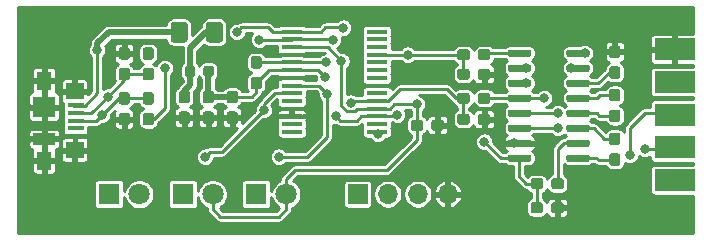
<source format=gbr>
G04 #@! TF.GenerationSoftware,KiCad,Pcbnew,5.1.5+dfsg1-2build2*
G04 #@! TF.CreationDate,2022-03-06T19:54:29+01:00*
G04 #@! TF.ProjectId,yusufitium-USB-RS232,79757375-6669-4746-9975-6d2d5553422d,rev?*
G04 #@! TF.SameCoordinates,Original*
G04 #@! TF.FileFunction,Copper,L1,Top*
G04 #@! TF.FilePolarity,Positive*
%FSLAX46Y46*%
G04 Gerber Fmt 4.6, Leading zero omitted, Abs format (unit mm)*
G04 Created by KiCad (PCBNEW 5.1.5+dfsg1-2build2) date 2022-03-06 19:54:29*
%MOMM*%
%LPD*%
G04 APERTURE LIST*
%ADD10C,0.100000*%
%ADD11R,1.700000X1.700000*%
%ADD12O,1.700000X1.700000*%
%ADD13R,1.380000X0.450000*%
%ADD14R,1.550000X1.425000*%
%ADD15R,1.300000X1.650000*%
%ADD16R,1.900000X1.800000*%
%ADD17R,1.900000X1.000000*%
%ADD18R,1.800000X1.800000*%
%ADD19C,1.800000*%
%ADD20R,3.480000X1.846667*%
%ADD21R,1.750000X0.450000*%
%ADD22C,0.800000*%
%ADD23C,0.500000*%
%ADD24C,0.250000*%
%ADD25C,0.254000*%
G04 APERTURE END LIST*
G04 #@! TA.AperFunction,SMDPad,CuDef*
D10*
G36*
X169128703Y-109079722D02*
G01*
X169143264Y-109081882D01*
X169157543Y-109085459D01*
X169171403Y-109090418D01*
X169184710Y-109096712D01*
X169197336Y-109104280D01*
X169209159Y-109113048D01*
X169220066Y-109122934D01*
X169229952Y-109133841D01*
X169238720Y-109145664D01*
X169246288Y-109158290D01*
X169252582Y-109171597D01*
X169257541Y-109185457D01*
X169261118Y-109199736D01*
X169263278Y-109214297D01*
X169264000Y-109229000D01*
X169264000Y-109529000D01*
X169263278Y-109543703D01*
X169261118Y-109558264D01*
X169257541Y-109572543D01*
X169252582Y-109586403D01*
X169246288Y-109599710D01*
X169238720Y-109612336D01*
X169229952Y-109624159D01*
X169220066Y-109635066D01*
X169209159Y-109644952D01*
X169197336Y-109653720D01*
X169184710Y-109661288D01*
X169171403Y-109667582D01*
X169157543Y-109672541D01*
X169143264Y-109676118D01*
X169128703Y-109678278D01*
X169114000Y-109679000D01*
X167464000Y-109679000D01*
X167449297Y-109678278D01*
X167434736Y-109676118D01*
X167420457Y-109672541D01*
X167406597Y-109667582D01*
X167393290Y-109661288D01*
X167380664Y-109653720D01*
X167368841Y-109644952D01*
X167357934Y-109635066D01*
X167348048Y-109624159D01*
X167339280Y-109612336D01*
X167331712Y-109599710D01*
X167325418Y-109586403D01*
X167320459Y-109572543D01*
X167316882Y-109558264D01*
X167314722Y-109543703D01*
X167314000Y-109529000D01*
X167314000Y-109229000D01*
X167314722Y-109214297D01*
X167316882Y-109199736D01*
X167320459Y-109185457D01*
X167325418Y-109171597D01*
X167331712Y-109158290D01*
X167339280Y-109145664D01*
X167348048Y-109133841D01*
X167357934Y-109122934D01*
X167368841Y-109113048D01*
X167380664Y-109104280D01*
X167393290Y-109096712D01*
X167406597Y-109090418D01*
X167420457Y-109085459D01*
X167434736Y-109081882D01*
X167449297Y-109079722D01*
X167464000Y-109079000D01*
X169114000Y-109079000D01*
X169128703Y-109079722D01*
G37*
G04 #@! TD.AperFunction*
G04 #@! TA.AperFunction,SMDPad,CuDef*
G36*
X169128703Y-107809722D02*
G01*
X169143264Y-107811882D01*
X169157543Y-107815459D01*
X169171403Y-107820418D01*
X169184710Y-107826712D01*
X169197336Y-107834280D01*
X169209159Y-107843048D01*
X169220066Y-107852934D01*
X169229952Y-107863841D01*
X169238720Y-107875664D01*
X169246288Y-107888290D01*
X169252582Y-107901597D01*
X169257541Y-107915457D01*
X169261118Y-107929736D01*
X169263278Y-107944297D01*
X169264000Y-107959000D01*
X169264000Y-108259000D01*
X169263278Y-108273703D01*
X169261118Y-108288264D01*
X169257541Y-108302543D01*
X169252582Y-108316403D01*
X169246288Y-108329710D01*
X169238720Y-108342336D01*
X169229952Y-108354159D01*
X169220066Y-108365066D01*
X169209159Y-108374952D01*
X169197336Y-108383720D01*
X169184710Y-108391288D01*
X169171403Y-108397582D01*
X169157543Y-108402541D01*
X169143264Y-108406118D01*
X169128703Y-108408278D01*
X169114000Y-108409000D01*
X167464000Y-108409000D01*
X167449297Y-108408278D01*
X167434736Y-108406118D01*
X167420457Y-108402541D01*
X167406597Y-108397582D01*
X167393290Y-108391288D01*
X167380664Y-108383720D01*
X167368841Y-108374952D01*
X167357934Y-108365066D01*
X167348048Y-108354159D01*
X167339280Y-108342336D01*
X167331712Y-108329710D01*
X167325418Y-108316403D01*
X167320459Y-108302543D01*
X167316882Y-108288264D01*
X167314722Y-108273703D01*
X167314000Y-108259000D01*
X167314000Y-107959000D01*
X167314722Y-107944297D01*
X167316882Y-107929736D01*
X167320459Y-107915457D01*
X167325418Y-107901597D01*
X167331712Y-107888290D01*
X167339280Y-107875664D01*
X167348048Y-107863841D01*
X167357934Y-107852934D01*
X167368841Y-107843048D01*
X167380664Y-107834280D01*
X167393290Y-107826712D01*
X167406597Y-107820418D01*
X167420457Y-107815459D01*
X167434736Y-107811882D01*
X167449297Y-107809722D01*
X167464000Y-107809000D01*
X169114000Y-107809000D01*
X169128703Y-107809722D01*
G37*
G04 #@! TD.AperFunction*
G04 #@! TA.AperFunction,SMDPad,CuDef*
G36*
X169128703Y-106539722D02*
G01*
X169143264Y-106541882D01*
X169157543Y-106545459D01*
X169171403Y-106550418D01*
X169184710Y-106556712D01*
X169197336Y-106564280D01*
X169209159Y-106573048D01*
X169220066Y-106582934D01*
X169229952Y-106593841D01*
X169238720Y-106605664D01*
X169246288Y-106618290D01*
X169252582Y-106631597D01*
X169257541Y-106645457D01*
X169261118Y-106659736D01*
X169263278Y-106674297D01*
X169264000Y-106689000D01*
X169264000Y-106989000D01*
X169263278Y-107003703D01*
X169261118Y-107018264D01*
X169257541Y-107032543D01*
X169252582Y-107046403D01*
X169246288Y-107059710D01*
X169238720Y-107072336D01*
X169229952Y-107084159D01*
X169220066Y-107095066D01*
X169209159Y-107104952D01*
X169197336Y-107113720D01*
X169184710Y-107121288D01*
X169171403Y-107127582D01*
X169157543Y-107132541D01*
X169143264Y-107136118D01*
X169128703Y-107138278D01*
X169114000Y-107139000D01*
X167464000Y-107139000D01*
X167449297Y-107138278D01*
X167434736Y-107136118D01*
X167420457Y-107132541D01*
X167406597Y-107127582D01*
X167393290Y-107121288D01*
X167380664Y-107113720D01*
X167368841Y-107104952D01*
X167357934Y-107095066D01*
X167348048Y-107084159D01*
X167339280Y-107072336D01*
X167331712Y-107059710D01*
X167325418Y-107046403D01*
X167320459Y-107032543D01*
X167316882Y-107018264D01*
X167314722Y-107003703D01*
X167314000Y-106989000D01*
X167314000Y-106689000D01*
X167314722Y-106674297D01*
X167316882Y-106659736D01*
X167320459Y-106645457D01*
X167325418Y-106631597D01*
X167331712Y-106618290D01*
X167339280Y-106605664D01*
X167348048Y-106593841D01*
X167357934Y-106582934D01*
X167368841Y-106573048D01*
X167380664Y-106564280D01*
X167393290Y-106556712D01*
X167406597Y-106550418D01*
X167420457Y-106545459D01*
X167434736Y-106541882D01*
X167449297Y-106539722D01*
X167464000Y-106539000D01*
X169114000Y-106539000D01*
X169128703Y-106539722D01*
G37*
G04 #@! TD.AperFunction*
G04 #@! TA.AperFunction,SMDPad,CuDef*
G36*
X169128703Y-105269722D02*
G01*
X169143264Y-105271882D01*
X169157543Y-105275459D01*
X169171403Y-105280418D01*
X169184710Y-105286712D01*
X169197336Y-105294280D01*
X169209159Y-105303048D01*
X169220066Y-105312934D01*
X169229952Y-105323841D01*
X169238720Y-105335664D01*
X169246288Y-105348290D01*
X169252582Y-105361597D01*
X169257541Y-105375457D01*
X169261118Y-105389736D01*
X169263278Y-105404297D01*
X169264000Y-105419000D01*
X169264000Y-105719000D01*
X169263278Y-105733703D01*
X169261118Y-105748264D01*
X169257541Y-105762543D01*
X169252582Y-105776403D01*
X169246288Y-105789710D01*
X169238720Y-105802336D01*
X169229952Y-105814159D01*
X169220066Y-105825066D01*
X169209159Y-105834952D01*
X169197336Y-105843720D01*
X169184710Y-105851288D01*
X169171403Y-105857582D01*
X169157543Y-105862541D01*
X169143264Y-105866118D01*
X169128703Y-105868278D01*
X169114000Y-105869000D01*
X167464000Y-105869000D01*
X167449297Y-105868278D01*
X167434736Y-105866118D01*
X167420457Y-105862541D01*
X167406597Y-105857582D01*
X167393290Y-105851288D01*
X167380664Y-105843720D01*
X167368841Y-105834952D01*
X167357934Y-105825066D01*
X167348048Y-105814159D01*
X167339280Y-105802336D01*
X167331712Y-105789710D01*
X167325418Y-105776403D01*
X167320459Y-105762543D01*
X167316882Y-105748264D01*
X167314722Y-105733703D01*
X167314000Y-105719000D01*
X167314000Y-105419000D01*
X167314722Y-105404297D01*
X167316882Y-105389736D01*
X167320459Y-105375457D01*
X167325418Y-105361597D01*
X167331712Y-105348290D01*
X167339280Y-105335664D01*
X167348048Y-105323841D01*
X167357934Y-105312934D01*
X167368841Y-105303048D01*
X167380664Y-105294280D01*
X167393290Y-105286712D01*
X167406597Y-105280418D01*
X167420457Y-105275459D01*
X167434736Y-105271882D01*
X167449297Y-105269722D01*
X167464000Y-105269000D01*
X169114000Y-105269000D01*
X169128703Y-105269722D01*
G37*
G04 #@! TD.AperFunction*
G04 #@! TA.AperFunction,SMDPad,CuDef*
G36*
X169128703Y-103999722D02*
G01*
X169143264Y-104001882D01*
X169157543Y-104005459D01*
X169171403Y-104010418D01*
X169184710Y-104016712D01*
X169197336Y-104024280D01*
X169209159Y-104033048D01*
X169220066Y-104042934D01*
X169229952Y-104053841D01*
X169238720Y-104065664D01*
X169246288Y-104078290D01*
X169252582Y-104091597D01*
X169257541Y-104105457D01*
X169261118Y-104119736D01*
X169263278Y-104134297D01*
X169264000Y-104149000D01*
X169264000Y-104449000D01*
X169263278Y-104463703D01*
X169261118Y-104478264D01*
X169257541Y-104492543D01*
X169252582Y-104506403D01*
X169246288Y-104519710D01*
X169238720Y-104532336D01*
X169229952Y-104544159D01*
X169220066Y-104555066D01*
X169209159Y-104564952D01*
X169197336Y-104573720D01*
X169184710Y-104581288D01*
X169171403Y-104587582D01*
X169157543Y-104592541D01*
X169143264Y-104596118D01*
X169128703Y-104598278D01*
X169114000Y-104599000D01*
X167464000Y-104599000D01*
X167449297Y-104598278D01*
X167434736Y-104596118D01*
X167420457Y-104592541D01*
X167406597Y-104587582D01*
X167393290Y-104581288D01*
X167380664Y-104573720D01*
X167368841Y-104564952D01*
X167357934Y-104555066D01*
X167348048Y-104544159D01*
X167339280Y-104532336D01*
X167331712Y-104519710D01*
X167325418Y-104506403D01*
X167320459Y-104492543D01*
X167316882Y-104478264D01*
X167314722Y-104463703D01*
X167314000Y-104449000D01*
X167314000Y-104149000D01*
X167314722Y-104134297D01*
X167316882Y-104119736D01*
X167320459Y-104105457D01*
X167325418Y-104091597D01*
X167331712Y-104078290D01*
X167339280Y-104065664D01*
X167348048Y-104053841D01*
X167357934Y-104042934D01*
X167368841Y-104033048D01*
X167380664Y-104024280D01*
X167393290Y-104016712D01*
X167406597Y-104010418D01*
X167420457Y-104005459D01*
X167434736Y-104001882D01*
X167449297Y-103999722D01*
X167464000Y-103999000D01*
X169114000Y-103999000D01*
X169128703Y-103999722D01*
G37*
G04 #@! TD.AperFunction*
G04 #@! TA.AperFunction,SMDPad,CuDef*
G36*
X169128703Y-102729722D02*
G01*
X169143264Y-102731882D01*
X169157543Y-102735459D01*
X169171403Y-102740418D01*
X169184710Y-102746712D01*
X169197336Y-102754280D01*
X169209159Y-102763048D01*
X169220066Y-102772934D01*
X169229952Y-102783841D01*
X169238720Y-102795664D01*
X169246288Y-102808290D01*
X169252582Y-102821597D01*
X169257541Y-102835457D01*
X169261118Y-102849736D01*
X169263278Y-102864297D01*
X169264000Y-102879000D01*
X169264000Y-103179000D01*
X169263278Y-103193703D01*
X169261118Y-103208264D01*
X169257541Y-103222543D01*
X169252582Y-103236403D01*
X169246288Y-103249710D01*
X169238720Y-103262336D01*
X169229952Y-103274159D01*
X169220066Y-103285066D01*
X169209159Y-103294952D01*
X169197336Y-103303720D01*
X169184710Y-103311288D01*
X169171403Y-103317582D01*
X169157543Y-103322541D01*
X169143264Y-103326118D01*
X169128703Y-103328278D01*
X169114000Y-103329000D01*
X167464000Y-103329000D01*
X167449297Y-103328278D01*
X167434736Y-103326118D01*
X167420457Y-103322541D01*
X167406597Y-103317582D01*
X167393290Y-103311288D01*
X167380664Y-103303720D01*
X167368841Y-103294952D01*
X167357934Y-103285066D01*
X167348048Y-103274159D01*
X167339280Y-103262336D01*
X167331712Y-103249710D01*
X167325418Y-103236403D01*
X167320459Y-103222543D01*
X167316882Y-103208264D01*
X167314722Y-103193703D01*
X167314000Y-103179000D01*
X167314000Y-102879000D01*
X167314722Y-102864297D01*
X167316882Y-102849736D01*
X167320459Y-102835457D01*
X167325418Y-102821597D01*
X167331712Y-102808290D01*
X167339280Y-102795664D01*
X167348048Y-102783841D01*
X167357934Y-102772934D01*
X167368841Y-102763048D01*
X167380664Y-102754280D01*
X167393290Y-102746712D01*
X167406597Y-102740418D01*
X167420457Y-102735459D01*
X167434736Y-102731882D01*
X167449297Y-102729722D01*
X167464000Y-102729000D01*
X169114000Y-102729000D01*
X169128703Y-102729722D01*
G37*
G04 #@! TD.AperFunction*
G04 #@! TA.AperFunction,SMDPad,CuDef*
G36*
X169128703Y-101459722D02*
G01*
X169143264Y-101461882D01*
X169157543Y-101465459D01*
X169171403Y-101470418D01*
X169184710Y-101476712D01*
X169197336Y-101484280D01*
X169209159Y-101493048D01*
X169220066Y-101502934D01*
X169229952Y-101513841D01*
X169238720Y-101525664D01*
X169246288Y-101538290D01*
X169252582Y-101551597D01*
X169257541Y-101565457D01*
X169261118Y-101579736D01*
X169263278Y-101594297D01*
X169264000Y-101609000D01*
X169264000Y-101909000D01*
X169263278Y-101923703D01*
X169261118Y-101938264D01*
X169257541Y-101952543D01*
X169252582Y-101966403D01*
X169246288Y-101979710D01*
X169238720Y-101992336D01*
X169229952Y-102004159D01*
X169220066Y-102015066D01*
X169209159Y-102024952D01*
X169197336Y-102033720D01*
X169184710Y-102041288D01*
X169171403Y-102047582D01*
X169157543Y-102052541D01*
X169143264Y-102056118D01*
X169128703Y-102058278D01*
X169114000Y-102059000D01*
X167464000Y-102059000D01*
X167449297Y-102058278D01*
X167434736Y-102056118D01*
X167420457Y-102052541D01*
X167406597Y-102047582D01*
X167393290Y-102041288D01*
X167380664Y-102033720D01*
X167368841Y-102024952D01*
X167357934Y-102015066D01*
X167348048Y-102004159D01*
X167339280Y-101992336D01*
X167331712Y-101979710D01*
X167325418Y-101966403D01*
X167320459Y-101952543D01*
X167316882Y-101938264D01*
X167314722Y-101923703D01*
X167314000Y-101909000D01*
X167314000Y-101609000D01*
X167314722Y-101594297D01*
X167316882Y-101579736D01*
X167320459Y-101565457D01*
X167325418Y-101551597D01*
X167331712Y-101538290D01*
X167339280Y-101525664D01*
X167348048Y-101513841D01*
X167357934Y-101502934D01*
X167368841Y-101493048D01*
X167380664Y-101484280D01*
X167393290Y-101476712D01*
X167406597Y-101470418D01*
X167420457Y-101465459D01*
X167434736Y-101461882D01*
X167449297Y-101459722D01*
X167464000Y-101459000D01*
X169114000Y-101459000D01*
X169128703Y-101459722D01*
G37*
G04 #@! TD.AperFunction*
G04 #@! TA.AperFunction,SMDPad,CuDef*
G36*
X169128703Y-100189722D02*
G01*
X169143264Y-100191882D01*
X169157543Y-100195459D01*
X169171403Y-100200418D01*
X169184710Y-100206712D01*
X169197336Y-100214280D01*
X169209159Y-100223048D01*
X169220066Y-100232934D01*
X169229952Y-100243841D01*
X169238720Y-100255664D01*
X169246288Y-100268290D01*
X169252582Y-100281597D01*
X169257541Y-100295457D01*
X169261118Y-100309736D01*
X169263278Y-100324297D01*
X169264000Y-100339000D01*
X169264000Y-100639000D01*
X169263278Y-100653703D01*
X169261118Y-100668264D01*
X169257541Y-100682543D01*
X169252582Y-100696403D01*
X169246288Y-100709710D01*
X169238720Y-100722336D01*
X169229952Y-100734159D01*
X169220066Y-100745066D01*
X169209159Y-100754952D01*
X169197336Y-100763720D01*
X169184710Y-100771288D01*
X169171403Y-100777582D01*
X169157543Y-100782541D01*
X169143264Y-100786118D01*
X169128703Y-100788278D01*
X169114000Y-100789000D01*
X167464000Y-100789000D01*
X167449297Y-100788278D01*
X167434736Y-100786118D01*
X167420457Y-100782541D01*
X167406597Y-100777582D01*
X167393290Y-100771288D01*
X167380664Y-100763720D01*
X167368841Y-100754952D01*
X167357934Y-100745066D01*
X167348048Y-100734159D01*
X167339280Y-100722336D01*
X167331712Y-100709710D01*
X167325418Y-100696403D01*
X167320459Y-100682543D01*
X167316882Y-100668264D01*
X167314722Y-100653703D01*
X167314000Y-100639000D01*
X167314000Y-100339000D01*
X167314722Y-100324297D01*
X167316882Y-100309736D01*
X167320459Y-100295457D01*
X167325418Y-100281597D01*
X167331712Y-100268290D01*
X167339280Y-100255664D01*
X167348048Y-100243841D01*
X167357934Y-100232934D01*
X167368841Y-100223048D01*
X167380664Y-100214280D01*
X167393290Y-100206712D01*
X167406597Y-100200418D01*
X167420457Y-100195459D01*
X167434736Y-100191882D01*
X167449297Y-100189722D01*
X167464000Y-100189000D01*
X169114000Y-100189000D01*
X169128703Y-100189722D01*
G37*
G04 #@! TD.AperFunction*
G04 #@! TA.AperFunction,SMDPad,CuDef*
G36*
X164178703Y-100189722D02*
G01*
X164193264Y-100191882D01*
X164207543Y-100195459D01*
X164221403Y-100200418D01*
X164234710Y-100206712D01*
X164247336Y-100214280D01*
X164259159Y-100223048D01*
X164270066Y-100232934D01*
X164279952Y-100243841D01*
X164288720Y-100255664D01*
X164296288Y-100268290D01*
X164302582Y-100281597D01*
X164307541Y-100295457D01*
X164311118Y-100309736D01*
X164313278Y-100324297D01*
X164314000Y-100339000D01*
X164314000Y-100639000D01*
X164313278Y-100653703D01*
X164311118Y-100668264D01*
X164307541Y-100682543D01*
X164302582Y-100696403D01*
X164296288Y-100709710D01*
X164288720Y-100722336D01*
X164279952Y-100734159D01*
X164270066Y-100745066D01*
X164259159Y-100754952D01*
X164247336Y-100763720D01*
X164234710Y-100771288D01*
X164221403Y-100777582D01*
X164207543Y-100782541D01*
X164193264Y-100786118D01*
X164178703Y-100788278D01*
X164164000Y-100789000D01*
X162514000Y-100789000D01*
X162499297Y-100788278D01*
X162484736Y-100786118D01*
X162470457Y-100782541D01*
X162456597Y-100777582D01*
X162443290Y-100771288D01*
X162430664Y-100763720D01*
X162418841Y-100754952D01*
X162407934Y-100745066D01*
X162398048Y-100734159D01*
X162389280Y-100722336D01*
X162381712Y-100709710D01*
X162375418Y-100696403D01*
X162370459Y-100682543D01*
X162366882Y-100668264D01*
X162364722Y-100653703D01*
X162364000Y-100639000D01*
X162364000Y-100339000D01*
X162364722Y-100324297D01*
X162366882Y-100309736D01*
X162370459Y-100295457D01*
X162375418Y-100281597D01*
X162381712Y-100268290D01*
X162389280Y-100255664D01*
X162398048Y-100243841D01*
X162407934Y-100232934D01*
X162418841Y-100223048D01*
X162430664Y-100214280D01*
X162443290Y-100206712D01*
X162456597Y-100200418D01*
X162470457Y-100195459D01*
X162484736Y-100191882D01*
X162499297Y-100189722D01*
X162514000Y-100189000D01*
X164164000Y-100189000D01*
X164178703Y-100189722D01*
G37*
G04 #@! TD.AperFunction*
G04 #@! TA.AperFunction,SMDPad,CuDef*
G36*
X164178703Y-101459722D02*
G01*
X164193264Y-101461882D01*
X164207543Y-101465459D01*
X164221403Y-101470418D01*
X164234710Y-101476712D01*
X164247336Y-101484280D01*
X164259159Y-101493048D01*
X164270066Y-101502934D01*
X164279952Y-101513841D01*
X164288720Y-101525664D01*
X164296288Y-101538290D01*
X164302582Y-101551597D01*
X164307541Y-101565457D01*
X164311118Y-101579736D01*
X164313278Y-101594297D01*
X164314000Y-101609000D01*
X164314000Y-101909000D01*
X164313278Y-101923703D01*
X164311118Y-101938264D01*
X164307541Y-101952543D01*
X164302582Y-101966403D01*
X164296288Y-101979710D01*
X164288720Y-101992336D01*
X164279952Y-102004159D01*
X164270066Y-102015066D01*
X164259159Y-102024952D01*
X164247336Y-102033720D01*
X164234710Y-102041288D01*
X164221403Y-102047582D01*
X164207543Y-102052541D01*
X164193264Y-102056118D01*
X164178703Y-102058278D01*
X164164000Y-102059000D01*
X162514000Y-102059000D01*
X162499297Y-102058278D01*
X162484736Y-102056118D01*
X162470457Y-102052541D01*
X162456597Y-102047582D01*
X162443290Y-102041288D01*
X162430664Y-102033720D01*
X162418841Y-102024952D01*
X162407934Y-102015066D01*
X162398048Y-102004159D01*
X162389280Y-101992336D01*
X162381712Y-101979710D01*
X162375418Y-101966403D01*
X162370459Y-101952543D01*
X162366882Y-101938264D01*
X162364722Y-101923703D01*
X162364000Y-101909000D01*
X162364000Y-101609000D01*
X162364722Y-101594297D01*
X162366882Y-101579736D01*
X162370459Y-101565457D01*
X162375418Y-101551597D01*
X162381712Y-101538290D01*
X162389280Y-101525664D01*
X162398048Y-101513841D01*
X162407934Y-101502934D01*
X162418841Y-101493048D01*
X162430664Y-101484280D01*
X162443290Y-101476712D01*
X162456597Y-101470418D01*
X162470457Y-101465459D01*
X162484736Y-101461882D01*
X162499297Y-101459722D01*
X162514000Y-101459000D01*
X164164000Y-101459000D01*
X164178703Y-101459722D01*
G37*
G04 #@! TD.AperFunction*
G04 #@! TA.AperFunction,SMDPad,CuDef*
G36*
X164178703Y-102729722D02*
G01*
X164193264Y-102731882D01*
X164207543Y-102735459D01*
X164221403Y-102740418D01*
X164234710Y-102746712D01*
X164247336Y-102754280D01*
X164259159Y-102763048D01*
X164270066Y-102772934D01*
X164279952Y-102783841D01*
X164288720Y-102795664D01*
X164296288Y-102808290D01*
X164302582Y-102821597D01*
X164307541Y-102835457D01*
X164311118Y-102849736D01*
X164313278Y-102864297D01*
X164314000Y-102879000D01*
X164314000Y-103179000D01*
X164313278Y-103193703D01*
X164311118Y-103208264D01*
X164307541Y-103222543D01*
X164302582Y-103236403D01*
X164296288Y-103249710D01*
X164288720Y-103262336D01*
X164279952Y-103274159D01*
X164270066Y-103285066D01*
X164259159Y-103294952D01*
X164247336Y-103303720D01*
X164234710Y-103311288D01*
X164221403Y-103317582D01*
X164207543Y-103322541D01*
X164193264Y-103326118D01*
X164178703Y-103328278D01*
X164164000Y-103329000D01*
X162514000Y-103329000D01*
X162499297Y-103328278D01*
X162484736Y-103326118D01*
X162470457Y-103322541D01*
X162456597Y-103317582D01*
X162443290Y-103311288D01*
X162430664Y-103303720D01*
X162418841Y-103294952D01*
X162407934Y-103285066D01*
X162398048Y-103274159D01*
X162389280Y-103262336D01*
X162381712Y-103249710D01*
X162375418Y-103236403D01*
X162370459Y-103222543D01*
X162366882Y-103208264D01*
X162364722Y-103193703D01*
X162364000Y-103179000D01*
X162364000Y-102879000D01*
X162364722Y-102864297D01*
X162366882Y-102849736D01*
X162370459Y-102835457D01*
X162375418Y-102821597D01*
X162381712Y-102808290D01*
X162389280Y-102795664D01*
X162398048Y-102783841D01*
X162407934Y-102772934D01*
X162418841Y-102763048D01*
X162430664Y-102754280D01*
X162443290Y-102746712D01*
X162456597Y-102740418D01*
X162470457Y-102735459D01*
X162484736Y-102731882D01*
X162499297Y-102729722D01*
X162514000Y-102729000D01*
X164164000Y-102729000D01*
X164178703Y-102729722D01*
G37*
G04 #@! TD.AperFunction*
G04 #@! TA.AperFunction,SMDPad,CuDef*
G36*
X164178703Y-103999722D02*
G01*
X164193264Y-104001882D01*
X164207543Y-104005459D01*
X164221403Y-104010418D01*
X164234710Y-104016712D01*
X164247336Y-104024280D01*
X164259159Y-104033048D01*
X164270066Y-104042934D01*
X164279952Y-104053841D01*
X164288720Y-104065664D01*
X164296288Y-104078290D01*
X164302582Y-104091597D01*
X164307541Y-104105457D01*
X164311118Y-104119736D01*
X164313278Y-104134297D01*
X164314000Y-104149000D01*
X164314000Y-104449000D01*
X164313278Y-104463703D01*
X164311118Y-104478264D01*
X164307541Y-104492543D01*
X164302582Y-104506403D01*
X164296288Y-104519710D01*
X164288720Y-104532336D01*
X164279952Y-104544159D01*
X164270066Y-104555066D01*
X164259159Y-104564952D01*
X164247336Y-104573720D01*
X164234710Y-104581288D01*
X164221403Y-104587582D01*
X164207543Y-104592541D01*
X164193264Y-104596118D01*
X164178703Y-104598278D01*
X164164000Y-104599000D01*
X162514000Y-104599000D01*
X162499297Y-104598278D01*
X162484736Y-104596118D01*
X162470457Y-104592541D01*
X162456597Y-104587582D01*
X162443290Y-104581288D01*
X162430664Y-104573720D01*
X162418841Y-104564952D01*
X162407934Y-104555066D01*
X162398048Y-104544159D01*
X162389280Y-104532336D01*
X162381712Y-104519710D01*
X162375418Y-104506403D01*
X162370459Y-104492543D01*
X162366882Y-104478264D01*
X162364722Y-104463703D01*
X162364000Y-104449000D01*
X162364000Y-104149000D01*
X162364722Y-104134297D01*
X162366882Y-104119736D01*
X162370459Y-104105457D01*
X162375418Y-104091597D01*
X162381712Y-104078290D01*
X162389280Y-104065664D01*
X162398048Y-104053841D01*
X162407934Y-104042934D01*
X162418841Y-104033048D01*
X162430664Y-104024280D01*
X162443290Y-104016712D01*
X162456597Y-104010418D01*
X162470457Y-104005459D01*
X162484736Y-104001882D01*
X162499297Y-103999722D01*
X162514000Y-103999000D01*
X164164000Y-103999000D01*
X164178703Y-103999722D01*
G37*
G04 #@! TD.AperFunction*
G04 #@! TA.AperFunction,SMDPad,CuDef*
G36*
X164178703Y-105269722D02*
G01*
X164193264Y-105271882D01*
X164207543Y-105275459D01*
X164221403Y-105280418D01*
X164234710Y-105286712D01*
X164247336Y-105294280D01*
X164259159Y-105303048D01*
X164270066Y-105312934D01*
X164279952Y-105323841D01*
X164288720Y-105335664D01*
X164296288Y-105348290D01*
X164302582Y-105361597D01*
X164307541Y-105375457D01*
X164311118Y-105389736D01*
X164313278Y-105404297D01*
X164314000Y-105419000D01*
X164314000Y-105719000D01*
X164313278Y-105733703D01*
X164311118Y-105748264D01*
X164307541Y-105762543D01*
X164302582Y-105776403D01*
X164296288Y-105789710D01*
X164288720Y-105802336D01*
X164279952Y-105814159D01*
X164270066Y-105825066D01*
X164259159Y-105834952D01*
X164247336Y-105843720D01*
X164234710Y-105851288D01*
X164221403Y-105857582D01*
X164207543Y-105862541D01*
X164193264Y-105866118D01*
X164178703Y-105868278D01*
X164164000Y-105869000D01*
X162514000Y-105869000D01*
X162499297Y-105868278D01*
X162484736Y-105866118D01*
X162470457Y-105862541D01*
X162456597Y-105857582D01*
X162443290Y-105851288D01*
X162430664Y-105843720D01*
X162418841Y-105834952D01*
X162407934Y-105825066D01*
X162398048Y-105814159D01*
X162389280Y-105802336D01*
X162381712Y-105789710D01*
X162375418Y-105776403D01*
X162370459Y-105762543D01*
X162366882Y-105748264D01*
X162364722Y-105733703D01*
X162364000Y-105719000D01*
X162364000Y-105419000D01*
X162364722Y-105404297D01*
X162366882Y-105389736D01*
X162370459Y-105375457D01*
X162375418Y-105361597D01*
X162381712Y-105348290D01*
X162389280Y-105335664D01*
X162398048Y-105323841D01*
X162407934Y-105312934D01*
X162418841Y-105303048D01*
X162430664Y-105294280D01*
X162443290Y-105286712D01*
X162456597Y-105280418D01*
X162470457Y-105275459D01*
X162484736Y-105271882D01*
X162499297Y-105269722D01*
X162514000Y-105269000D01*
X164164000Y-105269000D01*
X164178703Y-105269722D01*
G37*
G04 #@! TD.AperFunction*
G04 #@! TA.AperFunction,SMDPad,CuDef*
G36*
X164178703Y-106539722D02*
G01*
X164193264Y-106541882D01*
X164207543Y-106545459D01*
X164221403Y-106550418D01*
X164234710Y-106556712D01*
X164247336Y-106564280D01*
X164259159Y-106573048D01*
X164270066Y-106582934D01*
X164279952Y-106593841D01*
X164288720Y-106605664D01*
X164296288Y-106618290D01*
X164302582Y-106631597D01*
X164307541Y-106645457D01*
X164311118Y-106659736D01*
X164313278Y-106674297D01*
X164314000Y-106689000D01*
X164314000Y-106989000D01*
X164313278Y-107003703D01*
X164311118Y-107018264D01*
X164307541Y-107032543D01*
X164302582Y-107046403D01*
X164296288Y-107059710D01*
X164288720Y-107072336D01*
X164279952Y-107084159D01*
X164270066Y-107095066D01*
X164259159Y-107104952D01*
X164247336Y-107113720D01*
X164234710Y-107121288D01*
X164221403Y-107127582D01*
X164207543Y-107132541D01*
X164193264Y-107136118D01*
X164178703Y-107138278D01*
X164164000Y-107139000D01*
X162514000Y-107139000D01*
X162499297Y-107138278D01*
X162484736Y-107136118D01*
X162470457Y-107132541D01*
X162456597Y-107127582D01*
X162443290Y-107121288D01*
X162430664Y-107113720D01*
X162418841Y-107104952D01*
X162407934Y-107095066D01*
X162398048Y-107084159D01*
X162389280Y-107072336D01*
X162381712Y-107059710D01*
X162375418Y-107046403D01*
X162370459Y-107032543D01*
X162366882Y-107018264D01*
X162364722Y-107003703D01*
X162364000Y-106989000D01*
X162364000Y-106689000D01*
X162364722Y-106674297D01*
X162366882Y-106659736D01*
X162370459Y-106645457D01*
X162375418Y-106631597D01*
X162381712Y-106618290D01*
X162389280Y-106605664D01*
X162398048Y-106593841D01*
X162407934Y-106582934D01*
X162418841Y-106573048D01*
X162430664Y-106564280D01*
X162443290Y-106556712D01*
X162456597Y-106550418D01*
X162470457Y-106545459D01*
X162484736Y-106541882D01*
X162499297Y-106539722D01*
X162514000Y-106539000D01*
X164164000Y-106539000D01*
X164178703Y-106539722D01*
G37*
G04 #@! TD.AperFunction*
G04 #@! TA.AperFunction,SMDPad,CuDef*
G36*
X164178703Y-107809722D02*
G01*
X164193264Y-107811882D01*
X164207543Y-107815459D01*
X164221403Y-107820418D01*
X164234710Y-107826712D01*
X164247336Y-107834280D01*
X164259159Y-107843048D01*
X164270066Y-107852934D01*
X164279952Y-107863841D01*
X164288720Y-107875664D01*
X164296288Y-107888290D01*
X164302582Y-107901597D01*
X164307541Y-107915457D01*
X164311118Y-107929736D01*
X164313278Y-107944297D01*
X164314000Y-107959000D01*
X164314000Y-108259000D01*
X164313278Y-108273703D01*
X164311118Y-108288264D01*
X164307541Y-108302543D01*
X164302582Y-108316403D01*
X164296288Y-108329710D01*
X164288720Y-108342336D01*
X164279952Y-108354159D01*
X164270066Y-108365066D01*
X164259159Y-108374952D01*
X164247336Y-108383720D01*
X164234710Y-108391288D01*
X164221403Y-108397582D01*
X164207543Y-108402541D01*
X164193264Y-108406118D01*
X164178703Y-108408278D01*
X164164000Y-108409000D01*
X162514000Y-108409000D01*
X162499297Y-108408278D01*
X162484736Y-108406118D01*
X162470457Y-108402541D01*
X162456597Y-108397582D01*
X162443290Y-108391288D01*
X162430664Y-108383720D01*
X162418841Y-108374952D01*
X162407934Y-108365066D01*
X162398048Y-108354159D01*
X162389280Y-108342336D01*
X162381712Y-108329710D01*
X162375418Y-108316403D01*
X162370459Y-108302543D01*
X162366882Y-108288264D01*
X162364722Y-108273703D01*
X162364000Y-108259000D01*
X162364000Y-107959000D01*
X162364722Y-107944297D01*
X162366882Y-107929736D01*
X162370459Y-107915457D01*
X162375418Y-107901597D01*
X162381712Y-107888290D01*
X162389280Y-107875664D01*
X162398048Y-107863841D01*
X162407934Y-107852934D01*
X162418841Y-107843048D01*
X162430664Y-107834280D01*
X162443290Y-107826712D01*
X162456597Y-107820418D01*
X162470457Y-107815459D01*
X162484736Y-107811882D01*
X162499297Y-107809722D01*
X162514000Y-107809000D01*
X164164000Y-107809000D01*
X164178703Y-107809722D01*
G37*
G04 #@! TD.AperFunction*
G04 #@! TA.AperFunction,SMDPad,CuDef*
G36*
X164178703Y-109079722D02*
G01*
X164193264Y-109081882D01*
X164207543Y-109085459D01*
X164221403Y-109090418D01*
X164234710Y-109096712D01*
X164247336Y-109104280D01*
X164259159Y-109113048D01*
X164270066Y-109122934D01*
X164279952Y-109133841D01*
X164288720Y-109145664D01*
X164296288Y-109158290D01*
X164302582Y-109171597D01*
X164307541Y-109185457D01*
X164311118Y-109199736D01*
X164313278Y-109214297D01*
X164314000Y-109229000D01*
X164314000Y-109529000D01*
X164313278Y-109543703D01*
X164311118Y-109558264D01*
X164307541Y-109572543D01*
X164302582Y-109586403D01*
X164296288Y-109599710D01*
X164288720Y-109612336D01*
X164279952Y-109624159D01*
X164270066Y-109635066D01*
X164259159Y-109644952D01*
X164247336Y-109653720D01*
X164234710Y-109661288D01*
X164221403Y-109667582D01*
X164207543Y-109672541D01*
X164193264Y-109676118D01*
X164178703Y-109678278D01*
X164164000Y-109679000D01*
X162514000Y-109679000D01*
X162499297Y-109678278D01*
X162484736Y-109676118D01*
X162470457Y-109672541D01*
X162456597Y-109667582D01*
X162443290Y-109661288D01*
X162430664Y-109653720D01*
X162418841Y-109644952D01*
X162407934Y-109635066D01*
X162398048Y-109624159D01*
X162389280Y-109612336D01*
X162381712Y-109599710D01*
X162375418Y-109586403D01*
X162370459Y-109572543D01*
X162366882Y-109558264D01*
X162364722Y-109543703D01*
X162364000Y-109529000D01*
X162364000Y-109229000D01*
X162364722Y-109214297D01*
X162366882Y-109199736D01*
X162370459Y-109185457D01*
X162375418Y-109171597D01*
X162381712Y-109158290D01*
X162389280Y-109145664D01*
X162398048Y-109133841D01*
X162407934Y-109122934D01*
X162418841Y-109113048D01*
X162430664Y-109104280D01*
X162443290Y-109096712D01*
X162456597Y-109090418D01*
X162470457Y-109085459D01*
X162484736Y-109081882D01*
X162499297Y-109079722D01*
X162514000Y-109079000D01*
X164164000Y-109079000D01*
X164178703Y-109079722D01*
G37*
G04 #@! TD.AperFunction*
G04 #@! TA.AperFunction,SMDPad,CuDef*
G36*
X171662779Y-101602144D02*
G01*
X171685834Y-101605563D01*
X171708443Y-101611227D01*
X171730387Y-101619079D01*
X171751457Y-101629044D01*
X171771448Y-101641026D01*
X171790168Y-101654910D01*
X171807438Y-101670562D01*
X171823090Y-101687832D01*
X171836974Y-101706552D01*
X171848956Y-101726543D01*
X171858921Y-101747613D01*
X171866773Y-101769557D01*
X171872437Y-101792166D01*
X171875856Y-101815221D01*
X171877000Y-101838500D01*
X171877000Y-102413500D01*
X171875856Y-102436779D01*
X171872437Y-102459834D01*
X171866773Y-102482443D01*
X171858921Y-102504387D01*
X171848956Y-102525457D01*
X171836974Y-102545448D01*
X171823090Y-102564168D01*
X171807438Y-102581438D01*
X171790168Y-102597090D01*
X171771448Y-102610974D01*
X171751457Y-102622956D01*
X171730387Y-102632921D01*
X171708443Y-102640773D01*
X171685834Y-102646437D01*
X171662779Y-102649856D01*
X171639500Y-102651000D01*
X171164500Y-102651000D01*
X171141221Y-102649856D01*
X171118166Y-102646437D01*
X171095557Y-102640773D01*
X171073613Y-102632921D01*
X171052543Y-102622956D01*
X171032552Y-102610974D01*
X171013832Y-102597090D01*
X170996562Y-102581438D01*
X170980910Y-102564168D01*
X170967026Y-102545448D01*
X170955044Y-102525457D01*
X170945079Y-102504387D01*
X170937227Y-102482443D01*
X170931563Y-102459834D01*
X170928144Y-102436779D01*
X170927000Y-102413500D01*
X170927000Y-101838500D01*
X170928144Y-101815221D01*
X170931563Y-101792166D01*
X170937227Y-101769557D01*
X170945079Y-101747613D01*
X170955044Y-101726543D01*
X170967026Y-101706552D01*
X170980910Y-101687832D01*
X170996562Y-101670562D01*
X171013832Y-101654910D01*
X171032552Y-101641026D01*
X171052543Y-101629044D01*
X171073613Y-101619079D01*
X171095557Y-101611227D01*
X171118166Y-101605563D01*
X171141221Y-101602144D01*
X171164500Y-101601000D01*
X171639500Y-101601000D01*
X171662779Y-101602144D01*
G37*
G04 #@! TD.AperFunction*
G04 #@! TA.AperFunction,SMDPad,CuDef*
G36*
X171662779Y-99852144D02*
G01*
X171685834Y-99855563D01*
X171708443Y-99861227D01*
X171730387Y-99869079D01*
X171751457Y-99879044D01*
X171771448Y-99891026D01*
X171790168Y-99904910D01*
X171807438Y-99920562D01*
X171823090Y-99937832D01*
X171836974Y-99956552D01*
X171848956Y-99976543D01*
X171858921Y-99997613D01*
X171866773Y-100019557D01*
X171872437Y-100042166D01*
X171875856Y-100065221D01*
X171877000Y-100088500D01*
X171877000Y-100663500D01*
X171875856Y-100686779D01*
X171872437Y-100709834D01*
X171866773Y-100732443D01*
X171858921Y-100754387D01*
X171848956Y-100775457D01*
X171836974Y-100795448D01*
X171823090Y-100814168D01*
X171807438Y-100831438D01*
X171790168Y-100847090D01*
X171771448Y-100860974D01*
X171751457Y-100872956D01*
X171730387Y-100882921D01*
X171708443Y-100890773D01*
X171685834Y-100896437D01*
X171662779Y-100899856D01*
X171639500Y-100901000D01*
X171164500Y-100901000D01*
X171141221Y-100899856D01*
X171118166Y-100896437D01*
X171095557Y-100890773D01*
X171073613Y-100882921D01*
X171052543Y-100872956D01*
X171032552Y-100860974D01*
X171013832Y-100847090D01*
X170996562Y-100831438D01*
X170980910Y-100814168D01*
X170967026Y-100795448D01*
X170955044Y-100775457D01*
X170945079Y-100754387D01*
X170937227Y-100732443D01*
X170931563Y-100709834D01*
X170928144Y-100686779D01*
X170927000Y-100663500D01*
X170927000Y-100088500D01*
X170928144Y-100065221D01*
X170931563Y-100042166D01*
X170937227Y-100019557D01*
X170945079Y-99997613D01*
X170955044Y-99976543D01*
X170967026Y-99956552D01*
X170980910Y-99937832D01*
X170996562Y-99920562D01*
X171013832Y-99904910D01*
X171032552Y-99891026D01*
X171052543Y-99879044D01*
X171073613Y-99869079D01*
X171095557Y-99861227D01*
X171118166Y-99855563D01*
X171141221Y-99852144D01*
X171164500Y-99851000D01*
X171639500Y-99851000D01*
X171662779Y-99852144D01*
G37*
G04 #@! TD.AperFunction*
G04 #@! TA.AperFunction,SMDPad,CuDef*
G36*
X166858779Y-113096144D02*
G01*
X166881834Y-113099563D01*
X166904443Y-113105227D01*
X166926387Y-113113079D01*
X166947457Y-113123044D01*
X166967448Y-113135026D01*
X166986168Y-113148910D01*
X167003438Y-113164562D01*
X167019090Y-113181832D01*
X167032974Y-113200552D01*
X167044956Y-113220543D01*
X167054921Y-113241613D01*
X167062773Y-113263557D01*
X167068437Y-113286166D01*
X167071856Y-113309221D01*
X167073000Y-113332500D01*
X167073000Y-113807500D01*
X167071856Y-113830779D01*
X167068437Y-113853834D01*
X167062773Y-113876443D01*
X167054921Y-113898387D01*
X167044956Y-113919457D01*
X167032974Y-113939448D01*
X167019090Y-113958168D01*
X167003438Y-113975438D01*
X166986168Y-113991090D01*
X166967448Y-114004974D01*
X166947457Y-114016956D01*
X166926387Y-114026921D01*
X166904443Y-114034773D01*
X166881834Y-114040437D01*
X166858779Y-114043856D01*
X166835500Y-114045000D01*
X166260500Y-114045000D01*
X166237221Y-114043856D01*
X166214166Y-114040437D01*
X166191557Y-114034773D01*
X166169613Y-114026921D01*
X166148543Y-114016956D01*
X166128552Y-114004974D01*
X166109832Y-113991090D01*
X166092562Y-113975438D01*
X166076910Y-113958168D01*
X166063026Y-113939448D01*
X166051044Y-113919457D01*
X166041079Y-113898387D01*
X166033227Y-113876443D01*
X166027563Y-113853834D01*
X166024144Y-113830779D01*
X166023000Y-113807500D01*
X166023000Y-113332500D01*
X166024144Y-113309221D01*
X166027563Y-113286166D01*
X166033227Y-113263557D01*
X166041079Y-113241613D01*
X166051044Y-113220543D01*
X166063026Y-113200552D01*
X166076910Y-113181832D01*
X166092562Y-113164562D01*
X166109832Y-113148910D01*
X166128552Y-113135026D01*
X166148543Y-113123044D01*
X166169613Y-113113079D01*
X166191557Y-113105227D01*
X166214166Y-113099563D01*
X166237221Y-113096144D01*
X166260500Y-113095000D01*
X166835500Y-113095000D01*
X166858779Y-113096144D01*
G37*
G04 #@! TD.AperFunction*
G04 #@! TA.AperFunction,SMDPad,CuDef*
G36*
X165108779Y-113096144D02*
G01*
X165131834Y-113099563D01*
X165154443Y-113105227D01*
X165176387Y-113113079D01*
X165197457Y-113123044D01*
X165217448Y-113135026D01*
X165236168Y-113148910D01*
X165253438Y-113164562D01*
X165269090Y-113181832D01*
X165282974Y-113200552D01*
X165294956Y-113220543D01*
X165304921Y-113241613D01*
X165312773Y-113263557D01*
X165318437Y-113286166D01*
X165321856Y-113309221D01*
X165323000Y-113332500D01*
X165323000Y-113807500D01*
X165321856Y-113830779D01*
X165318437Y-113853834D01*
X165312773Y-113876443D01*
X165304921Y-113898387D01*
X165294956Y-113919457D01*
X165282974Y-113939448D01*
X165269090Y-113958168D01*
X165253438Y-113975438D01*
X165236168Y-113991090D01*
X165217448Y-114004974D01*
X165197457Y-114016956D01*
X165176387Y-114026921D01*
X165154443Y-114034773D01*
X165131834Y-114040437D01*
X165108779Y-114043856D01*
X165085500Y-114045000D01*
X164510500Y-114045000D01*
X164487221Y-114043856D01*
X164464166Y-114040437D01*
X164441557Y-114034773D01*
X164419613Y-114026921D01*
X164398543Y-114016956D01*
X164378552Y-114004974D01*
X164359832Y-113991090D01*
X164342562Y-113975438D01*
X164326910Y-113958168D01*
X164313026Y-113939448D01*
X164301044Y-113919457D01*
X164291079Y-113898387D01*
X164283227Y-113876443D01*
X164277563Y-113853834D01*
X164274144Y-113830779D01*
X164273000Y-113807500D01*
X164273000Y-113332500D01*
X164274144Y-113309221D01*
X164277563Y-113286166D01*
X164283227Y-113263557D01*
X164291079Y-113241613D01*
X164301044Y-113220543D01*
X164313026Y-113200552D01*
X164326910Y-113181832D01*
X164342562Y-113164562D01*
X164359832Y-113148910D01*
X164378552Y-113135026D01*
X164398543Y-113123044D01*
X164419613Y-113113079D01*
X164441557Y-113105227D01*
X164464166Y-113099563D01*
X164487221Y-113096144D01*
X164510500Y-113095000D01*
X165085500Y-113095000D01*
X165108779Y-113096144D01*
G37*
G04 #@! TD.AperFunction*
G04 #@! TA.AperFunction,SMDPad,CuDef*
G36*
X171662779Y-103521144D02*
G01*
X171685834Y-103524563D01*
X171708443Y-103530227D01*
X171730387Y-103538079D01*
X171751457Y-103548044D01*
X171771448Y-103560026D01*
X171790168Y-103573910D01*
X171807438Y-103589562D01*
X171823090Y-103606832D01*
X171836974Y-103625552D01*
X171848956Y-103645543D01*
X171858921Y-103666613D01*
X171866773Y-103688557D01*
X171872437Y-103711166D01*
X171875856Y-103734221D01*
X171877000Y-103757500D01*
X171877000Y-104332500D01*
X171875856Y-104355779D01*
X171872437Y-104378834D01*
X171866773Y-104401443D01*
X171858921Y-104423387D01*
X171848956Y-104444457D01*
X171836974Y-104464448D01*
X171823090Y-104483168D01*
X171807438Y-104500438D01*
X171790168Y-104516090D01*
X171771448Y-104529974D01*
X171751457Y-104541956D01*
X171730387Y-104551921D01*
X171708443Y-104559773D01*
X171685834Y-104565437D01*
X171662779Y-104568856D01*
X171639500Y-104570000D01*
X171164500Y-104570000D01*
X171141221Y-104568856D01*
X171118166Y-104565437D01*
X171095557Y-104559773D01*
X171073613Y-104551921D01*
X171052543Y-104541956D01*
X171032552Y-104529974D01*
X171013832Y-104516090D01*
X170996562Y-104500438D01*
X170980910Y-104483168D01*
X170967026Y-104464448D01*
X170955044Y-104444457D01*
X170945079Y-104423387D01*
X170937227Y-104401443D01*
X170931563Y-104378834D01*
X170928144Y-104355779D01*
X170927000Y-104332500D01*
X170927000Y-103757500D01*
X170928144Y-103734221D01*
X170931563Y-103711166D01*
X170937227Y-103688557D01*
X170945079Y-103666613D01*
X170955044Y-103645543D01*
X170967026Y-103625552D01*
X170980910Y-103606832D01*
X170996562Y-103589562D01*
X171013832Y-103573910D01*
X171032552Y-103560026D01*
X171052543Y-103548044D01*
X171073613Y-103538079D01*
X171095557Y-103530227D01*
X171118166Y-103524563D01*
X171141221Y-103521144D01*
X171164500Y-103520000D01*
X171639500Y-103520000D01*
X171662779Y-103521144D01*
G37*
G04 #@! TD.AperFunction*
G04 #@! TA.AperFunction,SMDPad,CuDef*
G36*
X171662779Y-105271144D02*
G01*
X171685834Y-105274563D01*
X171708443Y-105280227D01*
X171730387Y-105288079D01*
X171751457Y-105298044D01*
X171771448Y-105310026D01*
X171790168Y-105323910D01*
X171807438Y-105339562D01*
X171823090Y-105356832D01*
X171836974Y-105375552D01*
X171848956Y-105395543D01*
X171858921Y-105416613D01*
X171866773Y-105438557D01*
X171872437Y-105461166D01*
X171875856Y-105484221D01*
X171877000Y-105507500D01*
X171877000Y-106082500D01*
X171875856Y-106105779D01*
X171872437Y-106128834D01*
X171866773Y-106151443D01*
X171858921Y-106173387D01*
X171848956Y-106194457D01*
X171836974Y-106214448D01*
X171823090Y-106233168D01*
X171807438Y-106250438D01*
X171790168Y-106266090D01*
X171771448Y-106279974D01*
X171751457Y-106291956D01*
X171730387Y-106301921D01*
X171708443Y-106309773D01*
X171685834Y-106315437D01*
X171662779Y-106318856D01*
X171639500Y-106320000D01*
X171164500Y-106320000D01*
X171141221Y-106318856D01*
X171118166Y-106315437D01*
X171095557Y-106309773D01*
X171073613Y-106301921D01*
X171052543Y-106291956D01*
X171032552Y-106279974D01*
X171013832Y-106266090D01*
X170996562Y-106250438D01*
X170980910Y-106233168D01*
X170967026Y-106214448D01*
X170955044Y-106194457D01*
X170945079Y-106173387D01*
X170937227Y-106151443D01*
X170931563Y-106128834D01*
X170928144Y-106105779D01*
X170927000Y-106082500D01*
X170927000Y-105507500D01*
X170928144Y-105484221D01*
X170931563Y-105461166D01*
X170937227Y-105438557D01*
X170945079Y-105416613D01*
X170955044Y-105395543D01*
X170967026Y-105375552D01*
X170980910Y-105356832D01*
X170996562Y-105339562D01*
X171013832Y-105323910D01*
X171032552Y-105310026D01*
X171052543Y-105298044D01*
X171073613Y-105288079D01*
X171095557Y-105280227D01*
X171118166Y-105274563D01*
X171141221Y-105271144D01*
X171164500Y-105270000D01*
X171639500Y-105270000D01*
X171662779Y-105271144D01*
G37*
G04 #@! TD.AperFunction*
G04 #@! TA.AperFunction,SMDPad,CuDef*
G36*
X166872779Y-111064144D02*
G01*
X166895834Y-111067563D01*
X166918443Y-111073227D01*
X166940387Y-111081079D01*
X166961457Y-111091044D01*
X166981448Y-111103026D01*
X167000168Y-111116910D01*
X167017438Y-111132562D01*
X167033090Y-111149832D01*
X167046974Y-111168552D01*
X167058956Y-111188543D01*
X167068921Y-111209613D01*
X167076773Y-111231557D01*
X167082437Y-111254166D01*
X167085856Y-111277221D01*
X167087000Y-111300500D01*
X167087000Y-111775500D01*
X167085856Y-111798779D01*
X167082437Y-111821834D01*
X167076773Y-111844443D01*
X167068921Y-111866387D01*
X167058956Y-111887457D01*
X167046974Y-111907448D01*
X167033090Y-111926168D01*
X167017438Y-111943438D01*
X167000168Y-111959090D01*
X166981448Y-111972974D01*
X166961457Y-111984956D01*
X166940387Y-111994921D01*
X166918443Y-112002773D01*
X166895834Y-112008437D01*
X166872779Y-112011856D01*
X166849500Y-112013000D01*
X166274500Y-112013000D01*
X166251221Y-112011856D01*
X166228166Y-112008437D01*
X166205557Y-112002773D01*
X166183613Y-111994921D01*
X166162543Y-111984956D01*
X166142552Y-111972974D01*
X166123832Y-111959090D01*
X166106562Y-111943438D01*
X166090910Y-111926168D01*
X166077026Y-111907448D01*
X166065044Y-111887457D01*
X166055079Y-111866387D01*
X166047227Y-111844443D01*
X166041563Y-111821834D01*
X166038144Y-111798779D01*
X166037000Y-111775500D01*
X166037000Y-111300500D01*
X166038144Y-111277221D01*
X166041563Y-111254166D01*
X166047227Y-111231557D01*
X166055079Y-111209613D01*
X166065044Y-111188543D01*
X166077026Y-111168552D01*
X166090910Y-111149832D01*
X166106562Y-111132562D01*
X166123832Y-111116910D01*
X166142552Y-111103026D01*
X166162543Y-111091044D01*
X166183613Y-111081079D01*
X166205557Y-111073227D01*
X166228166Y-111067563D01*
X166251221Y-111064144D01*
X166274500Y-111063000D01*
X166849500Y-111063000D01*
X166872779Y-111064144D01*
G37*
G04 #@! TD.AperFunction*
G04 #@! TA.AperFunction,SMDPad,CuDef*
G36*
X165122779Y-111064144D02*
G01*
X165145834Y-111067563D01*
X165168443Y-111073227D01*
X165190387Y-111081079D01*
X165211457Y-111091044D01*
X165231448Y-111103026D01*
X165250168Y-111116910D01*
X165267438Y-111132562D01*
X165283090Y-111149832D01*
X165296974Y-111168552D01*
X165308956Y-111188543D01*
X165318921Y-111209613D01*
X165326773Y-111231557D01*
X165332437Y-111254166D01*
X165335856Y-111277221D01*
X165337000Y-111300500D01*
X165337000Y-111775500D01*
X165335856Y-111798779D01*
X165332437Y-111821834D01*
X165326773Y-111844443D01*
X165318921Y-111866387D01*
X165308956Y-111887457D01*
X165296974Y-111907448D01*
X165283090Y-111926168D01*
X165267438Y-111943438D01*
X165250168Y-111959090D01*
X165231448Y-111972974D01*
X165211457Y-111984956D01*
X165190387Y-111994921D01*
X165168443Y-112002773D01*
X165145834Y-112008437D01*
X165122779Y-112011856D01*
X165099500Y-112013000D01*
X164524500Y-112013000D01*
X164501221Y-112011856D01*
X164478166Y-112008437D01*
X164455557Y-112002773D01*
X164433613Y-111994921D01*
X164412543Y-111984956D01*
X164392552Y-111972974D01*
X164373832Y-111959090D01*
X164356562Y-111943438D01*
X164340910Y-111926168D01*
X164327026Y-111907448D01*
X164315044Y-111887457D01*
X164305079Y-111866387D01*
X164297227Y-111844443D01*
X164291563Y-111821834D01*
X164288144Y-111798779D01*
X164287000Y-111775500D01*
X164287000Y-111300500D01*
X164288144Y-111277221D01*
X164291563Y-111254166D01*
X164297227Y-111231557D01*
X164305079Y-111209613D01*
X164315044Y-111188543D01*
X164327026Y-111168552D01*
X164340910Y-111149832D01*
X164356562Y-111132562D01*
X164373832Y-111116910D01*
X164392552Y-111103026D01*
X164412543Y-111091044D01*
X164433613Y-111081079D01*
X164455557Y-111073227D01*
X164478166Y-111067563D01*
X164501221Y-111064144D01*
X164524500Y-111063000D01*
X165099500Y-111063000D01*
X165122779Y-111064144D01*
G37*
G04 #@! TD.AperFunction*
G04 #@! TA.AperFunction,SMDPad,CuDef*
G36*
X171662779Y-108968144D02*
G01*
X171685834Y-108971563D01*
X171708443Y-108977227D01*
X171730387Y-108985079D01*
X171751457Y-108995044D01*
X171771448Y-109007026D01*
X171790168Y-109020910D01*
X171807438Y-109036562D01*
X171823090Y-109053832D01*
X171836974Y-109072552D01*
X171848956Y-109092543D01*
X171858921Y-109113613D01*
X171866773Y-109135557D01*
X171872437Y-109158166D01*
X171875856Y-109181221D01*
X171877000Y-109204500D01*
X171877000Y-109779500D01*
X171875856Y-109802779D01*
X171872437Y-109825834D01*
X171866773Y-109848443D01*
X171858921Y-109870387D01*
X171848956Y-109891457D01*
X171836974Y-109911448D01*
X171823090Y-109930168D01*
X171807438Y-109947438D01*
X171790168Y-109963090D01*
X171771448Y-109976974D01*
X171751457Y-109988956D01*
X171730387Y-109998921D01*
X171708443Y-110006773D01*
X171685834Y-110012437D01*
X171662779Y-110015856D01*
X171639500Y-110017000D01*
X171164500Y-110017000D01*
X171141221Y-110015856D01*
X171118166Y-110012437D01*
X171095557Y-110006773D01*
X171073613Y-109998921D01*
X171052543Y-109988956D01*
X171032552Y-109976974D01*
X171013832Y-109963090D01*
X170996562Y-109947438D01*
X170980910Y-109930168D01*
X170967026Y-109911448D01*
X170955044Y-109891457D01*
X170945079Y-109870387D01*
X170937227Y-109848443D01*
X170931563Y-109825834D01*
X170928144Y-109802779D01*
X170927000Y-109779500D01*
X170927000Y-109204500D01*
X170928144Y-109181221D01*
X170931563Y-109158166D01*
X170937227Y-109135557D01*
X170945079Y-109113613D01*
X170955044Y-109092543D01*
X170967026Y-109072552D01*
X170980910Y-109053832D01*
X170996562Y-109036562D01*
X171013832Y-109020910D01*
X171032552Y-109007026D01*
X171052543Y-108995044D01*
X171073613Y-108985079D01*
X171095557Y-108977227D01*
X171118166Y-108971563D01*
X171141221Y-108968144D01*
X171164500Y-108967000D01*
X171639500Y-108967000D01*
X171662779Y-108968144D01*
G37*
G04 #@! TD.AperFunction*
G04 #@! TA.AperFunction,SMDPad,CuDef*
G36*
X171662779Y-107218144D02*
G01*
X171685834Y-107221563D01*
X171708443Y-107227227D01*
X171730387Y-107235079D01*
X171751457Y-107245044D01*
X171771448Y-107257026D01*
X171790168Y-107270910D01*
X171807438Y-107286562D01*
X171823090Y-107303832D01*
X171836974Y-107322552D01*
X171848956Y-107342543D01*
X171858921Y-107363613D01*
X171866773Y-107385557D01*
X171872437Y-107408166D01*
X171875856Y-107431221D01*
X171877000Y-107454500D01*
X171877000Y-108029500D01*
X171875856Y-108052779D01*
X171872437Y-108075834D01*
X171866773Y-108098443D01*
X171858921Y-108120387D01*
X171848956Y-108141457D01*
X171836974Y-108161448D01*
X171823090Y-108180168D01*
X171807438Y-108197438D01*
X171790168Y-108213090D01*
X171771448Y-108226974D01*
X171751457Y-108238956D01*
X171730387Y-108248921D01*
X171708443Y-108256773D01*
X171685834Y-108262437D01*
X171662779Y-108265856D01*
X171639500Y-108267000D01*
X171164500Y-108267000D01*
X171141221Y-108265856D01*
X171118166Y-108262437D01*
X171095557Y-108256773D01*
X171073613Y-108248921D01*
X171052543Y-108238956D01*
X171032552Y-108226974D01*
X171013832Y-108213090D01*
X170996562Y-108197438D01*
X170980910Y-108180168D01*
X170967026Y-108161448D01*
X170955044Y-108141457D01*
X170945079Y-108120387D01*
X170937227Y-108098443D01*
X170931563Y-108075834D01*
X170928144Y-108052779D01*
X170927000Y-108029500D01*
X170927000Y-107454500D01*
X170928144Y-107431221D01*
X170931563Y-107408166D01*
X170937227Y-107385557D01*
X170945079Y-107363613D01*
X170955044Y-107342543D01*
X170967026Y-107322552D01*
X170980910Y-107303832D01*
X170996562Y-107286562D01*
X171013832Y-107270910D01*
X171032552Y-107257026D01*
X171052543Y-107245044D01*
X171073613Y-107235079D01*
X171095557Y-107227227D01*
X171118166Y-107221563D01*
X171141221Y-107218144D01*
X171164500Y-107217000D01*
X171639500Y-107217000D01*
X171662779Y-107218144D01*
G37*
G04 #@! TD.AperFunction*
D11*
X149643000Y-112427000D03*
D12*
X152183000Y-112427000D03*
X154723000Y-112427000D03*
X157263000Y-112427000D03*
D13*
X125745000Y-104904000D03*
X125745000Y-105554000D03*
X125745000Y-106204000D03*
X125745000Y-106854000D03*
X125745000Y-107504000D03*
D14*
X125660000Y-103716500D03*
X125660000Y-108691500D03*
D15*
X123085000Y-102829000D03*
X123085000Y-109579000D03*
D16*
X123085000Y-105054000D03*
D17*
X123085000Y-107754000D03*
G04 #@! TA.AperFunction,SMDPad,CuDef*
D10*
G36*
X156712779Y-106111144D02*
G01*
X156735834Y-106114563D01*
X156758443Y-106120227D01*
X156780387Y-106128079D01*
X156801457Y-106138044D01*
X156821448Y-106150026D01*
X156840168Y-106163910D01*
X156857438Y-106179562D01*
X156873090Y-106196832D01*
X156886974Y-106215552D01*
X156898956Y-106235543D01*
X156908921Y-106256613D01*
X156916773Y-106278557D01*
X156922437Y-106301166D01*
X156925856Y-106324221D01*
X156927000Y-106347500D01*
X156927000Y-106822500D01*
X156925856Y-106845779D01*
X156922437Y-106868834D01*
X156916773Y-106891443D01*
X156908921Y-106913387D01*
X156898956Y-106934457D01*
X156886974Y-106954448D01*
X156873090Y-106973168D01*
X156857438Y-106990438D01*
X156840168Y-107006090D01*
X156821448Y-107019974D01*
X156801457Y-107031956D01*
X156780387Y-107041921D01*
X156758443Y-107049773D01*
X156735834Y-107055437D01*
X156712779Y-107058856D01*
X156689500Y-107060000D01*
X156114500Y-107060000D01*
X156091221Y-107058856D01*
X156068166Y-107055437D01*
X156045557Y-107049773D01*
X156023613Y-107041921D01*
X156002543Y-107031956D01*
X155982552Y-107019974D01*
X155963832Y-107006090D01*
X155946562Y-106990438D01*
X155930910Y-106973168D01*
X155917026Y-106954448D01*
X155905044Y-106934457D01*
X155895079Y-106913387D01*
X155887227Y-106891443D01*
X155881563Y-106868834D01*
X155878144Y-106845779D01*
X155877000Y-106822500D01*
X155877000Y-106347500D01*
X155878144Y-106324221D01*
X155881563Y-106301166D01*
X155887227Y-106278557D01*
X155895079Y-106256613D01*
X155905044Y-106235543D01*
X155917026Y-106215552D01*
X155930910Y-106196832D01*
X155946562Y-106179562D01*
X155963832Y-106163910D01*
X155982552Y-106150026D01*
X156002543Y-106138044D01*
X156023613Y-106128079D01*
X156045557Y-106120227D01*
X156068166Y-106114563D01*
X156091221Y-106111144D01*
X156114500Y-106110000D01*
X156689500Y-106110000D01*
X156712779Y-106111144D01*
G37*
G04 #@! TD.AperFunction*
G04 #@! TA.AperFunction,SMDPad,CuDef*
G36*
X154962779Y-106111144D02*
G01*
X154985834Y-106114563D01*
X155008443Y-106120227D01*
X155030387Y-106128079D01*
X155051457Y-106138044D01*
X155071448Y-106150026D01*
X155090168Y-106163910D01*
X155107438Y-106179562D01*
X155123090Y-106196832D01*
X155136974Y-106215552D01*
X155148956Y-106235543D01*
X155158921Y-106256613D01*
X155166773Y-106278557D01*
X155172437Y-106301166D01*
X155175856Y-106324221D01*
X155177000Y-106347500D01*
X155177000Y-106822500D01*
X155175856Y-106845779D01*
X155172437Y-106868834D01*
X155166773Y-106891443D01*
X155158921Y-106913387D01*
X155148956Y-106934457D01*
X155136974Y-106954448D01*
X155123090Y-106973168D01*
X155107438Y-106990438D01*
X155090168Y-107006090D01*
X155071448Y-107019974D01*
X155051457Y-107031956D01*
X155030387Y-107041921D01*
X155008443Y-107049773D01*
X154985834Y-107055437D01*
X154962779Y-107058856D01*
X154939500Y-107060000D01*
X154364500Y-107060000D01*
X154341221Y-107058856D01*
X154318166Y-107055437D01*
X154295557Y-107049773D01*
X154273613Y-107041921D01*
X154252543Y-107031956D01*
X154232552Y-107019974D01*
X154213832Y-107006090D01*
X154196562Y-106990438D01*
X154180910Y-106973168D01*
X154167026Y-106954448D01*
X154155044Y-106934457D01*
X154145079Y-106913387D01*
X154137227Y-106891443D01*
X154131563Y-106868834D01*
X154128144Y-106845779D01*
X154127000Y-106822500D01*
X154127000Y-106347500D01*
X154128144Y-106324221D01*
X154131563Y-106301166D01*
X154137227Y-106278557D01*
X154145079Y-106256613D01*
X154155044Y-106235543D01*
X154167026Y-106215552D01*
X154180910Y-106196832D01*
X154196562Y-106179562D01*
X154213832Y-106163910D01*
X154232552Y-106150026D01*
X154252543Y-106138044D01*
X154273613Y-106128079D01*
X154295557Y-106120227D01*
X154318166Y-106114563D01*
X154341221Y-106111144D01*
X154364500Y-106110000D01*
X154939500Y-106110000D01*
X154962779Y-106111144D01*
G37*
G04 #@! TD.AperFunction*
G04 #@! TA.AperFunction,SMDPad,CuDef*
G36*
X130133779Y-99979144D02*
G01*
X130156834Y-99982563D01*
X130179443Y-99988227D01*
X130201387Y-99996079D01*
X130222457Y-100006044D01*
X130242448Y-100018026D01*
X130261168Y-100031910D01*
X130278438Y-100047562D01*
X130294090Y-100064832D01*
X130307974Y-100083552D01*
X130319956Y-100103543D01*
X130329921Y-100124613D01*
X130337773Y-100146557D01*
X130343437Y-100169166D01*
X130346856Y-100192221D01*
X130348000Y-100215500D01*
X130348000Y-100790500D01*
X130346856Y-100813779D01*
X130343437Y-100836834D01*
X130337773Y-100859443D01*
X130329921Y-100881387D01*
X130319956Y-100902457D01*
X130307974Y-100922448D01*
X130294090Y-100941168D01*
X130278438Y-100958438D01*
X130261168Y-100974090D01*
X130242448Y-100987974D01*
X130222457Y-100999956D01*
X130201387Y-101009921D01*
X130179443Y-101017773D01*
X130156834Y-101023437D01*
X130133779Y-101026856D01*
X130110500Y-101028000D01*
X129635500Y-101028000D01*
X129612221Y-101026856D01*
X129589166Y-101023437D01*
X129566557Y-101017773D01*
X129544613Y-101009921D01*
X129523543Y-100999956D01*
X129503552Y-100987974D01*
X129484832Y-100974090D01*
X129467562Y-100958438D01*
X129451910Y-100941168D01*
X129438026Y-100922448D01*
X129426044Y-100902457D01*
X129416079Y-100881387D01*
X129408227Y-100859443D01*
X129402563Y-100836834D01*
X129399144Y-100813779D01*
X129398000Y-100790500D01*
X129398000Y-100215500D01*
X129399144Y-100192221D01*
X129402563Y-100169166D01*
X129408227Y-100146557D01*
X129416079Y-100124613D01*
X129426044Y-100103543D01*
X129438026Y-100083552D01*
X129451910Y-100064832D01*
X129467562Y-100047562D01*
X129484832Y-100031910D01*
X129503552Y-100018026D01*
X129523543Y-100006044D01*
X129544613Y-99996079D01*
X129566557Y-99988227D01*
X129589166Y-99982563D01*
X129612221Y-99979144D01*
X129635500Y-99978000D01*
X130110500Y-99978000D01*
X130133779Y-99979144D01*
G37*
G04 #@! TD.AperFunction*
G04 #@! TA.AperFunction,SMDPad,CuDef*
G36*
X130133779Y-101729144D02*
G01*
X130156834Y-101732563D01*
X130179443Y-101738227D01*
X130201387Y-101746079D01*
X130222457Y-101756044D01*
X130242448Y-101768026D01*
X130261168Y-101781910D01*
X130278438Y-101797562D01*
X130294090Y-101814832D01*
X130307974Y-101833552D01*
X130319956Y-101853543D01*
X130329921Y-101874613D01*
X130337773Y-101896557D01*
X130343437Y-101919166D01*
X130346856Y-101942221D01*
X130348000Y-101965500D01*
X130348000Y-102540500D01*
X130346856Y-102563779D01*
X130343437Y-102586834D01*
X130337773Y-102609443D01*
X130329921Y-102631387D01*
X130319956Y-102652457D01*
X130307974Y-102672448D01*
X130294090Y-102691168D01*
X130278438Y-102708438D01*
X130261168Y-102724090D01*
X130242448Y-102737974D01*
X130222457Y-102749956D01*
X130201387Y-102759921D01*
X130179443Y-102767773D01*
X130156834Y-102773437D01*
X130133779Y-102776856D01*
X130110500Y-102778000D01*
X129635500Y-102778000D01*
X129612221Y-102776856D01*
X129589166Y-102773437D01*
X129566557Y-102767773D01*
X129544613Y-102759921D01*
X129523543Y-102749956D01*
X129503552Y-102737974D01*
X129484832Y-102724090D01*
X129467562Y-102708438D01*
X129451910Y-102691168D01*
X129438026Y-102672448D01*
X129426044Y-102652457D01*
X129416079Y-102631387D01*
X129408227Y-102609443D01*
X129402563Y-102586834D01*
X129399144Y-102563779D01*
X129398000Y-102540500D01*
X129398000Y-101965500D01*
X129399144Y-101942221D01*
X129402563Y-101919166D01*
X129408227Y-101896557D01*
X129416079Y-101874613D01*
X129426044Y-101853543D01*
X129438026Y-101833552D01*
X129451910Y-101814832D01*
X129467562Y-101797562D01*
X129484832Y-101781910D01*
X129503552Y-101768026D01*
X129523543Y-101756044D01*
X129544613Y-101746079D01*
X129566557Y-101738227D01*
X129589166Y-101732563D01*
X129612221Y-101729144D01*
X129635500Y-101728000D01*
X130110500Y-101728000D01*
X130133779Y-101729144D01*
G37*
G04 #@! TD.AperFunction*
G04 #@! TA.AperFunction,SMDPad,CuDef*
G36*
X130133779Y-103789144D02*
G01*
X130156834Y-103792563D01*
X130179443Y-103798227D01*
X130201387Y-103806079D01*
X130222457Y-103816044D01*
X130242448Y-103828026D01*
X130261168Y-103841910D01*
X130278438Y-103857562D01*
X130294090Y-103874832D01*
X130307974Y-103893552D01*
X130319956Y-103913543D01*
X130329921Y-103934613D01*
X130337773Y-103956557D01*
X130343437Y-103979166D01*
X130346856Y-104002221D01*
X130348000Y-104025500D01*
X130348000Y-104600500D01*
X130346856Y-104623779D01*
X130343437Y-104646834D01*
X130337773Y-104669443D01*
X130329921Y-104691387D01*
X130319956Y-104712457D01*
X130307974Y-104732448D01*
X130294090Y-104751168D01*
X130278438Y-104768438D01*
X130261168Y-104784090D01*
X130242448Y-104797974D01*
X130222457Y-104809956D01*
X130201387Y-104819921D01*
X130179443Y-104827773D01*
X130156834Y-104833437D01*
X130133779Y-104836856D01*
X130110500Y-104838000D01*
X129635500Y-104838000D01*
X129612221Y-104836856D01*
X129589166Y-104833437D01*
X129566557Y-104827773D01*
X129544613Y-104819921D01*
X129523543Y-104809956D01*
X129503552Y-104797974D01*
X129484832Y-104784090D01*
X129467562Y-104768438D01*
X129451910Y-104751168D01*
X129438026Y-104732448D01*
X129426044Y-104712457D01*
X129416079Y-104691387D01*
X129408227Y-104669443D01*
X129402563Y-104646834D01*
X129399144Y-104623779D01*
X129398000Y-104600500D01*
X129398000Y-104025500D01*
X129399144Y-104002221D01*
X129402563Y-103979166D01*
X129408227Y-103956557D01*
X129416079Y-103934613D01*
X129426044Y-103913543D01*
X129438026Y-103893552D01*
X129451910Y-103874832D01*
X129467562Y-103857562D01*
X129484832Y-103841910D01*
X129503552Y-103828026D01*
X129523543Y-103816044D01*
X129544613Y-103806079D01*
X129566557Y-103798227D01*
X129589166Y-103792563D01*
X129612221Y-103789144D01*
X129635500Y-103788000D01*
X130110500Y-103788000D01*
X130133779Y-103789144D01*
G37*
G04 #@! TD.AperFunction*
G04 #@! TA.AperFunction,SMDPad,CuDef*
G36*
X130133779Y-105539144D02*
G01*
X130156834Y-105542563D01*
X130179443Y-105548227D01*
X130201387Y-105556079D01*
X130222457Y-105566044D01*
X130242448Y-105578026D01*
X130261168Y-105591910D01*
X130278438Y-105607562D01*
X130294090Y-105624832D01*
X130307974Y-105643552D01*
X130319956Y-105663543D01*
X130329921Y-105684613D01*
X130337773Y-105706557D01*
X130343437Y-105729166D01*
X130346856Y-105752221D01*
X130348000Y-105775500D01*
X130348000Y-106350500D01*
X130346856Y-106373779D01*
X130343437Y-106396834D01*
X130337773Y-106419443D01*
X130329921Y-106441387D01*
X130319956Y-106462457D01*
X130307974Y-106482448D01*
X130294090Y-106501168D01*
X130278438Y-106518438D01*
X130261168Y-106534090D01*
X130242448Y-106547974D01*
X130222457Y-106559956D01*
X130201387Y-106569921D01*
X130179443Y-106577773D01*
X130156834Y-106583437D01*
X130133779Y-106586856D01*
X130110500Y-106588000D01*
X129635500Y-106588000D01*
X129612221Y-106586856D01*
X129589166Y-106583437D01*
X129566557Y-106577773D01*
X129544613Y-106569921D01*
X129523543Y-106559956D01*
X129503552Y-106547974D01*
X129484832Y-106534090D01*
X129467562Y-106518438D01*
X129451910Y-106501168D01*
X129438026Y-106482448D01*
X129426044Y-106462457D01*
X129416079Y-106441387D01*
X129408227Y-106419443D01*
X129402563Y-106396834D01*
X129399144Y-106373779D01*
X129398000Y-106350500D01*
X129398000Y-105775500D01*
X129399144Y-105752221D01*
X129402563Y-105729166D01*
X129408227Y-105706557D01*
X129416079Y-105684613D01*
X129426044Y-105663543D01*
X129438026Y-105643552D01*
X129451910Y-105624832D01*
X129467562Y-105607562D01*
X129484832Y-105591910D01*
X129503552Y-105578026D01*
X129523543Y-105566044D01*
X129544613Y-105556079D01*
X129566557Y-105548227D01*
X129589166Y-105542563D01*
X129612221Y-105539144D01*
X129635500Y-105538000D01*
X130110500Y-105538000D01*
X130133779Y-105539144D01*
G37*
G04 #@! TD.AperFunction*
G04 #@! TA.AperFunction,SMDPad,CuDef*
G36*
X135213779Y-105426144D02*
G01*
X135236834Y-105429563D01*
X135259443Y-105435227D01*
X135281387Y-105443079D01*
X135302457Y-105453044D01*
X135322448Y-105465026D01*
X135341168Y-105478910D01*
X135358438Y-105494562D01*
X135374090Y-105511832D01*
X135387974Y-105530552D01*
X135399956Y-105550543D01*
X135409921Y-105571613D01*
X135417773Y-105593557D01*
X135423437Y-105616166D01*
X135426856Y-105639221D01*
X135428000Y-105662500D01*
X135428000Y-106237500D01*
X135426856Y-106260779D01*
X135423437Y-106283834D01*
X135417773Y-106306443D01*
X135409921Y-106328387D01*
X135399956Y-106349457D01*
X135387974Y-106369448D01*
X135374090Y-106388168D01*
X135358438Y-106405438D01*
X135341168Y-106421090D01*
X135322448Y-106434974D01*
X135302457Y-106446956D01*
X135281387Y-106456921D01*
X135259443Y-106464773D01*
X135236834Y-106470437D01*
X135213779Y-106473856D01*
X135190500Y-106475000D01*
X134715500Y-106475000D01*
X134692221Y-106473856D01*
X134669166Y-106470437D01*
X134646557Y-106464773D01*
X134624613Y-106456921D01*
X134603543Y-106446956D01*
X134583552Y-106434974D01*
X134564832Y-106421090D01*
X134547562Y-106405438D01*
X134531910Y-106388168D01*
X134518026Y-106369448D01*
X134506044Y-106349457D01*
X134496079Y-106328387D01*
X134488227Y-106306443D01*
X134482563Y-106283834D01*
X134479144Y-106260779D01*
X134478000Y-106237500D01*
X134478000Y-105662500D01*
X134479144Y-105639221D01*
X134482563Y-105616166D01*
X134488227Y-105593557D01*
X134496079Y-105571613D01*
X134506044Y-105550543D01*
X134518026Y-105530552D01*
X134531910Y-105511832D01*
X134547562Y-105494562D01*
X134564832Y-105478910D01*
X134583552Y-105465026D01*
X134603543Y-105453044D01*
X134624613Y-105443079D01*
X134646557Y-105435227D01*
X134669166Y-105429563D01*
X134692221Y-105426144D01*
X134715500Y-105425000D01*
X135190500Y-105425000D01*
X135213779Y-105426144D01*
G37*
G04 #@! TD.AperFunction*
G04 #@! TA.AperFunction,SMDPad,CuDef*
G36*
X135213779Y-103676144D02*
G01*
X135236834Y-103679563D01*
X135259443Y-103685227D01*
X135281387Y-103693079D01*
X135302457Y-103703044D01*
X135322448Y-103715026D01*
X135341168Y-103728910D01*
X135358438Y-103744562D01*
X135374090Y-103761832D01*
X135387974Y-103780552D01*
X135399956Y-103800543D01*
X135409921Y-103821613D01*
X135417773Y-103843557D01*
X135423437Y-103866166D01*
X135426856Y-103889221D01*
X135428000Y-103912500D01*
X135428000Y-104487500D01*
X135426856Y-104510779D01*
X135423437Y-104533834D01*
X135417773Y-104556443D01*
X135409921Y-104578387D01*
X135399956Y-104599457D01*
X135387974Y-104619448D01*
X135374090Y-104638168D01*
X135358438Y-104655438D01*
X135341168Y-104671090D01*
X135322448Y-104684974D01*
X135302457Y-104696956D01*
X135281387Y-104706921D01*
X135259443Y-104714773D01*
X135236834Y-104720437D01*
X135213779Y-104723856D01*
X135190500Y-104725000D01*
X134715500Y-104725000D01*
X134692221Y-104723856D01*
X134669166Y-104720437D01*
X134646557Y-104714773D01*
X134624613Y-104706921D01*
X134603543Y-104696956D01*
X134583552Y-104684974D01*
X134564832Y-104671090D01*
X134547562Y-104655438D01*
X134531910Y-104638168D01*
X134518026Y-104619448D01*
X134506044Y-104599457D01*
X134496079Y-104578387D01*
X134488227Y-104556443D01*
X134482563Y-104533834D01*
X134479144Y-104510779D01*
X134478000Y-104487500D01*
X134478000Y-103912500D01*
X134479144Y-103889221D01*
X134482563Y-103866166D01*
X134488227Y-103843557D01*
X134496079Y-103821613D01*
X134506044Y-103800543D01*
X134518026Y-103780552D01*
X134531910Y-103761832D01*
X134547562Y-103744562D01*
X134564832Y-103728910D01*
X134583552Y-103715026D01*
X134603543Y-103703044D01*
X134624613Y-103693079D01*
X134646557Y-103685227D01*
X134669166Y-103679563D01*
X134692221Y-103676144D01*
X134715500Y-103675000D01*
X135190500Y-103675000D01*
X135213779Y-103676144D01*
G37*
G04 #@! TD.AperFunction*
G04 #@! TA.AperFunction,SMDPad,CuDef*
G36*
X137245779Y-103676144D02*
G01*
X137268834Y-103679563D01*
X137291443Y-103685227D01*
X137313387Y-103693079D01*
X137334457Y-103703044D01*
X137354448Y-103715026D01*
X137373168Y-103728910D01*
X137390438Y-103744562D01*
X137406090Y-103761832D01*
X137419974Y-103780552D01*
X137431956Y-103800543D01*
X137441921Y-103821613D01*
X137449773Y-103843557D01*
X137455437Y-103866166D01*
X137458856Y-103889221D01*
X137460000Y-103912500D01*
X137460000Y-104487500D01*
X137458856Y-104510779D01*
X137455437Y-104533834D01*
X137449773Y-104556443D01*
X137441921Y-104578387D01*
X137431956Y-104599457D01*
X137419974Y-104619448D01*
X137406090Y-104638168D01*
X137390438Y-104655438D01*
X137373168Y-104671090D01*
X137354448Y-104684974D01*
X137334457Y-104696956D01*
X137313387Y-104706921D01*
X137291443Y-104714773D01*
X137268834Y-104720437D01*
X137245779Y-104723856D01*
X137222500Y-104725000D01*
X136747500Y-104725000D01*
X136724221Y-104723856D01*
X136701166Y-104720437D01*
X136678557Y-104714773D01*
X136656613Y-104706921D01*
X136635543Y-104696956D01*
X136615552Y-104684974D01*
X136596832Y-104671090D01*
X136579562Y-104655438D01*
X136563910Y-104638168D01*
X136550026Y-104619448D01*
X136538044Y-104599457D01*
X136528079Y-104578387D01*
X136520227Y-104556443D01*
X136514563Y-104533834D01*
X136511144Y-104510779D01*
X136510000Y-104487500D01*
X136510000Y-103912500D01*
X136511144Y-103889221D01*
X136514563Y-103866166D01*
X136520227Y-103843557D01*
X136528079Y-103821613D01*
X136538044Y-103800543D01*
X136550026Y-103780552D01*
X136563910Y-103761832D01*
X136579562Y-103744562D01*
X136596832Y-103728910D01*
X136615552Y-103715026D01*
X136635543Y-103703044D01*
X136656613Y-103693079D01*
X136678557Y-103685227D01*
X136701166Y-103679563D01*
X136724221Y-103676144D01*
X136747500Y-103675000D01*
X137222500Y-103675000D01*
X137245779Y-103676144D01*
G37*
G04 #@! TD.AperFunction*
G04 #@! TA.AperFunction,SMDPad,CuDef*
G36*
X137245779Y-105426144D02*
G01*
X137268834Y-105429563D01*
X137291443Y-105435227D01*
X137313387Y-105443079D01*
X137334457Y-105453044D01*
X137354448Y-105465026D01*
X137373168Y-105478910D01*
X137390438Y-105494562D01*
X137406090Y-105511832D01*
X137419974Y-105530552D01*
X137431956Y-105550543D01*
X137441921Y-105571613D01*
X137449773Y-105593557D01*
X137455437Y-105616166D01*
X137458856Y-105639221D01*
X137460000Y-105662500D01*
X137460000Y-106237500D01*
X137458856Y-106260779D01*
X137455437Y-106283834D01*
X137449773Y-106306443D01*
X137441921Y-106328387D01*
X137431956Y-106349457D01*
X137419974Y-106369448D01*
X137406090Y-106388168D01*
X137390438Y-106405438D01*
X137373168Y-106421090D01*
X137354448Y-106434974D01*
X137334457Y-106446956D01*
X137313387Y-106456921D01*
X137291443Y-106464773D01*
X137268834Y-106470437D01*
X137245779Y-106473856D01*
X137222500Y-106475000D01*
X136747500Y-106475000D01*
X136724221Y-106473856D01*
X136701166Y-106470437D01*
X136678557Y-106464773D01*
X136656613Y-106456921D01*
X136635543Y-106446956D01*
X136615552Y-106434974D01*
X136596832Y-106421090D01*
X136579562Y-106405438D01*
X136563910Y-106388168D01*
X136550026Y-106369448D01*
X136538044Y-106349457D01*
X136528079Y-106328387D01*
X136520227Y-106306443D01*
X136514563Y-106283834D01*
X136511144Y-106260779D01*
X136510000Y-106237500D01*
X136510000Y-105662500D01*
X136511144Y-105639221D01*
X136514563Y-105616166D01*
X136520227Y-105593557D01*
X136528079Y-105571613D01*
X136538044Y-105550543D01*
X136550026Y-105530552D01*
X136563910Y-105511832D01*
X136579562Y-105494562D01*
X136596832Y-105478910D01*
X136615552Y-105465026D01*
X136635543Y-105453044D01*
X136656613Y-105443079D01*
X136678557Y-105435227D01*
X136701166Y-105429563D01*
X136724221Y-105426144D01*
X136747500Y-105425000D01*
X137222500Y-105425000D01*
X137245779Y-105426144D01*
G37*
G04 #@! TD.AperFunction*
G04 #@! TA.AperFunction,SMDPad,CuDef*
G36*
X139277779Y-105426144D02*
G01*
X139300834Y-105429563D01*
X139323443Y-105435227D01*
X139345387Y-105443079D01*
X139366457Y-105453044D01*
X139386448Y-105465026D01*
X139405168Y-105478910D01*
X139422438Y-105494562D01*
X139438090Y-105511832D01*
X139451974Y-105530552D01*
X139463956Y-105550543D01*
X139473921Y-105571613D01*
X139481773Y-105593557D01*
X139487437Y-105616166D01*
X139490856Y-105639221D01*
X139492000Y-105662500D01*
X139492000Y-106237500D01*
X139490856Y-106260779D01*
X139487437Y-106283834D01*
X139481773Y-106306443D01*
X139473921Y-106328387D01*
X139463956Y-106349457D01*
X139451974Y-106369448D01*
X139438090Y-106388168D01*
X139422438Y-106405438D01*
X139405168Y-106421090D01*
X139386448Y-106434974D01*
X139366457Y-106446956D01*
X139345387Y-106456921D01*
X139323443Y-106464773D01*
X139300834Y-106470437D01*
X139277779Y-106473856D01*
X139254500Y-106475000D01*
X138779500Y-106475000D01*
X138756221Y-106473856D01*
X138733166Y-106470437D01*
X138710557Y-106464773D01*
X138688613Y-106456921D01*
X138667543Y-106446956D01*
X138647552Y-106434974D01*
X138628832Y-106421090D01*
X138611562Y-106405438D01*
X138595910Y-106388168D01*
X138582026Y-106369448D01*
X138570044Y-106349457D01*
X138560079Y-106328387D01*
X138552227Y-106306443D01*
X138546563Y-106283834D01*
X138543144Y-106260779D01*
X138542000Y-106237500D01*
X138542000Y-105662500D01*
X138543144Y-105639221D01*
X138546563Y-105616166D01*
X138552227Y-105593557D01*
X138560079Y-105571613D01*
X138570044Y-105550543D01*
X138582026Y-105530552D01*
X138595910Y-105511832D01*
X138611562Y-105494562D01*
X138628832Y-105478910D01*
X138647552Y-105465026D01*
X138667543Y-105453044D01*
X138688613Y-105443079D01*
X138710557Y-105435227D01*
X138733166Y-105429563D01*
X138756221Y-105426144D01*
X138779500Y-105425000D01*
X139254500Y-105425000D01*
X139277779Y-105426144D01*
G37*
G04 #@! TD.AperFunction*
G04 #@! TA.AperFunction,SMDPad,CuDef*
G36*
X139277779Y-103676144D02*
G01*
X139300834Y-103679563D01*
X139323443Y-103685227D01*
X139345387Y-103693079D01*
X139366457Y-103703044D01*
X139386448Y-103715026D01*
X139405168Y-103728910D01*
X139422438Y-103744562D01*
X139438090Y-103761832D01*
X139451974Y-103780552D01*
X139463956Y-103800543D01*
X139473921Y-103821613D01*
X139481773Y-103843557D01*
X139487437Y-103866166D01*
X139490856Y-103889221D01*
X139492000Y-103912500D01*
X139492000Y-104487500D01*
X139490856Y-104510779D01*
X139487437Y-104533834D01*
X139481773Y-104556443D01*
X139473921Y-104578387D01*
X139463956Y-104599457D01*
X139451974Y-104619448D01*
X139438090Y-104638168D01*
X139422438Y-104655438D01*
X139405168Y-104671090D01*
X139386448Y-104684974D01*
X139366457Y-104696956D01*
X139345387Y-104706921D01*
X139323443Y-104714773D01*
X139300834Y-104720437D01*
X139277779Y-104723856D01*
X139254500Y-104725000D01*
X138779500Y-104725000D01*
X138756221Y-104723856D01*
X138733166Y-104720437D01*
X138710557Y-104714773D01*
X138688613Y-104706921D01*
X138667543Y-104696956D01*
X138647552Y-104684974D01*
X138628832Y-104671090D01*
X138611562Y-104655438D01*
X138595910Y-104638168D01*
X138582026Y-104619448D01*
X138570044Y-104599457D01*
X138560079Y-104578387D01*
X138552227Y-104556443D01*
X138546563Y-104533834D01*
X138543144Y-104510779D01*
X138542000Y-104487500D01*
X138542000Y-103912500D01*
X138543144Y-103889221D01*
X138546563Y-103866166D01*
X138552227Y-103843557D01*
X138560079Y-103821613D01*
X138570044Y-103800543D01*
X138582026Y-103780552D01*
X138595910Y-103761832D01*
X138611562Y-103744562D01*
X138628832Y-103728910D01*
X138647552Y-103715026D01*
X138667543Y-103703044D01*
X138688613Y-103693079D01*
X138710557Y-103685227D01*
X138733166Y-103679563D01*
X138756221Y-103676144D01*
X138779500Y-103675000D01*
X139254500Y-103675000D01*
X139277779Y-103676144D01*
G37*
G04 #@! TD.AperFunction*
D18*
X134826000Y-112427000D03*
D19*
X137366000Y-112427000D03*
X143589000Y-112427000D03*
D18*
X141049000Y-112427000D03*
X128603000Y-112427000D03*
D19*
X131143000Y-112427000D03*
G04 #@! TA.AperFunction,SMDPad,CuDef*
D10*
G36*
X137980004Y-97837204D02*
G01*
X138004273Y-97840804D01*
X138028071Y-97846765D01*
X138051171Y-97855030D01*
X138073349Y-97865520D01*
X138094393Y-97878133D01*
X138114098Y-97892747D01*
X138132277Y-97909223D01*
X138148753Y-97927402D01*
X138163367Y-97947107D01*
X138175980Y-97968151D01*
X138186470Y-97990329D01*
X138194735Y-98013429D01*
X138200696Y-98037227D01*
X138204296Y-98061496D01*
X138205500Y-98086000D01*
X138205500Y-99336000D01*
X138204296Y-99360504D01*
X138200696Y-99384773D01*
X138194735Y-99408571D01*
X138186470Y-99431671D01*
X138175980Y-99453849D01*
X138163367Y-99474893D01*
X138148753Y-99494598D01*
X138132277Y-99512777D01*
X138114098Y-99529253D01*
X138094393Y-99543867D01*
X138073349Y-99556480D01*
X138051171Y-99566970D01*
X138028071Y-99575235D01*
X138004273Y-99581196D01*
X137980004Y-99584796D01*
X137955500Y-99586000D01*
X137030500Y-99586000D01*
X137005996Y-99584796D01*
X136981727Y-99581196D01*
X136957929Y-99575235D01*
X136934829Y-99566970D01*
X136912651Y-99556480D01*
X136891607Y-99543867D01*
X136871902Y-99529253D01*
X136853723Y-99512777D01*
X136837247Y-99494598D01*
X136822633Y-99474893D01*
X136810020Y-99453849D01*
X136799530Y-99431671D01*
X136791265Y-99408571D01*
X136785304Y-99384773D01*
X136781704Y-99360504D01*
X136780500Y-99336000D01*
X136780500Y-98086000D01*
X136781704Y-98061496D01*
X136785304Y-98037227D01*
X136791265Y-98013429D01*
X136799530Y-97990329D01*
X136810020Y-97968151D01*
X136822633Y-97947107D01*
X136837247Y-97927402D01*
X136853723Y-97909223D01*
X136871902Y-97892747D01*
X136891607Y-97878133D01*
X136912651Y-97865520D01*
X136934829Y-97855030D01*
X136957929Y-97846765D01*
X136981727Y-97840804D01*
X137005996Y-97837204D01*
X137030500Y-97836000D01*
X137955500Y-97836000D01*
X137980004Y-97837204D01*
G37*
G04 #@! TD.AperFunction*
G04 #@! TA.AperFunction,SMDPad,CuDef*
G36*
X135005004Y-97837204D02*
G01*
X135029273Y-97840804D01*
X135053071Y-97846765D01*
X135076171Y-97855030D01*
X135098349Y-97865520D01*
X135119393Y-97878133D01*
X135139098Y-97892747D01*
X135157277Y-97909223D01*
X135173753Y-97927402D01*
X135188367Y-97947107D01*
X135200980Y-97968151D01*
X135211470Y-97990329D01*
X135219735Y-98013429D01*
X135225696Y-98037227D01*
X135229296Y-98061496D01*
X135230500Y-98086000D01*
X135230500Y-99336000D01*
X135229296Y-99360504D01*
X135225696Y-99384773D01*
X135219735Y-99408571D01*
X135211470Y-99431671D01*
X135200980Y-99453849D01*
X135188367Y-99474893D01*
X135173753Y-99494598D01*
X135157277Y-99512777D01*
X135139098Y-99529253D01*
X135119393Y-99543867D01*
X135098349Y-99556480D01*
X135076171Y-99566970D01*
X135053071Y-99575235D01*
X135029273Y-99581196D01*
X135005004Y-99584796D01*
X134980500Y-99586000D01*
X134055500Y-99586000D01*
X134030996Y-99584796D01*
X134006727Y-99581196D01*
X133982929Y-99575235D01*
X133959829Y-99566970D01*
X133937651Y-99556480D01*
X133916607Y-99543867D01*
X133896902Y-99529253D01*
X133878723Y-99512777D01*
X133862247Y-99494598D01*
X133847633Y-99474893D01*
X133835020Y-99453849D01*
X133824530Y-99431671D01*
X133816265Y-99408571D01*
X133810304Y-99384773D01*
X133806704Y-99360504D01*
X133805500Y-99336000D01*
X133805500Y-98086000D01*
X133806704Y-98061496D01*
X133810304Y-98037227D01*
X133816265Y-98013429D01*
X133824530Y-97990329D01*
X133835020Y-97968151D01*
X133847633Y-97947107D01*
X133862247Y-97927402D01*
X133878723Y-97909223D01*
X133896902Y-97892747D01*
X133916607Y-97878133D01*
X133937651Y-97865520D01*
X133959829Y-97855030D01*
X133982929Y-97846765D01*
X134006727Y-97840804D01*
X134030996Y-97837204D01*
X134055500Y-97836000D01*
X134980500Y-97836000D01*
X135005004Y-97837204D01*
G37*
G04 #@! TD.AperFunction*
D20*
X176484000Y-111236000D03*
X176484000Y-108466000D03*
X176484000Y-105696000D03*
X176484000Y-102926000D03*
X176484000Y-100156000D03*
G04 #@! TA.AperFunction,SMDPad,CuDef*
D10*
G36*
X141309779Y-102491144D02*
G01*
X141332834Y-102494563D01*
X141355443Y-102500227D01*
X141377387Y-102508079D01*
X141398457Y-102518044D01*
X141418448Y-102530026D01*
X141437168Y-102543910D01*
X141454438Y-102559562D01*
X141470090Y-102576832D01*
X141483974Y-102595552D01*
X141495956Y-102615543D01*
X141505921Y-102636613D01*
X141513773Y-102658557D01*
X141519437Y-102681166D01*
X141522856Y-102704221D01*
X141524000Y-102727500D01*
X141524000Y-103302500D01*
X141522856Y-103325779D01*
X141519437Y-103348834D01*
X141513773Y-103371443D01*
X141505921Y-103393387D01*
X141495956Y-103414457D01*
X141483974Y-103434448D01*
X141470090Y-103453168D01*
X141454438Y-103470438D01*
X141437168Y-103486090D01*
X141418448Y-103499974D01*
X141398457Y-103511956D01*
X141377387Y-103521921D01*
X141355443Y-103529773D01*
X141332834Y-103535437D01*
X141309779Y-103538856D01*
X141286500Y-103540000D01*
X140811500Y-103540000D01*
X140788221Y-103538856D01*
X140765166Y-103535437D01*
X140742557Y-103529773D01*
X140720613Y-103521921D01*
X140699543Y-103511956D01*
X140679552Y-103499974D01*
X140660832Y-103486090D01*
X140643562Y-103470438D01*
X140627910Y-103453168D01*
X140614026Y-103434448D01*
X140602044Y-103414457D01*
X140592079Y-103393387D01*
X140584227Y-103371443D01*
X140578563Y-103348834D01*
X140575144Y-103325779D01*
X140574000Y-103302500D01*
X140574000Y-102727500D01*
X140575144Y-102704221D01*
X140578563Y-102681166D01*
X140584227Y-102658557D01*
X140592079Y-102636613D01*
X140602044Y-102615543D01*
X140614026Y-102595552D01*
X140627910Y-102576832D01*
X140643562Y-102559562D01*
X140660832Y-102543910D01*
X140679552Y-102530026D01*
X140699543Y-102518044D01*
X140720613Y-102508079D01*
X140742557Y-102500227D01*
X140765166Y-102494563D01*
X140788221Y-102491144D01*
X140811500Y-102490000D01*
X141286500Y-102490000D01*
X141309779Y-102491144D01*
G37*
G04 #@! TD.AperFunction*
G04 #@! TA.AperFunction,SMDPad,CuDef*
G36*
X141309779Y-100741144D02*
G01*
X141332834Y-100744563D01*
X141355443Y-100750227D01*
X141377387Y-100758079D01*
X141398457Y-100768044D01*
X141418448Y-100780026D01*
X141437168Y-100793910D01*
X141454438Y-100809562D01*
X141470090Y-100826832D01*
X141483974Y-100845552D01*
X141495956Y-100865543D01*
X141505921Y-100886613D01*
X141513773Y-100908557D01*
X141519437Y-100931166D01*
X141522856Y-100954221D01*
X141524000Y-100977500D01*
X141524000Y-101552500D01*
X141522856Y-101575779D01*
X141519437Y-101598834D01*
X141513773Y-101621443D01*
X141505921Y-101643387D01*
X141495956Y-101664457D01*
X141483974Y-101684448D01*
X141470090Y-101703168D01*
X141454438Y-101720438D01*
X141437168Y-101736090D01*
X141418448Y-101749974D01*
X141398457Y-101761956D01*
X141377387Y-101771921D01*
X141355443Y-101779773D01*
X141332834Y-101785437D01*
X141309779Y-101788856D01*
X141286500Y-101790000D01*
X140811500Y-101790000D01*
X140788221Y-101788856D01*
X140765166Y-101785437D01*
X140742557Y-101779773D01*
X140720613Y-101771921D01*
X140699543Y-101761956D01*
X140679552Y-101749974D01*
X140660832Y-101736090D01*
X140643562Y-101720438D01*
X140627910Y-101703168D01*
X140614026Y-101684448D01*
X140602044Y-101664457D01*
X140592079Y-101643387D01*
X140584227Y-101621443D01*
X140578563Y-101598834D01*
X140575144Y-101575779D01*
X140574000Y-101552500D01*
X140574000Y-100977500D01*
X140575144Y-100954221D01*
X140578563Y-100931166D01*
X140584227Y-100908557D01*
X140592079Y-100886613D01*
X140602044Y-100865543D01*
X140614026Y-100845552D01*
X140627910Y-100826832D01*
X140643562Y-100809562D01*
X140660832Y-100793910D01*
X140679552Y-100780026D01*
X140699543Y-100768044D01*
X140720613Y-100758079D01*
X140742557Y-100750227D01*
X140765166Y-100744563D01*
X140788221Y-100741144D01*
X140811500Y-100740000D01*
X141286500Y-100740000D01*
X141309779Y-100741144D01*
G37*
G04 #@! TD.AperFunction*
G04 #@! TA.AperFunction,SMDPad,CuDef*
G36*
X132165779Y-103789144D02*
G01*
X132188834Y-103792563D01*
X132211443Y-103798227D01*
X132233387Y-103806079D01*
X132254457Y-103816044D01*
X132274448Y-103828026D01*
X132293168Y-103841910D01*
X132310438Y-103857562D01*
X132326090Y-103874832D01*
X132339974Y-103893552D01*
X132351956Y-103913543D01*
X132361921Y-103934613D01*
X132369773Y-103956557D01*
X132375437Y-103979166D01*
X132378856Y-104002221D01*
X132380000Y-104025500D01*
X132380000Y-104600500D01*
X132378856Y-104623779D01*
X132375437Y-104646834D01*
X132369773Y-104669443D01*
X132361921Y-104691387D01*
X132351956Y-104712457D01*
X132339974Y-104732448D01*
X132326090Y-104751168D01*
X132310438Y-104768438D01*
X132293168Y-104784090D01*
X132274448Y-104797974D01*
X132254457Y-104809956D01*
X132233387Y-104819921D01*
X132211443Y-104827773D01*
X132188834Y-104833437D01*
X132165779Y-104836856D01*
X132142500Y-104838000D01*
X131667500Y-104838000D01*
X131644221Y-104836856D01*
X131621166Y-104833437D01*
X131598557Y-104827773D01*
X131576613Y-104819921D01*
X131555543Y-104809956D01*
X131535552Y-104797974D01*
X131516832Y-104784090D01*
X131499562Y-104768438D01*
X131483910Y-104751168D01*
X131470026Y-104732448D01*
X131458044Y-104712457D01*
X131448079Y-104691387D01*
X131440227Y-104669443D01*
X131434563Y-104646834D01*
X131431144Y-104623779D01*
X131430000Y-104600500D01*
X131430000Y-104025500D01*
X131431144Y-104002221D01*
X131434563Y-103979166D01*
X131440227Y-103956557D01*
X131448079Y-103934613D01*
X131458044Y-103913543D01*
X131470026Y-103893552D01*
X131483910Y-103874832D01*
X131499562Y-103857562D01*
X131516832Y-103841910D01*
X131535552Y-103828026D01*
X131555543Y-103816044D01*
X131576613Y-103806079D01*
X131598557Y-103798227D01*
X131621166Y-103792563D01*
X131644221Y-103789144D01*
X131667500Y-103788000D01*
X132142500Y-103788000D01*
X132165779Y-103789144D01*
G37*
G04 #@! TD.AperFunction*
G04 #@! TA.AperFunction,SMDPad,CuDef*
G36*
X132165779Y-105539144D02*
G01*
X132188834Y-105542563D01*
X132211443Y-105548227D01*
X132233387Y-105556079D01*
X132254457Y-105566044D01*
X132274448Y-105578026D01*
X132293168Y-105591910D01*
X132310438Y-105607562D01*
X132326090Y-105624832D01*
X132339974Y-105643552D01*
X132351956Y-105663543D01*
X132361921Y-105684613D01*
X132369773Y-105706557D01*
X132375437Y-105729166D01*
X132378856Y-105752221D01*
X132380000Y-105775500D01*
X132380000Y-106350500D01*
X132378856Y-106373779D01*
X132375437Y-106396834D01*
X132369773Y-106419443D01*
X132361921Y-106441387D01*
X132351956Y-106462457D01*
X132339974Y-106482448D01*
X132326090Y-106501168D01*
X132310438Y-106518438D01*
X132293168Y-106534090D01*
X132274448Y-106547974D01*
X132254457Y-106559956D01*
X132233387Y-106569921D01*
X132211443Y-106577773D01*
X132188834Y-106583437D01*
X132165779Y-106586856D01*
X132142500Y-106588000D01*
X131667500Y-106588000D01*
X131644221Y-106586856D01*
X131621166Y-106583437D01*
X131598557Y-106577773D01*
X131576613Y-106569921D01*
X131555543Y-106559956D01*
X131535552Y-106547974D01*
X131516832Y-106534090D01*
X131499562Y-106518438D01*
X131483910Y-106501168D01*
X131470026Y-106482448D01*
X131458044Y-106462457D01*
X131448079Y-106441387D01*
X131440227Y-106419443D01*
X131434563Y-106396834D01*
X131431144Y-106373779D01*
X131430000Y-106350500D01*
X131430000Y-105775500D01*
X131431144Y-105752221D01*
X131434563Y-105729166D01*
X131440227Y-105706557D01*
X131448079Y-105684613D01*
X131458044Y-105663543D01*
X131470026Y-105643552D01*
X131483910Y-105624832D01*
X131499562Y-105607562D01*
X131516832Y-105591910D01*
X131535552Y-105578026D01*
X131555543Y-105566044D01*
X131576613Y-105556079D01*
X131598557Y-105548227D01*
X131621166Y-105542563D01*
X131644221Y-105539144D01*
X131667500Y-105538000D01*
X132142500Y-105538000D01*
X132165779Y-105539144D01*
G37*
G04 #@! TD.AperFunction*
G04 #@! TA.AperFunction,SMDPad,CuDef*
G36*
X132165779Y-99993144D02*
G01*
X132188834Y-99996563D01*
X132211443Y-100002227D01*
X132233387Y-100010079D01*
X132254457Y-100020044D01*
X132274448Y-100032026D01*
X132293168Y-100045910D01*
X132310438Y-100061562D01*
X132326090Y-100078832D01*
X132339974Y-100097552D01*
X132351956Y-100117543D01*
X132361921Y-100138613D01*
X132369773Y-100160557D01*
X132375437Y-100183166D01*
X132378856Y-100206221D01*
X132380000Y-100229500D01*
X132380000Y-100804500D01*
X132378856Y-100827779D01*
X132375437Y-100850834D01*
X132369773Y-100873443D01*
X132361921Y-100895387D01*
X132351956Y-100916457D01*
X132339974Y-100936448D01*
X132326090Y-100955168D01*
X132310438Y-100972438D01*
X132293168Y-100988090D01*
X132274448Y-101001974D01*
X132254457Y-101013956D01*
X132233387Y-101023921D01*
X132211443Y-101031773D01*
X132188834Y-101037437D01*
X132165779Y-101040856D01*
X132142500Y-101042000D01*
X131667500Y-101042000D01*
X131644221Y-101040856D01*
X131621166Y-101037437D01*
X131598557Y-101031773D01*
X131576613Y-101023921D01*
X131555543Y-101013956D01*
X131535552Y-101001974D01*
X131516832Y-100988090D01*
X131499562Y-100972438D01*
X131483910Y-100955168D01*
X131470026Y-100936448D01*
X131458044Y-100916457D01*
X131448079Y-100895387D01*
X131440227Y-100873443D01*
X131434563Y-100850834D01*
X131431144Y-100827779D01*
X131430000Y-100804500D01*
X131430000Y-100229500D01*
X131431144Y-100206221D01*
X131434563Y-100183166D01*
X131440227Y-100160557D01*
X131448079Y-100138613D01*
X131458044Y-100117543D01*
X131470026Y-100097552D01*
X131483910Y-100078832D01*
X131499562Y-100061562D01*
X131516832Y-100045910D01*
X131535552Y-100032026D01*
X131555543Y-100020044D01*
X131576613Y-100010079D01*
X131598557Y-100002227D01*
X131621166Y-99996563D01*
X131644221Y-99993144D01*
X131667500Y-99992000D01*
X132142500Y-99992000D01*
X132165779Y-99993144D01*
G37*
G04 #@! TD.AperFunction*
G04 #@! TA.AperFunction,SMDPad,CuDef*
G36*
X132165779Y-101743144D02*
G01*
X132188834Y-101746563D01*
X132211443Y-101752227D01*
X132233387Y-101760079D01*
X132254457Y-101770044D01*
X132274448Y-101782026D01*
X132293168Y-101795910D01*
X132310438Y-101811562D01*
X132326090Y-101828832D01*
X132339974Y-101847552D01*
X132351956Y-101867543D01*
X132361921Y-101888613D01*
X132369773Y-101910557D01*
X132375437Y-101933166D01*
X132378856Y-101956221D01*
X132380000Y-101979500D01*
X132380000Y-102554500D01*
X132378856Y-102577779D01*
X132375437Y-102600834D01*
X132369773Y-102623443D01*
X132361921Y-102645387D01*
X132351956Y-102666457D01*
X132339974Y-102686448D01*
X132326090Y-102705168D01*
X132310438Y-102722438D01*
X132293168Y-102738090D01*
X132274448Y-102751974D01*
X132254457Y-102763956D01*
X132233387Y-102773921D01*
X132211443Y-102781773D01*
X132188834Y-102787437D01*
X132165779Y-102790856D01*
X132142500Y-102792000D01*
X131667500Y-102792000D01*
X131644221Y-102790856D01*
X131621166Y-102787437D01*
X131598557Y-102781773D01*
X131576613Y-102773921D01*
X131555543Y-102763956D01*
X131535552Y-102751974D01*
X131516832Y-102738090D01*
X131499562Y-102722438D01*
X131483910Y-102705168D01*
X131470026Y-102686448D01*
X131458044Y-102666457D01*
X131448079Y-102645387D01*
X131440227Y-102623443D01*
X131434563Y-102600834D01*
X131431144Y-102577779D01*
X131430000Y-102554500D01*
X131430000Y-101979500D01*
X131431144Y-101956221D01*
X131434563Y-101933166D01*
X131440227Y-101910557D01*
X131448079Y-101888613D01*
X131458044Y-101867543D01*
X131470026Y-101847552D01*
X131483910Y-101828832D01*
X131499562Y-101811562D01*
X131516832Y-101795910D01*
X131535552Y-101782026D01*
X131555543Y-101770044D01*
X131576613Y-101760079D01*
X131598557Y-101752227D01*
X131621166Y-101746563D01*
X131644221Y-101743144D01*
X131667500Y-101742000D01*
X132142500Y-101742000D01*
X132165779Y-101743144D01*
G37*
G04 #@! TD.AperFunction*
G04 #@! TA.AperFunction,SMDPad,CuDef*
G36*
X160649779Y-103825144D02*
G01*
X160672834Y-103828563D01*
X160695443Y-103834227D01*
X160717387Y-103842079D01*
X160738457Y-103852044D01*
X160758448Y-103864026D01*
X160777168Y-103877910D01*
X160794438Y-103893562D01*
X160810090Y-103910832D01*
X160823974Y-103929552D01*
X160835956Y-103949543D01*
X160845921Y-103970613D01*
X160853773Y-103992557D01*
X160859437Y-104015166D01*
X160862856Y-104038221D01*
X160864000Y-104061500D01*
X160864000Y-104536500D01*
X160862856Y-104559779D01*
X160859437Y-104582834D01*
X160853773Y-104605443D01*
X160845921Y-104627387D01*
X160835956Y-104648457D01*
X160823974Y-104668448D01*
X160810090Y-104687168D01*
X160794438Y-104704438D01*
X160777168Y-104720090D01*
X160758448Y-104733974D01*
X160738457Y-104745956D01*
X160717387Y-104755921D01*
X160695443Y-104763773D01*
X160672834Y-104769437D01*
X160649779Y-104772856D01*
X160626500Y-104774000D01*
X160051500Y-104774000D01*
X160028221Y-104772856D01*
X160005166Y-104769437D01*
X159982557Y-104763773D01*
X159960613Y-104755921D01*
X159939543Y-104745956D01*
X159919552Y-104733974D01*
X159900832Y-104720090D01*
X159883562Y-104704438D01*
X159867910Y-104687168D01*
X159854026Y-104668448D01*
X159842044Y-104648457D01*
X159832079Y-104627387D01*
X159824227Y-104605443D01*
X159818563Y-104582834D01*
X159815144Y-104559779D01*
X159814000Y-104536500D01*
X159814000Y-104061500D01*
X159815144Y-104038221D01*
X159818563Y-104015166D01*
X159824227Y-103992557D01*
X159832079Y-103970613D01*
X159842044Y-103949543D01*
X159854026Y-103929552D01*
X159867910Y-103910832D01*
X159883562Y-103893562D01*
X159900832Y-103877910D01*
X159919552Y-103864026D01*
X159939543Y-103852044D01*
X159960613Y-103842079D01*
X159982557Y-103834227D01*
X160005166Y-103828563D01*
X160028221Y-103825144D01*
X160051500Y-103824000D01*
X160626500Y-103824000D01*
X160649779Y-103825144D01*
G37*
G04 #@! TD.AperFunction*
G04 #@! TA.AperFunction,SMDPad,CuDef*
G36*
X158899779Y-103825144D02*
G01*
X158922834Y-103828563D01*
X158945443Y-103834227D01*
X158967387Y-103842079D01*
X158988457Y-103852044D01*
X159008448Y-103864026D01*
X159027168Y-103877910D01*
X159044438Y-103893562D01*
X159060090Y-103910832D01*
X159073974Y-103929552D01*
X159085956Y-103949543D01*
X159095921Y-103970613D01*
X159103773Y-103992557D01*
X159109437Y-104015166D01*
X159112856Y-104038221D01*
X159114000Y-104061500D01*
X159114000Y-104536500D01*
X159112856Y-104559779D01*
X159109437Y-104582834D01*
X159103773Y-104605443D01*
X159095921Y-104627387D01*
X159085956Y-104648457D01*
X159073974Y-104668448D01*
X159060090Y-104687168D01*
X159044438Y-104704438D01*
X159027168Y-104720090D01*
X159008448Y-104733974D01*
X158988457Y-104745956D01*
X158967387Y-104755921D01*
X158945443Y-104763773D01*
X158922834Y-104769437D01*
X158899779Y-104772856D01*
X158876500Y-104774000D01*
X158301500Y-104774000D01*
X158278221Y-104772856D01*
X158255166Y-104769437D01*
X158232557Y-104763773D01*
X158210613Y-104755921D01*
X158189543Y-104745956D01*
X158169552Y-104733974D01*
X158150832Y-104720090D01*
X158133562Y-104704438D01*
X158117910Y-104687168D01*
X158104026Y-104668448D01*
X158092044Y-104648457D01*
X158082079Y-104627387D01*
X158074227Y-104605443D01*
X158068563Y-104582834D01*
X158065144Y-104559779D01*
X158064000Y-104536500D01*
X158064000Y-104061500D01*
X158065144Y-104038221D01*
X158068563Y-104015166D01*
X158074227Y-103992557D01*
X158082079Y-103970613D01*
X158092044Y-103949543D01*
X158104026Y-103929552D01*
X158117910Y-103910832D01*
X158133562Y-103893562D01*
X158150832Y-103877910D01*
X158169552Y-103864026D01*
X158189543Y-103852044D01*
X158210613Y-103842079D01*
X158232557Y-103834227D01*
X158255166Y-103828563D01*
X158278221Y-103825144D01*
X158301500Y-103824000D01*
X158876500Y-103824000D01*
X158899779Y-103825144D01*
G37*
G04 #@! TD.AperFunction*
G04 #@! TA.AperFunction,SMDPad,CuDef*
G36*
X158899779Y-105603144D02*
G01*
X158922834Y-105606563D01*
X158945443Y-105612227D01*
X158967387Y-105620079D01*
X158988457Y-105630044D01*
X159008448Y-105642026D01*
X159027168Y-105655910D01*
X159044438Y-105671562D01*
X159060090Y-105688832D01*
X159073974Y-105707552D01*
X159085956Y-105727543D01*
X159095921Y-105748613D01*
X159103773Y-105770557D01*
X159109437Y-105793166D01*
X159112856Y-105816221D01*
X159114000Y-105839500D01*
X159114000Y-106314500D01*
X159112856Y-106337779D01*
X159109437Y-106360834D01*
X159103773Y-106383443D01*
X159095921Y-106405387D01*
X159085956Y-106426457D01*
X159073974Y-106446448D01*
X159060090Y-106465168D01*
X159044438Y-106482438D01*
X159027168Y-106498090D01*
X159008448Y-106511974D01*
X158988457Y-106523956D01*
X158967387Y-106533921D01*
X158945443Y-106541773D01*
X158922834Y-106547437D01*
X158899779Y-106550856D01*
X158876500Y-106552000D01*
X158301500Y-106552000D01*
X158278221Y-106550856D01*
X158255166Y-106547437D01*
X158232557Y-106541773D01*
X158210613Y-106533921D01*
X158189543Y-106523956D01*
X158169552Y-106511974D01*
X158150832Y-106498090D01*
X158133562Y-106482438D01*
X158117910Y-106465168D01*
X158104026Y-106446448D01*
X158092044Y-106426457D01*
X158082079Y-106405387D01*
X158074227Y-106383443D01*
X158068563Y-106360834D01*
X158065144Y-106337779D01*
X158064000Y-106314500D01*
X158064000Y-105839500D01*
X158065144Y-105816221D01*
X158068563Y-105793166D01*
X158074227Y-105770557D01*
X158082079Y-105748613D01*
X158092044Y-105727543D01*
X158104026Y-105707552D01*
X158117910Y-105688832D01*
X158133562Y-105671562D01*
X158150832Y-105655910D01*
X158169552Y-105642026D01*
X158189543Y-105630044D01*
X158210613Y-105620079D01*
X158232557Y-105612227D01*
X158255166Y-105606563D01*
X158278221Y-105603144D01*
X158301500Y-105602000D01*
X158876500Y-105602000D01*
X158899779Y-105603144D01*
G37*
G04 #@! TD.AperFunction*
G04 #@! TA.AperFunction,SMDPad,CuDef*
G36*
X160649779Y-105603144D02*
G01*
X160672834Y-105606563D01*
X160695443Y-105612227D01*
X160717387Y-105620079D01*
X160738457Y-105630044D01*
X160758448Y-105642026D01*
X160777168Y-105655910D01*
X160794438Y-105671562D01*
X160810090Y-105688832D01*
X160823974Y-105707552D01*
X160835956Y-105727543D01*
X160845921Y-105748613D01*
X160853773Y-105770557D01*
X160859437Y-105793166D01*
X160862856Y-105816221D01*
X160864000Y-105839500D01*
X160864000Y-106314500D01*
X160862856Y-106337779D01*
X160859437Y-106360834D01*
X160853773Y-106383443D01*
X160845921Y-106405387D01*
X160835956Y-106426457D01*
X160823974Y-106446448D01*
X160810090Y-106465168D01*
X160794438Y-106482438D01*
X160777168Y-106498090D01*
X160758448Y-106511974D01*
X160738457Y-106523956D01*
X160717387Y-106533921D01*
X160695443Y-106541773D01*
X160672834Y-106547437D01*
X160649779Y-106550856D01*
X160626500Y-106552000D01*
X160051500Y-106552000D01*
X160028221Y-106550856D01*
X160005166Y-106547437D01*
X159982557Y-106541773D01*
X159960613Y-106533921D01*
X159939543Y-106523956D01*
X159919552Y-106511974D01*
X159900832Y-106498090D01*
X159883562Y-106482438D01*
X159867910Y-106465168D01*
X159854026Y-106446448D01*
X159842044Y-106426457D01*
X159832079Y-106405387D01*
X159824227Y-106383443D01*
X159818563Y-106360834D01*
X159815144Y-106337779D01*
X159814000Y-106314500D01*
X159814000Y-105839500D01*
X159815144Y-105816221D01*
X159818563Y-105793166D01*
X159824227Y-105770557D01*
X159832079Y-105748613D01*
X159842044Y-105727543D01*
X159854026Y-105707552D01*
X159867910Y-105688832D01*
X159883562Y-105671562D01*
X159900832Y-105655910D01*
X159919552Y-105642026D01*
X159939543Y-105630044D01*
X159960613Y-105620079D01*
X159982557Y-105612227D01*
X160005166Y-105606563D01*
X160028221Y-105603144D01*
X160051500Y-105602000D01*
X160626500Y-105602000D01*
X160649779Y-105603144D01*
G37*
G04 #@! TD.AperFunction*
G04 #@! TA.AperFunction,SMDPad,CuDef*
G36*
X158899779Y-100142144D02*
G01*
X158922834Y-100145563D01*
X158945443Y-100151227D01*
X158967387Y-100159079D01*
X158988457Y-100169044D01*
X159008448Y-100181026D01*
X159027168Y-100194910D01*
X159044438Y-100210562D01*
X159060090Y-100227832D01*
X159073974Y-100246552D01*
X159085956Y-100266543D01*
X159095921Y-100287613D01*
X159103773Y-100309557D01*
X159109437Y-100332166D01*
X159112856Y-100355221D01*
X159114000Y-100378500D01*
X159114000Y-100853500D01*
X159112856Y-100876779D01*
X159109437Y-100899834D01*
X159103773Y-100922443D01*
X159095921Y-100944387D01*
X159085956Y-100965457D01*
X159073974Y-100985448D01*
X159060090Y-101004168D01*
X159044438Y-101021438D01*
X159027168Y-101037090D01*
X159008448Y-101050974D01*
X158988457Y-101062956D01*
X158967387Y-101072921D01*
X158945443Y-101080773D01*
X158922834Y-101086437D01*
X158899779Y-101089856D01*
X158876500Y-101091000D01*
X158301500Y-101091000D01*
X158278221Y-101089856D01*
X158255166Y-101086437D01*
X158232557Y-101080773D01*
X158210613Y-101072921D01*
X158189543Y-101062956D01*
X158169552Y-101050974D01*
X158150832Y-101037090D01*
X158133562Y-101021438D01*
X158117910Y-101004168D01*
X158104026Y-100985448D01*
X158092044Y-100965457D01*
X158082079Y-100944387D01*
X158074227Y-100922443D01*
X158068563Y-100899834D01*
X158065144Y-100876779D01*
X158064000Y-100853500D01*
X158064000Y-100378500D01*
X158065144Y-100355221D01*
X158068563Y-100332166D01*
X158074227Y-100309557D01*
X158082079Y-100287613D01*
X158092044Y-100266543D01*
X158104026Y-100246552D01*
X158117910Y-100227832D01*
X158133562Y-100210562D01*
X158150832Y-100194910D01*
X158169552Y-100181026D01*
X158189543Y-100169044D01*
X158210613Y-100159079D01*
X158232557Y-100151227D01*
X158255166Y-100145563D01*
X158278221Y-100142144D01*
X158301500Y-100141000D01*
X158876500Y-100141000D01*
X158899779Y-100142144D01*
G37*
G04 #@! TD.AperFunction*
G04 #@! TA.AperFunction,SMDPad,CuDef*
G36*
X160649779Y-100142144D02*
G01*
X160672834Y-100145563D01*
X160695443Y-100151227D01*
X160717387Y-100159079D01*
X160738457Y-100169044D01*
X160758448Y-100181026D01*
X160777168Y-100194910D01*
X160794438Y-100210562D01*
X160810090Y-100227832D01*
X160823974Y-100246552D01*
X160835956Y-100266543D01*
X160845921Y-100287613D01*
X160853773Y-100309557D01*
X160859437Y-100332166D01*
X160862856Y-100355221D01*
X160864000Y-100378500D01*
X160864000Y-100853500D01*
X160862856Y-100876779D01*
X160859437Y-100899834D01*
X160853773Y-100922443D01*
X160845921Y-100944387D01*
X160835956Y-100965457D01*
X160823974Y-100985448D01*
X160810090Y-101004168D01*
X160794438Y-101021438D01*
X160777168Y-101037090D01*
X160758448Y-101050974D01*
X160738457Y-101062956D01*
X160717387Y-101072921D01*
X160695443Y-101080773D01*
X160672834Y-101086437D01*
X160649779Y-101089856D01*
X160626500Y-101091000D01*
X160051500Y-101091000D01*
X160028221Y-101089856D01*
X160005166Y-101086437D01*
X159982557Y-101080773D01*
X159960613Y-101072921D01*
X159939543Y-101062956D01*
X159919552Y-101050974D01*
X159900832Y-101037090D01*
X159883562Y-101021438D01*
X159867910Y-101004168D01*
X159854026Y-100985448D01*
X159842044Y-100965457D01*
X159832079Y-100944387D01*
X159824227Y-100922443D01*
X159818563Y-100899834D01*
X159815144Y-100876779D01*
X159814000Y-100853500D01*
X159814000Y-100378500D01*
X159815144Y-100355221D01*
X159818563Y-100332166D01*
X159824227Y-100309557D01*
X159832079Y-100287613D01*
X159842044Y-100266543D01*
X159854026Y-100246552D01*
X159867910Y-100227832D01*
X159883562Y-100210562D01*
X159900832Y-100194910D01*
X159919552Y-100181026D01*
X159939543Y-100169044D01*
X159960613Y-100159079D01*
X159982557Y-100151227D01*
X160005166Y-100145563D01*
X160028221Y-100142144D01*
X160051500Y-100141000D01*
X160626500Y-100141000D01*
X160649779Y-100142144D01*
G37*
G04 #@! TD.AperFunction*
G04 #@! TA.AperFunction,SMDPad,CuDef*
G36*
X158899779Y-101793144D02*
G01*
X158922834Y-101796563D01*
X158945443Y-101802227D01*
X158967387Y-101810079D01*
X158988457Y-101820044D01*
X159008448Y-101832026D01*
X159027168Y-101845910D01*
X159044438Y-101861562D01*
X159060090Y-101878832D01*
X159073974Y-101897552D01*
X159085956Y-101917543D01*
X159095921Y-101938613D01*
X159103773Y-101960557D01*
X159109437Y-101983166D01*
X159112856Y-102006221D01*
X159114000Y-102029500D01*
X159114000Y-102504500D01*
X159112856Y-102527779D01*
X159109437Y-102550834D01*
X159103773Y-102573443D01*
X159095921Y-102595387D01*
X159085956Y-102616457D01*
X159073974Y-102636448D01*
X159060090Y-102655168D01*
X159044438Y-102672438D01*
X159027168Y-102688090D01*
X159008448Y-102701974D01*
X158988457Y-102713956D01*
X158967387Y-102723921D01*
X158945443Y-102731773D01*
X158922834Y-102737437D01*
X158899779Y-102740856D01*
X158876500Y-102742000D01*
X158301500Y-102742000D01*
X158278221Y-102740856D01*
X158255166Y-102737437D01*
X158232557Y-102731773D01*
X158210613Y-102723921D01*
X158189543Y-102713956D01*
X158169552Y-102701974D01*
X158150832Y-102688090D01*
X158133562Y-102672438D01*
X158117910Y-102655168D01*
X158104026Y-102636448D01*
X158092044Y-102616457D01*
X158082079Y-102595387D01*
X158074227Y-102573443D01*
X158068563Y-102550834D01*
X158065144Y-102527779D01*
X158064000Y-102504500D01*
X158064000Y-102029500D01*
X158065144Y-102006221D01*
X158068563Y-101983166D01*
X158074227Y-101960557D01*
X158082079Y-101938613D01*
X158092044Y-101917543D01*
X158104026Y-101897552D01*
X158117910Y-101878832D01*
X158133562Y-101861562D01*
X158150832Y-101845910D01*
X158169552Y-101832026D01*
X158189543Y-101820044D01*
X158210613Y-101810079D01*
X158232557Y-101802227D01*
X158255166Y-101796563D01*
X158278221Y-101793144D01*
X158301500Y-101792000D01*
X158876500Y-101792000D01*
X158899779Y-101793144D01*
G37*
G04 #@! TD.AperFunction*
G04 #@! TA.AperFunction,SMDPad,CuDef*
G36*
X160649779Y-101793144D02*
G01*
X160672834Y-101796563D01*
X160695443Y-101802227D01*
X160717387Y-101810079D01*
X160738457Y-101820044D01*
X160758448Y-101832026D01*
X160777168Y-101845910D01*
X160794438Y-101861562D01*
X160810090Y-101878832D01*
X160823974Y-101897552D01*
X160835956Y-101917543D01*
X160845921Y-101938613D01*
X160853773Y-101960557D01*
X160859437Y-101983166D01*
X160862856Y-102006221D01*
X160864000Y-102029500D01*
X160864000Y-102504500D01*
X160862856Y-102527779D01*
X160859437Y-102550834D01*
X160853773Y-102573443D01*
X160845921Y-102595387D01*
X160835956Y-102616457D01*
X160823974Y-102636448D01*
X160810090Y-102655168D01*
X160794438Y-102672438D01*
X160777168Y-102688090D01*
X160758448Y-102701974D01*
X160738457Y-102713956D01*
X160717387Y-102723921D01*
X160695443Y-102731773D01*
X160672834Y-102737437D01*
X160649779Y-102740856D01*
X160626500Y-102742000D01*
X160051500Y-102742000D01*
X160028221Y-102740856D01*
X160005166Y-102737437D01*
X159982557Y-102731773D01*
X159960613Y-102723921D01*
X159939543Y-102713956D01*
X159919552Y-102701974D01*
X159900832Y-102688090D01*
X159883562Y-102672438D01*
X159867910Y-102655168D01*
X159854026Y-102636448D01*
X159842044Y-102616457D01*
X159832079Y-102595387D01*
X159824227Y-102573443D01*
X159818563Y-102550834D01*
X159815144Y-102527779D01*
X159814000Y-102504500D01*
X159814000Y-102029500D01*
X159815144Y-102006221D01*
X159818563Y-101983166D01*
X159824227Y-101960557D01*
X159832079Y-101938613D01*
X159842044Y-101917543D01*
X159854026Y-101897552D01*
X159867910Y-101878832D01*
X159883562Y-101861562D01*
X159900832Y-101845910D01*
X159919552Y-101832026D01*
X159939543Y-101820044D01*
X159960613Y-101810079D01*
X159982557Y-101802227D01*
X160005166Y-101796563D01*
X160028221Y-101793144D01*
X160051500Y-101792000D01*
X160626500Y-101792000D01*
X160649779Y-101793144D01*
G37*
G04 #@! TD.AperFunction*
D21*
X151253000Y-107127000D03*
X151253000Y-106477000D03*
X151253000Y-105827000D03*
X151253000Y-105177000D03*
X151253000Y-104527000D03*
X151253000Y-103877000D03*
X151253000Y-103227000D03*
X151253000Y-102577000D03*
X151253000Y-101927000D03*
X151253000Y-101277000D03*
X151253000Y-100627000D03*
X151253000Y-99977000D03*
X151253000Y-99327000D03*
X151253000Y-98677000D03*
X144053000Y-98677000D03*
X144053000Y-99327000D03*
X144053000Y-99977000D03*
X144053000Y-100627000D03*
X144053000Y-101277000D03*
X144053000Y-101927000D03*
X144053000Y-102577000D03*
X144053000Y-103227000D03*
X144053000Y-103877000D03*
X144053000Y-104527000D03*
X144053000Y-105177000D03*
X144053000Y-105827000D03*
X144053000Y-106477000D03*
X144053000Y-107127000D03*
G04 #@! TA.AperFunction,SMDPad,CuDef*
D10*
G36*
X135675691Y-101539053D02*
G01*
X135696926Y-101542203D01*
X135717750Y-101547419D01*
X135737962Y-101554651D01*
X135757368Y-101563830D01*
X135775781Y-101574866D01*
X135793024Y-101587654D01*
X135808930Y-101602070D01*
X135823346Y-101617976D01*
X135836134Y-101635219D01*
X135847170Y-101653632D01*
X135856349Y-101673038D01*
X135863581Y-101693250D01*
X135868797Y-101714074D01*
X135871947Y-101735309D01*
X135873000Y-101756750D01*
X135873000Y-102269250D01*
X135871947Y-102290691D01*
X135868797Y-102311926D01*
X135863581Y-102332750D01*
X135856349Y-102352962D01*
X135847170Y-102372368D01*
X135836134Y-102390781D01*
X135823346Y-102408024D01*
X135808930Y-102423930D01*
X135793024Y-102438346D01*
X135775781Y-102451134D01*
X135757368Y-102462170D01*
X135737962Y-102471349D01*
X135717750Y-102478581D01*
X135696926Y-102483797D01*
X135675691Y-102486947D01*
X135654250Y-102488000D01*
X135216750Y-102488000D01*
X135195309Y-102486947D01*
X135174074Y-102483797D01*
X135153250Y-102478581D01*
X135133038Y-102471349D01*
X135113632Y-102462170D01*
X135095219Y-102451134D01*
X135077976Y-102438346D01*
X135062070Y-102423930D01*
X135047654Y-102408024D01*
X135034866Y-102390781D01*
X135023830Y-102372368D01*
X135014651Y-102352962D01*
X135007419Y-102332750D01*
X135002203Y-102311926D01*
X134999053Y-102290691D01*
X134998000Y-102269250D01*
X134998000Y-101756750D01*
X134999053Y-101735309D01*
X135002203Y-101714074D01*
X135007419Y-101693250D01*
X135014651Y-101673038D01*
X135023830Y-101653632D01*
X135034866Y-101635219D01*
X135047654Y-101617976D01*
X135062070Y-101602070D01*
X135077976Y-101587654D01*
X135095219Y-101574866D01*
X135113632Y-101563830D01*
X135133038Y-101554651D01*
X135153250Y-101547419D01*
X135174074Y-101542203D01*
X135195309Y-101539053D01*
X135216750Y-101538000D01*
X135654250Y-101538000D01*
X135675691Y-101539053D01*
G37*
G04 #@! TD.AperFunction*
G04 #@! TA.AperFunction,SMDPad,CuDef*
G36*
X137250691Y-101539053D02*
G01*
X137271926Y-101542203D01*
X137292750Y-101547419D01*
X137312962Y-101554651D01*
X137332368Y-101563830D01*
X137350781Y-101574866D01*
X137368024Y-101587654D01*
X137383930Y-101602070D01*
X137398346Y-101617976D01*
X137411134Y-101635219D01*
X137422170Y-101653632D01*
X137431349Y-101673038D01*
X137438581Y-101693250D01*
X137443797Y-101714074D01*
X137446947Y-101735309D01*
X137448000Y-101756750D01*
X137448000Y-102269250D01*
X137446947Y-102290691D01*
X137443797Y-102311926D01*
X137438581Y-102332750D01*
X137431349Y-102352962D01*
X137422170Y-102372368D01*
X137411134Y-102390781D01*
X137398346Y-102408024D01*
X137383930Y-102423930D01*
X137368024Y-102438346D01*
X137350781Y-102451134D01*
X137332368Y-102462170D01*
X137312962Y-102471349D01*
X137292750Y-102478581D01*
X137271926Y-102483797D01*
X137250691Y-102486947D01*
X137229250Y-102488000D01*
X136791750Y-102488000D01*
X136770309Y-102486947D01*
X136749074Y-102483797D01*
X136728250Y-102478581D01*
X136708038Y-102471349D01*
X136688632Y-102462170D01*
X136670219Y-102451134D01*
X136652976Y-102438346D01*
X136637070Y-102423930D01*
X136622654Y-102408024D01*
X136609866Y-102390781D01*
X136598830Y-102372368D01*
X136589651Y-102352962D01*
X136582419Y-102332750D01*
X136577203Y-102311926D01*
X136574053Y-102290691D01*
X136573000Y-102269250D01*
X136573000Y-101756750D01*
X136574053Y-101735309D01*
X136577203Y-101714074D01*
X136582419Y-101693250D01*
X136589651Y-101673038D01*
X136598830Y-101653632D01*
X136609866Y-101635219D01*
X136622654Y-101617976D01*
X136637070Y-101602070D01*
X136652976Y-101587654D01*
X136670219Y-101574866D01*
X136688632Y-101563830D01*
X136708038Y-101554651D01*
X136728250Y-101547419D01*
X136749074Y-101542203D01*
X136770309Y-101539053D01*
X136791750Y-101538000D01*
X137229250Y-101538000D01*
X137250691Y-101539053D01*
G37*
G04 #@! TD.AperFunction*
D22*
X160353000Y-107982000D03*
X146891000Y-102521000D03*
X136985000Y-102013000D03*
X164798000Y-113570000D03*
X162893000Y-108109000D03*
X129873000Y-100489000D03*
X142573000Y-102775000D03*
X165560000Y-110268000D03*
X122000000Y-115000000D03*
X127000000Y-115000000D03*
X148000000Y-115000000D03*
X167000000Y-115000000D03*
X177000000Y-115000000D03*
X177000000Y-97000000D03*
X172000000Y-97000000D03*
X167000000Y-97000000D03*
X162000000Y-97000000D03*
X157000000Y-97000000D03*
X143000000Y-97000000D03*
X136000000Y-97000000D03*
X129000000Y-97000000D03*
X122000000Y-97000000D03*
X132000000Y-108000000D03*
X139000000Y-110000000D03*
X139000000Y-102000000D03*
X149000000Y-109000000D03*
X161000000Y-112000000D03*
X170000000Y-111000000D03*
X173000000Y-103000000D03*
X166000000Y-103000000D03*
X155250000Y-102750000D03*
X154638000Y-104807000D03*
X148259499Y-101152501D03*
X154638000Y-106585000D03*
X163909000Y-103029000D03*
X165433000Y-104299000D03*
X173942000Y-108617000D03*
X166576000Y-105569000D03*
X172672000Y-109125000D03*
X166576000Y-106839000D03*
X167719000Y-101759000D03*
X168862000Y-100489000D03*
X151336000Y-107347000D03*
X152987000Y-105696000D03*
X147780000Y-105823000D03*
X163909000Y-101759000D03*
X146917000Y-101277000D03*
X141684000Y-105315000D03*
X136731000Y-109252000D03*
X147018000Y-103918000D03*
X142954000Y-109252000D03*
X148415000Y-98330000D03*
X133302000Y-101759000D03*
X139398000Y-98711000D03*
X147526000Y-99346000D03*
X131905000Y-100489000D03*
X141303000Y-99346000D03*
X149050000Y-104680000D03*
X153876000Y-100616000D03*
X128477500Y-104173500D03*
X127991500Y-105719500D03*
X127587000Y-100235000D03*
D23*
X136985000Y-102013000D02*
X136985000Y-102013000D01*
X136985000Y-102713000D02*
X136985000Y-104172000D01*
X136985000Y-104200000D02*
X139116000Y-104200000D01*
X139116000Y-104200000D02*
X139144000Y-104172000D01*
X136985000Y-102013000D02*
X136985000Y-102013000D01*
D24*
X141049000Y-103794000D02*
X140671000Y-104172000D01*
X141049000Y-103269000D02*
X141049000Y-103794000D01*
X140671000Y-104172000D02*
X139017000Y-104172000D01*
X144053000Y-101927000D02*
X146297000Y-101927000D01*
X146297000Y-101927000D02*
X146764000Y-102394000D01*
X146764000Y-102394000D02*
X146764000Y-102394000D01*
X146764000Y-102394000D02*
X146891000Y-102521000D01*
D23*
X136985000Y-102013000D02*
X136985000Y-102713000D01*
D24*
X144053000Y-101927000D02*
X142151000Y-101927000D01*
X142151000Y-101927000D02*
X141049000Y-103029000D01*
X164798000Y-111538000D02*
X164798000Y-111538000D01*
X164798000Y-113570000D02*
X164798000Y-111538000D01*
X164798000Y-111538000D02*
X163909000Y-111538000D01*
X163909000Y-111538000D02*
X163274000Y-110903000D01*
X163274000Y-110903000D02*
X163274000Y-109379000D01*
X163339000Y-109379000D02*
X162364000Y-109379000D01*
X161750000Y-109379000D02*
X160353000Y-107982000D01*
X163339000Y-109379000D02*
X161750000Y-109379000D01*
X147083998Y-99977000D02*
X148259499Y-101152501D01*
X144053000Y-99977000D02*
X147083998Y-99977000D01*
X137366000Y-113699792D02*
X137998208Y-114332000D01*
X137366000Y-112427000D02*
X137366000Y-113699792D01*
X137998208Y-114332000D02*
X142954000Y-114332000D01*
X142954000Y-114332000D02*
X143589000Y-113697000D01*
X143589000Y-113697000D02*
X143589000Y-112554000D01*
X148259499Y-104962501D02*
X148259499Y-101718186D01*
X148701999Y-105405001D02*
X148259499Y-104962501D01*
X149398001Y-105405001D02*
X148701999Y-105405001D01*
X148259499Y-101718186D02*
X148259499Y-101152501D01*
X149615002Y-105188000D02*
X149398001Y-105405001D01*
X144348208Y-110395000D02*
X152098000Y-110395000D01*
X143589000Y-111154208D02*
X144348208Y-110395000D01*
X152098000Y-110395000D02*
X153876000Y-108617000D01*
X143589000Y-112427000D02*
X143589000Y-111154208D01*
X154638000Y-106585000D02*
X154638000Y-104807000D01*
X149615002Y-105188000D02*
X151209000Y-105188000D01*
X152378000Y-105177000D02*
X152748000Y-104807000D01*
X151253000Y-105177000D02*
X152378000Y-105177000D01*
X153876000Y-108617000D02*
X154638000Y-107855000D01*
X154638000Y-107855000D02*
X154638000Y-106585000D01*
X152748000Y-104807000D02*
X154638000Y-104807000D01*
D23*
X134935000Y-104154000D02*
X134953000Y-104172000D01*
X135435500Y-100056000D02*
X136780500Y-98711000D01*
X136780500Y-98711000D02*
X137493000Y-98711000D01*
X135435500Y-102013000D02*
X135435500Y-100056000D01*
X134953000Y-103675000D02*
X135461000Y-103167000D01*
X134953000Y-104200000D02*
X134953000Y-103675000D01*
X135461000Y-103167000D02*
X135461000Y-102013000D01*
D24*
X170104000Y-105795000D02*
X169878000Y-105569000D01*
X171402000Y-105795000D02*
X170104000Y-105795000D01*
X169878000Y-105569000D02*
X168354000Y-105569000D01*
X160339000Y-104299000D02*
X163274000Y-104299000D01*
X165433000Y-104299000D02*
X164867315Y-104299000D01*
X164867315Y-104299000D02*
X163401000Y-104299000D01*
X173942000Y-108617000D02*
X176355000Y-108617000D01*
X166576000Y-105569000D02*
X163401000Y-105569000D01*
X176355000Y-105569000D02*
X176482000Y-105696000D01*
X173942000Y-105569000D02*
X176482000Y-105569000D01*
X172672000Y-106839000D02*
X173942000Y-105569000D01*
X172672000Y-109125000D02*
X172672000Y-106839000D01*
X166576000Y-106839000D02*
X163528000Y-106839000D01*
X148179999Y-106222999D02*
X149539001Y-106222999D01*
X147780000Y-105823000D02*
X148179999Y-106222999D01*
X149539001Y-106222999D02*
X149939000Y-105823000D01*
X149939000Y-105823000D02*
X151336000Y-105823000D01*
X152856000Y-105827000D02*
X152987000Y-105696000D01*
X151253000Y-105827000D02*
X152856000Y-105827000D01*
X144053000Y-101277000D02*
X146917000Y-101277000D01*
X146917000Y-101277000D02*
X146917000Y-101277000D01*
X144053000Y-101277000D02*
X141202000Y-101277000D01*
X141202000Y-101277000D02*
X141176000Y-101251000D01*
X144053000Y-103877000D02*
X142614000Y-103877000D01*
X142614000Y-103877000D02*
X141684000Y-104807000D01*
X141684000Y-104807000D02*
X141684000Y-104807000D01*
X141684000Y-104807000D02*
X141684000Y-105315000D01*
X136731000Y-109252000D02*
X136731000Y-109252000D01*
X141284001Y-105714999D02*
X141684000Y-105315000D01*
X138146999Y-108852001D02*
X141284001Y-105714999D01*
X137130999Y-108852001D02*
X138146999Y-108852001D01*
X136731000Y-109252000D02*
X137130999Y-108852001D01*
X144053000Y-103227000D02*
X146327000Y-103227000D01*
X146327000Y-103227000D02*
X146891000Y-103791000D01*
X147018000Y-103918000D02*
X147018000Y-107601000D01*
X147018000Y-107601000D02*
X145367000Y-109252000D01*
X145367000Y-109252000D02*
X142954000Y-109252000D01*
X142954000Y-109252000D02*
X142954000Y-109252000D01*
X139398000Y-98711000D02*
X139797999Y-98311001D01*
X139797999Y-98311001D02*
X142046001Y-98311001D01*
X142046001Y-98311001D02*
X142446000Y-98711000D01*
X142446000Y-98711000D02*
X143970000Y-98711000D01*
X144053000Y-98677000D02*
X146544000Y-98677000D01*
X146909999Y-98311001D02*
X148396001Y-98311001D01*
X146544000Y-98677000D02*
X146909999Y-98311001D01*
X133302000Y-102324685D02*
X133302000Y-101759000D01*
X133302000Y-105141000D02*
X133302000Y-102324685D01*
X132380000Y-106063000D02*
X133302000Y-105141000D01*
X131905000Y-106063000D02*
X132380000Y-106063000D01*
X131905000Y-100517000D02*
X131905000Y-100489000D01*
X131905000Y-100489000D02*
X131905000Y-100489000D01*
X141303000Y-99346000D02*
X141868685Y-99346000D01*
X141868685Y-99346000D02*
X144097000Y-99346000D01*
X147507000Y-99327000D02*
X147526000Y-99346000D01*
X144053000Y-99327000D02*
X147507000Y-99327000D01*
X158589000Y-104299000D02*
X158589000Y-106063000D01*
X149203000Y-104527000D02*
X149050000Y-104680000D01*
X151253000Y-104527000D02*
X149203000Y-104527000D01*
X152225001Y-104527000D02*
X153215001Y-103537000D01*
X151253000Y-104527000D02*
X152225001Y-104527000D01*
X153215001Y-103537000D02*
X157178000Y-103537000D01*
X157178000Y-103537000D02*
X157940000Y-104299000D01*
X157940000Y-104299000D02*
X158575000Y-104299000D01*
X153876000Y-100616000D02*
X153310315Y-100616000D01*
X153310315Y-100616000D02*
X151209000Y-100616000D01*
X153876000Y-100616000D02*
X158575000Y-100616000D01*
X158575000Y-100616000D02*
X158575000Y-102267000D01*
X163339000Y-100489000D02*
X160480000Y-100489000D01*
X129805500Y-102199500D02*
X129873000Y-102267000D01*
X129873000Y-102267000D02*
X131905000Y-102267000D01*
X129873000Y-102778000D02*
X128477500Y-104173500D01*
X129873000Y-102253000D02*
X129873000Y-102778000D01*
X127082000Y-105569000D02*
X125682000Y-105569000D01*
X128477500Y-104173500D02*
X127082000Y-105569000D01*
X129873000Y-104299000D02*
X131905000Y-104299000D01*
X129398000Y-104313000D02*
X127991500Y-105719500D01*
X129873000Y-104313000D02*
X129398000Y-104313000D01*
X127507000Y-106204000D02*
X125809000Y-106204000D01*
X127991500Y-105719500D02*
X127507000Y-106204000D01*
X169878000Y-109379000D02*
X170005000Y-109506000D01*
X168289000Y-109379000D02*
X169878000Y-109379000D01*
X170005000Y-109506000D02*
X171402000Y-109506000D01*
X170527000Y-107742000D02*
X169624000Y-106839000D01*
X171402000Y-107742000D02*
X170527000Y-107742000D01*
X169624000Y-106839000D02*
X168354000Y-106839000D01*
X168289000Y-108109000D02*
X167084000Y-108109000D01*
X167084000Y-108109000D02*
X166576000Y-108617000D01*
X166576000Y-108617000D02*
X166576000Y-111538000D01*
X171402000Y-102126000D02*
X170927000Y-102126000D01*
X170024000Y-103029000D02*
X168227000Y-103029000D01*
X170927000Y-102126000D02*
X170024000Y-103029000D01*
X170132000Y-104045000D02*
X169878000Y-104299000D01*
X169878000Y-104299000D02*
X168227000Y-104299000D01*
X170927000Y-104045000D02*
X170132000Y-104045000D01*
X171402000Y-104045000D02*
X170927000Y-104045000D01*
X127587000Y-100235000D02*
X127587000Y-102902000D01*
X127587000Y-103862002D02*
X126515002Y-104934000D01*
X127587000Y-102902000D02*
X127587000Y-103862002D01*
X126515002Y-104934000D02*
X125555000Y-104934000D01*
X127587000Y-100235000D02*
X127587000Y-100235000D01*
D23*
X127587000Y-99669315D02*
X128545315Y-98711000D01*
X127587000Y-100235000D02*
X127587000Y-99669315D01*
X128545315Y-98711000D02*
X134572000Y-98711000D01*
D25*
G36*
X178053000Y-98850032D02*
G01*
X176706250Y-98851667D01*
X176611000Y-98946917D01*
X176611000Y-100029000D01*
X176631000Y-100029000D01*
X176631000Y-100283000D01*
X176611000Y-100283000D01*
X176611000Y-101365083D01*
X176706250Y-101460333D01*
X178053000Y-101461968D01*
X178053000Y-101619824D01*
X174744000Y-101619824D01*
X174669311Y-101627180D01*
X174597492Y-101648966D01*
X174531304Y-101684345D01*
X174473289Y-101731956D01*
X174425678Y-101789971D01*
X174390299Y-101856159D01*
X174368513Y-101927978D01*
X174361157Y-102002667D01*
X174361157Y-103849333D01*
X174368513Y-103924022D01*
X174390299Y-103995841D01*
X174425678Y-104062029D01*
X174473289Y-104120044D01*
X174531304Y-104167655D01*
X174597492Y-104203034D01*
X174669311Y-104224820D01*
X174744000Y-104232176D01*
X178053000Y-104232176D01*
X178053000Y-104389824D01*
X174744000Y-104389824D01*
X174669311Y-104397180D01*
X174597492Y-104418966D01*
X174531304Y-104454345D01*
X174473289Y-104501956D01*
X174425678Y-104559971D01*
X174390299Y-104626159D01*
X174368513Y-104697978D01*
X174361157Y-104772667D01*
X174361157Y-105063000D01*
X173966845Y-105063000D01*
X173941999Y-105060553D01*
X173917153Y-105063000D01*
X173917146Y-105063000D01*
X173857742Y-105068851D01*
X173842806Y-105070322D01*
X173781868Y-105088807D01*
X173747425Y-105099255D01*
X173659521Y-105146241D01*
X173582473Y-105209473D01*
X173566629Y-105228779D01*
X172331780Y-106463629D01*
X172312474Y-106479473D01*
X172249242Y-106556521D01*
X172232472Y-106587895D01*
X172202255Y-106644426D01*
X172173322Y-106739808D01*
X172163553Y-106839000D01*
X172166001Y-106863856D01*
X172166001Y-107129883D01*
X172155296Y-107109856D01*
X172078149Y-107015851D01*
X171984144Y-106938704D01*
X171876895Y-106881378D01*
X171760523Y-106846077D01*
X171639500Y-106834157D01*
X171164500Y-106834157D01*
X171043477Y-106846077D01*
X170927105Y-106881378D01*
X170819856Y-106938704D01*
X170725851Y-107015851D01*
X170648704Y-107109856D01*
X170635378Y-107134787D01*
X169999376Y-106498785D01*
X169983527Y-106479473D01*
X169906479Y-106416241D01*
X169818575Y-106369255D01*
X169723193Y-106340322D01*
X169648854Y-106333000D01*
X169648846Y-106333000D01*
X169624000Y-106330553D01*
X169599154Y-106333000D01*
X169507828Y-106333000D01*
X169490777Y-106312223D01*
X169410032Y-106245957D01*
X169331536Y-106204000D01*
X169410032Y-106162043D01*
X169490777Y-106095777D01*
X169507828Y-106075000D01*
X169668409Y-106075000D01*
X169728624Y-106135215D01*
X169744473Y-106154527D01*
X169821521Y-106217759D01*
X169909425Y-106264745D01*
X169977023Y-106285250D01*
X170004806Y-106293678D01*
X170014694Y-106294652D01*
X170079146Y-106301000D01*
X170079153Y-106301000D01*
X170103999Y-106303447D01*
X170128845Y-106301000D01*
X170585646Y-106301000D01*
X170591378Y-106319895D01*
X170648704Y-106427144D01*
X170725851Y-106521149D01*
X170819856Y-106598296D01*
X170927105Y-106655622D01*
X171043477Y-106690923D01*
X171164500Y-106702843D01*
X171639500Y-106702843D01*
X171760523Y-106690923D01*
X171876895Y-106655622D01*
X171984144Y-106598296D01*
X172078149Y-106521149D01*
X172155296Y-106427144D01*
X172212622Y-106319895D01*
X172247923Y-106203523D01*
X172259843Y-106082500D01*
X172259843Y-105507500D01*
X172247923Y-105386477D01*
X172212622Y-105270105D01*
X172155296Y-105162856D01*
X172078149Y-105068851D01*
X171984144Y-104991704D01*
X171876895Y-104934378D01*
X171829497Y-104920000D01*
X171876895Y-104905622D01*
X171984144Y-104848296D01*
X172078149Y-104771149D01*
X172155296Y-104677144D01*
X172212622Y-104569895D01*
X172247923Y-104453523D01*
X172259843Y-104332500D01*
X172259843Y-103757500D01*
X172247923Y-103636477D01*
X172212622Y-103520105D01*
X172155296Y-103412856D01*
X172078149Y-103318851D01*
X171984144Y-103241704D01*
X171876895Y-103184378D01*
X171760523Y-103149077D01*
X171639500Y-103137157D01*
X171164500Y-103137157D01*
X171043477Y-103149077D01*
X170927105Y-103184378D01*
X170819856Y-103241704D01*
X170725851Y-103318851D01*
X170648704Y-103412856D01*
X170591378Y-103520105D01*
X170585646Y-103539000D01*
X170156845Y-103539000D01*
X170131999Y-103536553D01*
X170107153Y-103539000D01*
X170107146Y-103539000D01*
X170042694Y-103545348D01*
X170032806Y-103546322D01*
X169937425Y-103575255D01*
X169849521Y-103622241D01*
X169772473Y-103685473D01*
X169756624Y-103704785D01*
X169668409Y-103793000D01*
X169507828Y-103793000D01*
X169490777Y-103772223D01*
X169410032Y-103705957D01*
X169331536Y-103664000D01*
X169410032Y-103622043D01*
X169490777Y-103555777D01*
X169507828Y-103535000D01*
X169999154Y-103535000D01*
X170024000Y-103537447D01*
X170048846Y-103535000D01*
X170048854Y-103535000D01*
X170123193Y-103527678D01*
X170218575Y-103498745D01*
X170306479Y-103451759D01*
X170383527Y-103388527D01*
X170399376Y-103369215D01*
X170832524Y-102936067D01*
X170927105Y-102986622D01*
X171043477Y-103021923D01*
X171164500Y-103033843D01*
X171639500Y-103033843D01*
X171760523Y-103021923D01*
X171876895Y-102986622D01*
X171984144Y-102929296D01*
X172078149Y-102852149D01*
X172155296Y-102758144D01*
X172212622Y-102650895D01*
X172247923Y-102534523D01*
X172259843Y-102413500D01*
X172259843Y-101838500D01*
X172247923Y-101717477D01*
X172212622Y-101601105D01*
X172155296Y-101493856D01*
X172078149Y-101399851D01*
X171984144Y-101322704D01*
X171906082Y-101280979D01*
X171951689Y-101276487D01*
X172023508Y-101254701D01*
X172089696Y-101219322D01*
X172147711Y-101171711D01*
X172195322Y-101113696D01*
X172213689Y-101079333D01*
X174361157Y-101079333D01*
X174368513Y-101154022D01*
X174390299Y-101225841D01*
X174425678Y-101292029D01*
X174473289Y-101350044D01*
X174531304Y-101397655D01*
X174597492Y-101433034D01*
X174669311Y-101454820D01*
X174744000Y-101462176D01*
X176261750Y-101460333D01*
X176357000Y-101365083D01*
X176357000Y-100283000D01*
X174458250Y-100283000D01*
X174363000Y-100378250D01*
X174361157Y-101079333D01*
X172213689Y-101079333D01*
X172230701Y-101047508D01*
X172252487Y-100975689D01*
X172259843Y-100901000D01*
X172258000Y-100598250D01*
X172162750Y-100503000D01*
X171529000Y-100503000D01*
X171529000Y-100523000D01*
X171275000Y-100523000D01*
X171275000Y-100503000D01*
X170641250Y-100503000D01*
X170546000Y-100598250D01*
X170544157Y-100901000D01*
X170551513Y-100975689D01*
X170573299Y-101047508D01*
X170608678Y-101113696D01*
X170656289Y-101171711D01*
X170714304Y-101219322D01*
X170780492Y-101254701D01*
X170852311Y-101276487D01*
X170897918Y-101280979D01*
X170819856Y-101322704D01*
X170725851Y-101399851D01*
X170648704Y-101493856D01*
X170591378Y-101601105D01*
X170556077Y-101717477D01*
X170549101Y-101788307D01*
X169814409Y-102523000D01*
X169507828Y-102523000D01*
X169490777Y-102502223D01*
X169410032Y-102435957D01*
X169331536Y-102394000D01*
X169410032Y-102352043D01*
X169490777Y-102285777D01*
X169557043Y-102205032D01*
X169606283Y-102112910D01*
X169636605Y-102012953D01*
X169646843Y-101909000D01*
X169646843Y-101609000D01*
X169636605Y-101505047D01*
X169606283Y-101405090D01*
X169557043Y-101312968D01*
X169490777Y-101232223D01*
X169410032Y-101165957D01*
X169331536Y-101124000D01*
X169410032Y-101082043D01*
X169490777Y-101015777D01*
X169557043Y-100935032D01*
X169606283Y-100842910D01*
X169636605Y-100742953D01*
X169646843Y-100639000D01*
X169646843Y-100339000D01*
X169636605Y-100235047D01*
X169606283Y-100135090D01*
X169557043Y-100042968D01*
X169490777Y-99962223D01*
X169410032Y-99895957D01*
X169325923Y-99851000D01*
X170544157Y-99851000D01*
X170546000Y-100153750D01*
X170641250Y-100249000D01*
X171275000Y-100249000D01*
X171275000Y-99565250D01*
X171529000Y-99565250D01*
X171529000Y-100249000D01*
X172162750Y-100249000D01*
X172258000Y-100153750D01*
X172259843Y-99851000D01*
X172252487Y-99776311D01*
X172230701Y-99704492D01*
X172195322Y-99638304D01*
X172147711Y-99580289D01*
X172089696Y-99532678D01*
X172023508Y-99497299D01*
X171951689Y-99475513D01*
X171877000Y-99468157D01*
X171624250Y-99470000D01*
X171529000Y-99565250D01*
X171275000Y-99565250D01*
X171179750Y-99470000D01*
X170927000Y-99468157D01*
X170852311Y-99475513D01*
X170780492Y-99497299D01*
X170714304Y-99532678D01*
X170656289Y-99580289D01*
X170608678Y-99638304D01*
X170573299Y-99704492D01*
X170551513Y-99776311D01*
X170544157Y-99851000D01*
X169325923Y-99851000D01*
X169317910Y-99846717D01*
X169297046Y-99840388D01*
X169231942Y-99796887D01*
X169089809Y-99738013D01*
X168938922Y-99708000D01*
X168785078Y-99708000D01*
X168634191Y-99738013D01*
X168492058Y-99796887D01*
X168478184Y-99806157D01*
X167464000Y-99806157D01*
X167360047Y-99816395D01*
X167260090Y-99846717D01*
X167167968Y-99895957D01*
X167087223Y-99962223D01*
X167020957Y-100042968D01*
X166971717Y-100135090D01*
X166941395Y-100235047D01*
X166931157Y-100339000D01*
X166931157Y-100639000D01*
X166941395Y-100742953D01*
X166971717Y-100842910D01*
X167020957Y-100935032D01*
X167087223Y-101015777D01*
X167167968Y-101082043D01*
X167246464Y-101124000D01*
X167167968Y-101165957D01*
X167087223Y-101232223D01*
X167020957Y-101312968D01*
X166971717Y-101405090D01*
X166941395Y-101505047D01*
X166931157Y-101609000D01*
X166931157Y-101909000D01*
X166941395Y-102012953D01*
X166971717Y-102112910D01*
X167020957Y-102205032D01*
X167087223Y-102285777D01*
X167167968Y-102352043D01*
X167246464Y-102394000D01*
X167167968Y-102435957D01*
X167087223Y-102502223D01*
X167020957Y-102582968D01*
X166971717Y-102675090D01*
X166941395Y-102775047D01*
X166931157Y-102879000D01*
X166931157Y-103179000D01*
X166941395Y-103282953D01*
X166971717Y-103382910D01*
X167020957Y-103475032D01*
X167087223Y-103555777D01*
X167167968Y-103622043D01*
X167246464Y-103664000D01*
X167167968Y-103705957D01*
X167087223Y-103772223D01*
X167020957Y-103852968D01*
X166971717Y-103945090D01*
X166941395Y-104045047D01*
X166931157Y-104149000D01*
X166931157Y-104449000D01*
X166941395Y-104552953D01*
X166971717Y-104652910D01*
X167020957Y-104745032D01*
X167087223Y-104825777D01*
X167167968Y-104892043D01*
X167246464Y-104934000D01*
X167167968Y-104975957D01*
X167123748Y-105012247D01*
X167073859Y-104962358D01*
X166945942Y-104876887D01*
X166803809Y-104818013D01*
X166652922Y-104788000D01*
X166499078Y-104788000D01*
X166348191Y-104818013D01*
X166206058Y-104876887D01*
X166078141Y-104962358D01*
X165977499Y-105063000D01*
X165595388Y-105063000D01*
X165660809Y-105049987D01*
X165802942Y-104991113D01*
X165930859Y-104905642D01*
X166039642Y-104796859D01*
X166125113Y-104668942D01*
X166183987Y-104526809D01*
X166214000Y-104375922D01*
X166214000Y-104222078D01*
X166183987Y-104071191D01*
X166125113Y-103929058D01*
X166039642Y-103801141D01*
X165930859Y-103692358D01*
X165802942Y-103606887D01*
X165660809Y-103548013D01*
X165509922Y-103518000D01*
X165356078Y-103518000D01*
X165205191Y-103548013D01*
X165063058Y-103606887D01*
X164935141Y-103692358D01*
X164834499Y-103793000D01*
X164557828Y-103793000D01*
X164540777Y-103772223D01*
X164460032Y-103705957D01*
X164381536Y-103664000D01*
X164460032Y-103622043D01*
X164540777Y-103555777D01*
X164607043Y-103475032D01*
X164656283Y-103382910D01*
X164686605Y-103282953D01*
X164696843Y-103179000D01*
X164696843Y-102879000D01*
X164686605Y-102775047D01*
X164656283Y-102675090D01*
X164607043Y-102582968D01*
X164540777Y-102502223D01*
X164460032Y-102435957D01*
X164381536Y-102394000D01*
X164460032Y-102352043D01*
X164540777Y-102285777D01*
X164607043Y-102205032D01*
X164656283Y-102112910D01*
X164686605Y-102012953D01*
X164696843Y-101909000D01*
X164696843Y-101609000D01*
X164686605Y-101505047D01*
X164656283Y-101405090D01*
X164607043Y-101312968D01*
X164540777Y-101232223D01*
X164460032Y-101165957D01*
X164381536Y-101124000D01*
X164460032Y-101082043D01*
X164540777Y-101015777D01*
X164607043Y-100935032D01*
X164656283Y-100842910D01*
X164686605Y-100742953D01*
X164696843Y-100639000D01*
X164696843Y-100339000D01*
X164686605Y-100235047D01*
X164656283Y-100135090D01*
X164607043Y-100042968D01*
X164540777Y-99962223D01*
X164460032Y-99895957D01*
X164367910Y-99846717D01*
X164267953Y-99816395D01*
X164164000Y-99806157D01*
X162514000Y-99806157D01*
X162410047Y-99816395D01*
X162310090Y-99846717D01*
X162217968Y-99895957D01*
X162137223Y-99962223D01*
X162120172Y-99983000D01*
X161100560Y-99983000D01*
X161065149Y-99939851D01*
X160971144Y-99862704D01*
X160863895Y-99805378D01*
X160747523Y-99770077D01*
X160626500Y-99758157D01*
X160051500Y-99758157D01*
X159930477Y-99770077D01*
X159814105Y-99805378D01*
X159706856Y-99862704D01*
X159612851Y-99939851D01*
X159535704Y-100033856D01*
X159478378Y-100141105D01*
X159464000Y-100188503D01*
X159449622Y-100141105D01*
X159392296Y-100033856D01*
X159315149Y-99939851D01*
X159221144Y-99862704D01*
X159113895Y-99805378D01*
X158997523Y-99770077D01*
X158876500Y-99758157D01*
X158301500Y-99758157D01*
X158180477Y-99770077D01*
X158064105Y-99805378D01*
X157956856Y-99862704D01*
X157862851Y-99939851D01*
X157785704Y-100033856D01*
X157745004Y-100110000D01*
X154474501Y-100110000D01*
X154373859Y-100009358D01*
X154245942Y-99923887D01*
X154103809Y-99865013D01*
X153952922Y-99835000D01*
X153799078Y-99835000D01*
X153648191Y-99865013D01*
X153506058Y-99923887D01*
X153378141Y-100009358D01*
X153277499Y-100110000D01*
X152510843Y-100110000D01*
X152510843Y-99752000D01*
X152503487Y-99677311D01*
X152495809Y-99652000D01*
X152503487Y-99626689D01*
X152510843Y-99552000D01*
X152510843Y-99232667D01*
X174361157Y-99232667D01*
X174363000Y-99933750D01*
X174458250Y-100029000D01*
X176357000Y-100029000D01*
X176357000Y-98946917D01*
X176261750Y-98851667D01*
X174744000Y-98849824D01*
X174669311Y-98857180D01*
X174597492Y-98878966D01*
X174531304Y-98914345D01*
X174473289Y-98961956D01*
X174425678Y-99019971D01*
X174390299Y-99086159D01*
X174368513Y-99157978D01*
X174361157Y-99232667D01*
X152510843Y-99232667D01*
X152510843Y-99102000D01*
X152503487Y-99027311D01*
X152495809Y-99002000D01*
X152503487Y-98976689D01*
X152510843Y-98902000D01*
X152510843Y-98452000D01*
X152503487Y-98377311D01*
X152481701Y-98305492D01*
X152446322Y-98239304D01*
X152398711Y-98181289D01*
X152340696Y-98133678D01*
X152274508Y-98098299D01*
X152202689Y-98076513D01*
X152128000Y-98069157D01*
X150378000Y-98069157D01*
X150303311Y-98076513D01*
X150231492Y-98098299D01*
X150165304Y-98133678D01*
X150107289Y-98181289D01*
X150059678Y-98239304D01*
X150024299Y-98305492D01*
X150002513Y-98377311D01*
X149995157Y-98452000D01*
X149995157Y-98902000D01*
X150002513Y-98976689D01*
X150010191Y-99002000D01*
X150002513Y-99027311D01*
X149995157Y-99102000D01*
X149995157Y-99552000D01*
X150002513Y-99626689D01*
X150010191Y-99652000D01*
X150002513Y-99677311D01*
X149995157Y-99752000D01*
X149995157Y-100202000D01*
X150002513Y-100276689D01*
X150010191Y-100302000D01*
X150002513Y-100327311D01*
X149995157Y-100402000D01*
X149995157Y-100852000D01*
X150002513Y-100926689D01*
X150010191Y-100952000D01*
X150002513Y-100977311D01*
X149995157Y-101052000D01*
X149995157Y-101502000D01*
X150002513Y-101576689D01*
X150010191Y-101602000D01*
X150002513Y-101627311D01*
X149995157Y-101702000D01*
X149995157Y-102152000D01*
X150002513Y-102226689D01*
X150010191Y-102252000D01*
X150002513Y-102277311D01*
X149995157Y-102352000D01*
X149995157Y-102802000D01*
X150002513Y-102876689D01*
X150010191Y-102902000D01*
X150002513Y-102927311D01*
X149995157Y-103002000D01*
X149997000Y-103033750D01*
X150092250Y-103129000D01*
X150181539Y-103129000D01*
X150231492Y-103155701D01*
X150303311Y-103177487D01*
X150378000Y-103184843D01*
X152128000Y-103184843D01*
X152202689Y-103177487D01*
X152274508Y-103155701D01*
X152324461Y-103129000D01*
X152413750Y-103129000D01*
X152509000Y-103033750D01*
X152510843Y-103002000D01*
X152503487Y-102927311D01*
X152495809Y-102902000D01*
X152503487Y-102876689D01*
X152510843Y-102802000D01*
X152510843Y-102352000D01*
X152503487Y-102277311D01*
X152495809Y-102252000D01*
X152503487Y-102226689D01*
X152510843Y-102152000D01*
X152510843Y-101702000D01*
X152503487Y-101627311D01*
X152495809Y-101602000D01*
X152503487Y-101576689D01*
X152510843Y-101502000D01*
X152510843Y-101122000D01*
X153277499Y-101122000D01*
X153378141Y-101222642D01*
X153506058Y-101308113D01*
X153648191Y-101366987D01*
X153799078Y-101397000D01*
X153952922Y-101397000D01*
X154103809Y-101366987D01*
X154245942Y-101308113D01*
X154373859Y-101222642D01*
X154474501Y-101122000D01*
X157745004Y-101122000D01*
X157785704Y-101198144D01*
X157862851Y-101292149D01*
X157956856Y-101369296D01*
X158064105Y-101426622D01*
X158069000Y-101428107D01*
X158069001Y-101454893D01*
X158064105Y-101456378D01*
X157956856Y-101513704D01*
X157862851Y-101590851D01*
X157785704Y-101684856D01*
X157728378Y-101792105D01*
X157693077Y-101908477D01*
X157681157Y-102029500D01*
X157681157Y-102504500D01*
X157693077Y-102625523D01*
X157728378Y-102741895D01*
X157785704Y-102849144D01*
X157862851Y-102943149D01*
X157956856Y-103020296D01*
X158064105Y-103077622D01*
X158180477Y-103112923D01*
X158301500Y-103124843D01*
X158876500Y-103124843D01*
X158997523Y-103112923D01*
X159113895Y-103077622D01*
X159221144Y-103020296D01*
X159315149Y-102943149D01*
X159392296Y-102849144D01*
X159434021Y-102771082D01*
X159438513Y-102816689D01*
X159460299Y-102888508D01*
X159495678Y-102954696D01*
X159543289Y-103012711D01*
X159601304Y-103060322D01*
X159667492Y-103095701D01*
X159739311Y-103117487D01*
X159814000Y-103124843D01*
X160116750Y-103123000D01*
X160212000Y-103027750D01*
X160212000Y-102394000D01*
X160466000Y-102394000D01*
X160466000Y-103027750D01*
X160561250Y-103123000D01*
X160864000Y-103124843D01*
X160938689Y-103117487D01*
X161010508Y-103095701D01*
X161076696Y-103060322D01*
X161134711Y-103012711D01*
X161182322Y-102954696D01*
X161217701Y-102888508D01*
X161239487Y-102816689D01*
X161246843Y-102742000D01*
X161245000Y-102489250D01*
X161149750Y-102394000D01*
X160466000Y-102394000D01*
X160212000Y-102394000D01*
X160192000Y-102394000D01*
X160192000Y-102140000D01*
X160212000Y-102140000D01*
X160212000Y-102120000D01*
X160466000Y-102120000D01*
X160466000Y-102140000D01*
X161149750Y-102140000D01*
X161245000Y-102044750D01*
X161246843Y-101792000D01*
X161239487Y-101717311D01*
X161217701Y-101645492D01*
X161182322Y-101579304D01*
X161134711Y-101521289D01*
X161076696Y-101473678D01*
X161010508Y-101438299D01*
X160938689Y-101416513D01*
X160891502Y-101411866D01*
X160971144Y-101369296D01*
X161065149Y-101292149D01*
X161142296Y-101198144D01*
X161199622Y-101090895D01*
X161228711Y-100995000D01*
X162120172Y-100995000D01*
X162137223Y-101015777D01*
X162217968Y-101082043D01*
X162296464Y-101124000D01*
X162217968Y-101165957D01*
X162137223Y-101232223D01*
X162070957Y-101312968D01*
X162021717Y-101405090D01*
X161991395Y-101505047D01*
X161981157Y-101609000D01*
X161981157Y-101909000D01*
X161991395Y-102012953D01*
X162021717Y-102112910D01*
X162070957Y-102205032D01*
X162137223Y-102285777D01*
X162217968Y-102352043D01*
X162296464Y-102394000D01*
X162217968Y-102435957D01*
X162137223Y-102502223D01*
X162070957Y-102582968D01*
X162021717Y-102675090D01*
X161991395Y-102775047D01*
X161981157Y-102879000D01*
X161981157Y-103179000D01*
X161991395Y-103282953D01*
X162021717Y-103382910D01*
X162070957Y-103475032D01*
X162137223Y-103555777D01*
X162217968Y-103622043D01*
X162296464Y-103664000D01*
X162217968Y-103705957D01*
X162137223Y-103772223D01*
X162120172Y-103793000D01*
X161182996Y-103793000D01*
X161142296Y-103716856D01*
X161065149Y-103622851D01*
X160971144Y-103545704D01*
X160863895Y-103488378D01*
X160747523Y-103453077D01*
X160626500Y-103441157D01*
X160051500Y-103441157D01*
X159930477Y-103453077D01*
X159814105Y-103488378D01*
X159706856Y-103545704D01*
X159612851Y-103622851D01*
X159535704Y-103716856D01*
X159478378Y-103824105D01*
X159464000Y-103871503D01*
X159449622Y-103824105D01*
X159392296Y-103716856D01*
X159315149Y-103622851D01*
X159221144Y-103545704D01*
X159113895Y-103488378D01*
X158997523Y-103453077D01*
X158876500Y-103441157D01*
X158301500Y-103441157D01*
X158180477Y-103453077D01*
X158064105Y-103488378D01*
X157956856Y-103545704D01*
X157926889Y-103570297D01*
X157553376Y-103196785D01*
X157537527Y-103177473D01*
X157460479Y-103114241D01*
X157372575Y-103067255D01*
X157277193Y-103038322D01*
X157202854Y-103031000D01*
X157202846Y-103031000D01*
X157178000Y-103028553D01*
X157153154Y-103031000D01*
X153239846Y-103031000D01*
X153215000Y-103028553D01*
X153190154Y-103031000D01*
X153190147Y-103031000D01*
X153125695Y-103037348D01*
X153115807Y-103038322D01*
X153107154Y-103040947D01*
X153020426Y-103067255D01*
X152932522Y-103114241D01*
X152855474Y-103177473D01*
X152839629Y-103196780D01*
X152500773Y-103535637D01*
X152503487Y-103526689D01*
X152510843Y-103452000D01*
X152509000Y-103420250D01*
X152413750Y-103325000D01*
X152324461Y-103325000D01*
X152274508Y-103298299D01*
X152202689Y-103276513D01*
X152128000Y-103269157D01*
X150378000Y-103269157D01*
X150303311Y-103276513D01*
X150231492Y-103298299D01*
X150181539Y-103325000D01*
X150092250Y-103325000D01*
X149997000Y-103420250D01*
X149995157Y-103452000D01*
X150002513Y-103526689D01*
X150010191Y-103552000D01*
X150002513Y-103577311D01*
X149995157Y-103652000D01*
X149995157Y-104021000D01*
X149469499Y-104021000D01*
X149419942Y-103987887D01*
X149277809Y-103929013D01*
X149126922Y-103899000D01*
X148973078Y-103899000D01*
X148822191Y-103929013D01*
X148765499Y-103952496D01*
X148765499Y-101751002D01*
X148866141Y-101650360D01*
X148951612Y-101522443D01*
X149010486Y-101380310D01*
X149040499Y-101229423D01*
X149040499Y-101075579D01*
X149010486Y-100924692D01*
X148951612Y-100782559D01*
X148866141Y-100654642D01*
X148757358Y-100545859D01*
X148629441Y-100460388D01*
X148487308Y-100401514D01*
X148336421Y-100371501D01*
X148194091Y-100371501D01*
X147871024Y-100048435D01*
X147895942Y-100038113D01*
X148023859Y-99952642D01*
X148132642Y-99843859D01*
X148218113Y-99715942D01*
X148276987Y-99573809D01*
X148307000Y-99422922D01*
X148307000Y-99269078D01*
X148276987Y-99118191D01*
X148268256Y-99097112D01*
X148338078Y-99111000D01*
X148491922Y-99111000D01*
X148642809Y-99080987D01*
X148784942Y-99022113D01*
X148912859Y-98936642D01*
X149021642Y-98827859D01*
X149107113Y-98699942D01*
X149165987Y-98557809D01*
X149196000Y-98406922D01*
X149196000Y-98253078D01*
X149165987Y-98102191D01*
X149107113Y-97960058D01*
X149021642Y-97832141D01*
X148912859Y-97723358D01*
X148784942Y-97637887D01*
X148642809Y-97579013D01*
X148491922Y-97549000D01*
X148338078Y-97549000D01*
X148187191Y-97579013D01*
X148045058Y-97637887D01*
X147917141Y-97723358D01*
X147835498Y-97805001D01*
X146934853Y-97805001D01*
X146909999Y-97802553D01*
X146885145Y-97805001D01*
X146810806Y-97812323D01*
X146715424Y-97841256D01*
X146627520Y-97888242D01*
X146550472Y-97951474D01*
X146534627Y-97970781D01*
X146334409Y-98171000D01*
X145186174Y-98171000D01*
X145140696Y-98133678D01*
X145074508Y-98098299D01*
X145002689Y-98076513D01*
X144928000Y-98069157D01*
X143178000Y-98069157D01*
X143103311Y-98076513D01*
X143031492Y-98098299D01*
X142965304Y-98133678D01*
X142907289Y-98181289D01*
X142887830Y-98205000D01*
X142655592Y-98205000D01*
X142421377Y-97970786D01*
X142405528Y-97951474D01*
X142328480Y-97888242D01*
X142240576Y-97841256D01*
X142145194Y-97812323D01*
X142070855Y-97805001D01*
X142070847Y-97805001D01*
X142046001Y-97802554D01*
X142021155Y-97805001D01*
X139822844Y-97805001D01*
X139797998Y-97802554D01*
X139773152Y-97805001D01*
X139773145Y-97805001D01*
X139698806Y-97812323D01*
X139603424Y-97841256D01*
X139515520Y-97888242D01*
X139464638Y-97930000D01*
X139321078Y-97930000D01*
X139170191Y-97960013D01*
X139028058Y-98018887D01*
X138900141Y-98104358D01*
X138791358Y-98213141D01*
X138705887Y-98341058D01*
X138647013Y-98483191D01*
X138617000Y-98634078D01*
X138617000Y-98787922D01*
X138647013Y-98938809D01*
X138705887Y-99080942D01*
X138791358Y-99208859D01*
X138900141Y-99317642D01*
X139028058Y-99403113D01*
X139170191Y-99461987D01*
X139321078Y-99492000D01*
X139474922Y-99492000D01*
X139625809Y-99461987D01*
X139767942Y-99403113D01*
X139895859Y-99317642D01*
X140004642Y-99208859D01*
X140090113Y-99080942D01*
X140148987Y-98938809D01*
X140173216Y-98817001D01*
X140727498Y-98817001D01*
X140696358Y-98848141D01*
X140610887Y-98976058D01*
X140552013Y-99118191D01*
X140522000Y-99269078D01*
X140522000Y-99422922D01*
X140552013Y-99573809D01*
X140610887Y-99715942D01*
X140696358Y-99843859D01*
X140805141Y-99952642D01*
X140933058Y-100038113D01*
X141075191Y-100096987D01*
X141226078Y-100127000D01*
X141379922Y-100127000D01*
X141530809Y-100096987D01*
X141672942Y-100038113D01*
X141800859Y-99952642D01*
X141901501Y-99852000D01*
X142795157Y-99852000D01*
X142795157Y-100202000D01*
X142802513Y-100276689D01*
X142810191Y-100302000D01*
X142802513Y-100327311D01*
X142795157Y-100402000D01*
X142797000Y-100433750D01*
X142892250Y-100529000D01*
X142981539Y-100529000D01*
X143031492Y-100555701D01*
X143103311Y-100577487D01*
X143178000Y-100584843D01*
X144928000Y-100584843D01*
X145002689Y-100577487D01*
X145074508Y-100555701D01*
X145124461Y-100529000D01*
X145213750Y-100529000D01*
X145259750Y-100483000D01*
X146874407Y-100483000D01*
X146887407Y-100496000D01*
X146840078Y-100496000D01*
X146689191Y-100526013D01*
X146547058Y-100584887D01*
X146419141Y-100670358D01*
X146318499Y-100771000D01*
X145259750Y-100771000D01*
X145213750Y-100725000D01*
X145124461Y-100725000D01*
X145074508Y-100698299D01*
X145002689Y-100676513D01*
X144928000Y-100669157D01*
X143178000Y-100669157D01*
X143103311Y-100676513D01*
X143031492Y-100698299D01*
X142981539Y-100725000D01*
X142892250Y-100725000D01*
X142846250Y-100771000D01*
X141868994Y-100771000D01*
X141859622Y-100740105D01*
X141802296Y-100632856D01*
X141725149Y-100538851D01*
X141631144Y-100461704D01*
X141523895Y-100404378D01*
X141407523Y-100369077D01*
X141286500Y-100357157D01*
X140811500Y-100357157D01*
X140690477Y-100369077D01*
X140574105Y-100404378D01*
X140466856Y-100461704D01*
X140372851Y-100538851D01*
X140295704Y-100632856D01*
X140238378Y-100740105D01*
X140203077Y-100856477D01*
X140191157Y-100977500D01*
X140191157Y-101552500D01*
X140203077Y-101673523D01*
X140238378Y-101789895D01*
X140295704Y-101897144D01*
X140372851Y-101991149D01*
X140466856Y-102068296D01*
X140574105Y-102125622D01*
X140621503Y-102140000D01*
X140574105Y-102154378D01*
X140466856Y-102211704D01*
X140372851Y-102288851D01*
X140295704Y-102382856D01*
X140238378Y-102490105D01*
X140203077Y-102606477D01*
X140191157Y-102727500D01*
X140191157Y-103302500D01*
X140203077Y-103423523D01*
X140238378Y-103539895D01*
X140295704Y-103647144D01*
X140311179Y-103666000D01*
X139822755Y-103666000D01*
X139770296Y-103567856D01*
X139693149Y-103473851D01*
X139599144Y-103396704D01*
X139491895Y-103339378D01*
X139375523Y-103304077D01*
X139254500Y-103292157D01*
X138779500Y-103292157D01*
X138658477Y-103304077D01*
X138542105Y-103339378D01*
X138434856Y-103396704D01*
X138340851Y-103473851D01*
X138263704Y-103567856D01*
X138263093Y-103569000D01*
X137738907Y-103569000D01*
X137738296Y-103567856D01*
X137661149Y-103473851D01*
X137616000Y-103436799D01*
X137616000Y-102726351D01*
X137654640Y-102694640D01*
X137729456Y-102603477D01*
X137785049Y-102499470D01*
X137819284Y-102386615D01*
X137830843Y-102269250D01*
X137830843Y-101756750D01*
X137819284Y-101639385D01*
X137785049Y-101526530D01*
X137729456Y-101422523D01*
X137654640Y-101331360D01*
X137563477Y-101256544D01*
X137459470Y-101200951D01*
X137346615Y-101166716D01*
X137229250Y-101155157D01*
X136791750Y-101155157D01*
X136674385Y-101166716D01*
X136561530Y-101200951D01*
X136457523Y-101256544D01*
X136366360Y-101331360D01*
X136291544Y-101422523D01*
X136235951Y-101526530D01*
X136223000Y-101569223D01*
X136210049Y-101526530D01*
X136154456Y-101422523D01*
X136079640Y-101331360D01*
X136066500Y-101320576D01*
X136066500Y-100317368D01*
X136592552Y-99791317D01*
X136678911Y-99862190D01*
X136788321Y-99920671D01*
X136907038Y-99956683D01*
X137030500Y-99968843D01*
X137955500Y-99968843D01*
X138078962Y-99956683D01*
X138197679Y-99920671D01*
X138307089Y-99862190D01*
X138402988Y-99783488D01*
X138481690Y-99687589D01*
X138540171Y-99578179D01*
X138576183Y-99459462D01*
X138588343Y-99336000D01*
X138588343Y-98086000D01*
X138576183Y-97962538D01*
X138540171Y-97843821D01*
X138481690Y-97734411D01*
X138402988Y-97638512D01*
X138307089Y-97559810D01*
X138197679Y-97501329D01*
X138078962Y-97465317D01*
X137955500Y-97453157D01*
X137030500Y-97453157D01*
X136907038Y-97465317D01*
X136788321Y-97501329D01*
X136678911Y-97559810D01*
X136583012Y-97638512D01*
X136504310Y-97734411D01*
X136445829Y-97843821D01*
X136409817Y-97962538D01*
X136397657Y-98086000D01*
X136397657Y-98208902D01*
X136360613Y-98239304D01*
X136332157Y-98262657D01*
X136312399Y-98286732D01*
X135613343Y-98985789D01*
X135613343Y-98086000D01*
X135601183Y-97962538D01*
X135565171Y-97843821D01*
X135506690Y-97734411D01*
X135427988Y-97638512D01*
X135332089Y-97559810D01*
X135222679Y-97501329D01*
X135103962Y-97465317D01*
X134980500Y-97453157D01*
X134055500Y-97453157D01*
X133932038Y-97465317D01*
X133813321Y-97501329D01*
X133703911Y-97559810D01*
X133608012Y-97638512D01*
X133529310Y-97734411D01*
X133470829Y-97843821D01*
X133434817Y-97962538D01*
X133423248Y-98080000D01*
X128576302Y-98080000D01*
X128545314Y-98076948D01*
X128514326Y-98080000D01*
X128514317Y-98080000D01*
X128421617Y-98089130D01*
X128302673Y-98125211D01*
X128193054Y-98183804D01*
X128125428Y-98239304D01*
X128096972Y-98262657D01*
X128077214Y-98286732D01*
X127162733Y-99201214D01*
X127138658Y-99220972D01*
X127118899Y-99245048D01*
X127118897Y-99245050D01*
X127110156Y-99255701D01*
X127059804Y-99317054D01*
X127001211Y-99426673D01*
X126965130Y-99545617D01*
X126956000Y-99638317D01*
X126956000Y-99638325D01*
X126952948Y-99669315D01*
X126956000Y-99700305D01*
X126956000Y-99773595D01*
X126894887Y-99865058D01*
X126836013Y-100007191D01*
X126806000Y-100158078D01*
X126806000Y-100311922D01*
X126836013Y-100462809D01*
X126894887Y-100604942D01*
X126980358Y-100732859D01*
X127081000Y-100833501D01*
X127081001Y-102877137D01*
X127081000Y-102877147D01*
X127081001Y-103652409D01*
X126805330Y-103928080D01*
X126720750Y-103843500D01*
X125787000Y-103843500D01*
X125787000Y-103863500D01*
X125533000Y-103863500D01*
X125533000Y-103843500D01*
X124599250Y-103843500D01*
X124504000Y-103938750D01*
X124502157Y-104429000D01*
X124509513Y-104503689D01*
X124531299Y-104575508D01*
X124566678Y-104641696D01*
X124614289Y-104699711D01*
X124672157Y-104747201D01*
X124672157Y-105129000D01*
X124679513Y-105203689D01*
X124687191Y-105229000D01*
X124679513Y-105254311D01*
X124672157Y-105329000D01*
X124672157Y-105779000D01*
X124679513Y-105853689D01*
X124687191Y-105879000D01*
X124679513Y-105904311D01*
X124672157Y-105979000D01*
X124672157Y-106429000D01*
X124679513Y-106503689D01*
X124687191Y-106529000D01*
X124679513Y-106554311D01*
X124672157Y-106629000D01*
X124672157Y-107079000D01*
X124679513Y-107153689D01*
X124687191Y-107179000D01*
X124679513Y-107204311D01*
X124672157Y-107279000D01*
X124674000Y-107310750D01*
X124769250Y-107406000D01*
X124858539Y-107406000D01*
X124908492Y-107432701D01*
X124980311Y-107454487D01*
X125055000Y-107461843D01*
X126435000Y-107461843D01*
X126509689Y-107454487D01*
X126581508Y-107432701D01*
X126631461Y-107406000D01*
X126720750Y-107406000D01*
X126816000Y-107310750D01*
X126817843Y-107279000D01*
X126810487Y-107204311D01*
X126802809Y-107179000D01*
X126810487Y-107153689D01*
X126817843Y-107079000D01*
X126817843Y-106710000D01*
X127482154Y-106710000D01*
X127507000Y-106712447D01*
X127531846Y-106710000D01*
X127531854Y-106710000D01*
X127606193Y-106702678D01*
X127701575Y-106673745D01*
X127789479Y-106626759D01*
X127836706Y-106588000D01*
X129015157Y-106588000D01*
X129022513Y-106662689D01*
X129044299Y-106734508D01*
X129079678Y-106800696D01*
X129127289Y-106858711D01*
X129185304Y-106906322D01*
X129251492Y-106941701D01*
X129323311Y-106963487D01*
X129398000Y-106970843D01*
X129650750Y-106969000D01*
X129746000Y-106873750D01*
X129746000Y-106190000D01*
X130000000Y-106190000D01*
X130000000Y-106873750D01*
X130095250Y-106969000D01*
X130348000Y-106970843D01*
X130422689Y-106963487D01*
X130494508Y-106941701D01*
X130560696Y-106906322D01*
X130618711Y-106858711D01*
X130666322Y-106800696D01*
X130701701Y-106734508D01*
X130723487Y-106662689D01*
X130730843Y-106588000D01*
X130729000Y-106285250D01*
X130633750Y-106190000D01*
X130000000Y-106190000D01*
X129746000Y-106190000D01*
X129112250Y-106190000D01*
X129017000Y-106285250D01*
X129015157Y-106588000D01*
X127836706Y-106588000D01*
X127866527Y-106563527D01*
X127882376Y-106544215D01*
X127926091Y-106500500D01*
X128068422Y-106500500D01*
X128219309Y-106470487D01*
X128361442Y-106411613D01*
X128489359Y-106326142D01*
X128598142Y-106217359D01*
X128683613Y-106089442D01*
X128742487Y-105947309D01*
X128772500Y-105796422D01*
X128772500Y-105654091D01*
X129054863Y-105371728D01*
X129044299Y-105391492D01*
X129022513Y-105463311D01*
X129015157Y-105538000D01*
X129017000Y-105840750D01*
X129112250Y-105936000D01*
X129746000Y-105936000D01*
X129746000Y-105916000D01*
X130000000Y-105916000D01*
X130000000Y-105936000D01*
X130633750Y-105936000D01*
X130729000Y-105840750D01*
X130730843Y-105538000D01*
X130723487Y-105463311D01*
X130701701Y-105391492D01*
X130666322Y-105325304D01*
X130618711Y-105267289D01*
X130560696Y-105219678D01*
X130494508Y-105184299D01*
X130422689Y-105162513D01*
X130377082Y-105158021D01*
X130455144Y-105116296D01*
X130549149Y-105039149D01*
X130626296Y-104945144D01*
X130683622Y-104837895D01*
X130693601Y-104805000D01*
X131084399Y-104805000D01*
X131094378Y-104837895D01*
X131151704Y-104945144D01*
X131228851Y-105039149D01*
X131322856Y-105116296D01*
X131430105Y-105173622D01*
X131477503Y-105188000D01*
X131430105Y-105202378D01*
X131322856Y-105259704D01*
X131228851Y-105336851D01*
X131151704Y-105430856D01*
X131094378Y-105538105D01*
X131059077Y-105654477D01*
X131047157Y-105775500D01*
X131047157Y-106350500D01*
X131059077Y-106471523D01*
X131094378Y-106587895D01*
X131151704Y-106695144D01*
X131228851Y-106789149D01*
X131322856Y-106866296D01*
X131430105Y-106923622D01*
X131546477Y-106958923D01*
X131667500Y-106970843D01*
X132142500Y-106970843D01*
X132263523Y-106958923D01*
X132379895Y-106923622D01*
X132487144Y-106866296D01*
X132581149Y-106789149D01*
X132658296Y-106695144D01*
X132715622Y-106587895D01*
X132749868Y-106475000D01*
X134095157Y-106475000D01*
X134102513Y-106549689D01*
X134124299Y-106621508D01*
X134159678Y-106687696D01*
X134207289Y-106745711D01*
X134265304Y-106793322D01*
X134331492Y-106828701D01*
X134403311Y-106850487D01*
X134478000Y-106857843D01*
X134730750Y-106856000D01*
X134826000Y-106760750D01*
X134826000Y-106077000D01*
X135080000Y-106077000D01*
X135080000Y-106760750D01*
X135175250Y-106856000D01*
X135428000Y-106857843D01*
X135502689Y-106850487D01*
X135574508Y-106828701D01*
X135640696Y-106793322D01*
X135698711Y-106745711D01*
X135746322Y-106687696D01*
X135781701Y-106621508D01*
X135803487Y-106549689D01*
X135810843Y-106475000D01*
X136127157Y-106475000D01*
X136134513Y-106549689D01*
X136156299Y-106621508D01*
X136191678Y-106687696D01*
X136239289Y-106745711D01*
X136297304Y-106793322D01*
X136363492Y-106828701D01*
X136435311Y-106850487D01*
X136510000Y-106857843D01*
X136762750Y-106856000D01*
X136858000Y-106760750D01*
X136858000Y-106077000D01*
X137112000Y-106077000D01*
X137112000Y-106760750D01*
X137207250Y-106856000D01*
X137460000Y-106857843D01*
X137534689Y-106850487D01*
X137606508Y-106828701D01*
X137672696Y-106793322D01*
X137730711Y-106745711D01*
X137778322Y-106687696D01*
X137813701Y-106621508D01*
X137835487Y-106549689D01*
X137842843Y-106475000D01*
X138159157Y-106475000D01*
X138166513Y-106549689D01*
X138188299Y-106621508D01*
X138223678Y-106687696D01*
X138271289Y-106745711D01*
X138329304Y-106793322D01*
X138395492Y-106828701D01*
X138467311Y-106850487D01*
X138542000Y-106857843D01*
X138794750Y-106856000D01*
X138890000Y-106760750D01*
X138890000Y-106077000D01*
X138256250Y-106077000D01*
X138161000Y-106172250D01*
X138159157Y-106475000D01*
X137842843Y-106475000D01*
X137841000Y-106172250D01*
X137745750Y-106077000D01*
X137112000Y-106077000D01*
X136858000Y-106077000D01*
X136224250Y-106077000D01*
X136129000Y-106172250D01*
X136127157Y-106475000D01*
X135810843Y-106475000D01*
X135809000Y-106172250D01*
X135713750Y-106077000D01*
X135080000Y-106077000D01*
X134826000Y-106077000D01*
X134192250Y-106077000D01*
X134097000Y-106172250D01*
X134095157Y-106475000D01*
X132749868Y-106475000D01*
X132750923Y-106471523D01*
X132757899Y-106400692D01*
X133642220Y-105516372D01*
X133661527Y-105500527D01*
X133724759Y-105423479D01*
X133771745Y-105335575D01*
X133800678Y-105240193D01*
X133808000Y-105165854D01*
X133808000Y-105165853D01*
X133810448Y-105141000D01*
X133808000Y-105116146D01*
X133808000Y-102357501D01*
X133908642Y-102256859D01*
X133994113Y-102128942D01*
X134052987Y-101986809D01*
X134083000Y-101835922D01*
X134083000Y-101682078D01*
X134052987Y-101531191D01*
X133994113Y-101389058D01*
X133908642Y-101261141D01*
X133799859Y-101152358D01*
X133671942Y-101066887D01*
X133529809Y-101008013D01*
X133378922Y-100978000D01*
X133225078Y-100978000D01*
X133074191Y-101008013D01*
X132932058Y-101066887D01*
X132804141Y-101152358D01*
X132695358Y-101261141D01*
X132609887Y-101389058D01*
X132555672Y-101519943D01*
X132487144Y-101463704D01*
X132379895Y-101406378D01*
X132332497Y-101392000D01*
X132379895Y-101377622D01*
X132487144Y-101320296D01*
X132581149Y-101243149D01*
X132658296Y-101149144D01*
X132715622Y-101041895D01*
X132750923Y-100925523D01*
X132762843Y-100804500D01*
X132762843Y-100229500D01*
X132750923Y-100108477D01*
X132715622Y-99992105D01*
X132658296Y-99884856D01*
X132581149Y-99790851D01*
X132487144Y-99713704D01*
X132379895Y-99656378D01*
X132263523Y-99621077D01*
X132142500Y-99609157D01*
X131667500Y-99609157D01*
X131546477Y-99621077D01*
X131430105Y-99656378D01*
X131322856Y-99713704D01*
X131228851Y-99790851D01*
X131151704Y-99884856D01*
X131094378Y-99992105D01*
X131059077Y-100108477D01*
X131047157Y-100229500D01*
X131047157Y-100804500D01*
X131059077Y-100925523D01*
X131094378Y-101041895D01*
X131151704Y-101149144D01*
X131228851Y-101243149D01*
X131322856Y-101320296D01*
X131430105Y-101377622D01*
X131477503Y-101392000D01*
X131430105Y-101406378D01*
X131322856Y-101463704D01*
X131228851Y-101540851D01*
X131151704Y-101634856D01*
X131094378Y-101742105D01*
X131088646Y-101761000D01*
X130693601Y-101761000D01*
X130683622Y-101728105D01*
X130626296Y-101620856D01*
X130549149Y-101526851D01*
X130455144Y-101449704D01*
X130377082Y-101407979D01*
X130422689Y-101403487D01*
X130494508Y-101381701D01*
X130560696Y-101346322D01*
X130618711Y-101298711D01*
X130666322Y-101240696D01*
X130701701Y-101174508D01*
X130723487Y-101102689D01*
X130730843Y-101028000D01*
X130729000Y-100725250D01*
X130633750Y-100630000D01*
X130000000Y-100630000D01*
X130000000Y-100650000D01*
X129746000Y-100650000D01*
X129746000Y-100630000D01*
X129112250Y-100630000D01*
X129017000Y-100725250D01*
X129015157Y-101028000D01*
X129022513Y-101102689D01*
X129044299Y-101174508D01*
X129079678Y-101240696D01*
X129127289Y-101298711D01*
X129185304Y-101346322D01*
X129251492Y-101381701D01*
X129323311Y-101403487D01*
X129368918Y-101407979D01*
X129290856Y-101449704D01*
X129196851Y-101526851D01*
X129119704Y-101620856D01*
X129062378Y-101728105D01*
X129027077Y-101844477D01*
X129015157Y-101965500D01*
X129015157Y-102540500D01*
X129027077Y-102661523D01*
X129062378Y-102777895D01*
X129095516Y-102839892D01*
X128542909Y-103392500D01*
X128400578Y-103392500D01*
X128249691Y-103422513D01*
X128107558Y-103481387D01*
X128093000Y-103491114D01*
X128093000Y-100833501D01*
X128193642Y-100732859D01*
X128279113Y-100604942D01*
X128337987Y-100462809D01*
X128368000Y-100311922D01*
X128368000Y-100158078D01*
X128337987Y-100007191D01*
X128325896Y-99978000D01*
X129015157Y-99978000D01*
X129017000Y-100280750D01*
X129112250Y-100376000D01*
X129746000Y-100376000D01*
X129746000Y-99692250D01*
X130000000Y-99692250D01*
X130000000Y-100376000D01*
X130633750Y-100376000D01*
X130729000Y-100280750D01*
X130730843Y-99978000D01*
X130723487Y-99903311D01*
X130701701Y-99831492D01*
X130666322Y-99765304D01*
X130618711Y-99707289D01*
X130560696Y-99659678D01*
X130494508Y-99624299D01*
X130422689Y-99602513D01*
X130348000Y-99595157D01*
X130095250Y-99597000D01*
X130000000Y-99692250D01*
X129746000Y-99692250D01*
X129650750Y-99597000D01*
X129398000Y-99595157D01*
X129323311Y-99602513D01*
X129251492Y-99624299D01*
X129185304Y-99659678D01*
X129127289Y-99707289D01*
X129079678Y-99765304D01*
X129044299Y-99831492D01*
X129022513Y-99903311D01*
X129015157Y-99978000D01*
X128325896Y-99978000D01*
X128280435Y-99868249D01*
X128806684Y-99342000D01*
X133423248Y-99342000D01*
X133434817Y-99459462D01*
X133470829Y-99578179D01*
X133529310Y-99687589D01*
X133608012Y-99783488D01*
X133703911Y-99862190D01*
X133813321Y-99920671D01*
X133932038Y-99956683D01*
X134055500Y-99968843D01*
X134810031Y-99968843D01*
X134801448Y-100056000D01*
X134804501Y-100087000D01*
X134804500Y-101320576D01*
X134791360Y-101331360D01*
X134716544Y-101422523D01*
X134660951Y-101526530D01*
X134626716Y-101639385D01*
X134615157Y-101756750D01*
X134615157Y-102269250D01*
X134626716Y-102386615D01*
X134660951Y-102499470D01*
X134716544Y-102603477D01*
X134791360Y-102694640D01*
X134830000Y-102726352D01*
X134830000Y-102905632D01*
X134528733Y-103206899D01*
X134504658Y-103226657D01*
X134425804Y-103322739D01*
X134392433Y-103385171D01*
X134370856Y-103396704D01*
X134276851Y-103473851D01*
X134199704Y-103567856D01*
X134142378Y-103675105D01*
X134107077Y-103791477D01*
X134095157Y-103912500D01*
X134095157Y-104487500D01*
X134107077Y-104608523D01*
X134142378Y-104724895D01*
X134199704Y-104832144D01*
X134276851Y-104926149D01*
X134370856Y-105003296D01*
X134448918Y-105045021D01*
X134403311Y-105049513D01*
X134331492Y-105071299D01*
X134265304Y-105106678D01*
X134207289Y-105154289D01*
X134159678Y-105212304D01*
X134124299Y-105278492D01*
X134102513Y-105350311D01*
X134095157Y-105425000D01*
X134097000Y-105727750D01*
X134192250Y-105823000D01*
X134826000Y-105823000D01*
X134826000Y-105803000D01*
X135080000Y-105803000D01*
X135080000Y-105823000D01*
X135713750Y-105823000D01*
X135809000Y-105727750D01*
X135810843Y-105425000D01*
X135803487Y-105350311D01*
X135781701Y-105278492D01*
X135746322Y-105212304D01*
X135698711Y-105154289D01*
X135640696Y-105106678D01*
X135574508Y-105071299D01*
X135502689Y-105049513D01*
X135457082Y-105045021D01*
X135535144Y-105003296D01*
X135629149Y-104926149D01*
X135706296Y-104832144D01*
X135763622Y-104724895D01*
X135798923Y-104608523D01*
X135810843Y-104487500D01*
X135810843Y-103912500D01*
X135798923Y-103791477D01*
X135782623Y-103737745D01*
X135885264Y-103635104D01*
X135909343Y-103615343D01*
X135988196Y-103519261D01*
X136046789Y-103409642D01*
X136082870Y-103290698D01*
X136092000Y-103197998D01*
X136092000Y-103197989D01*
X136095052Y-103167001D01*
X136092000Y-103136013D01*
X136092000Y-102679579D01*
X136154456Y-102603477D01*
X136210049Y-102499470D01*
X136223000Y-102456777D01*
X136235951Y-102499470D01*
X136291544Y-102603477D01*
X136354000Y-102679579D01*
X136354000Y-103436798D01*
X136308851Y-103473851D01*
X136231704Y-103567856D01*
X136174378Y-103675105D01*
X136139077Y-103791477D01*
X136127157Y-103912500D01*
X136127157Y-104487500D01*
X136139077Y-104608523D01*
X136174378Y-104724895D01*
X136231704Y-104832144D01*
X136308851Y-104926149D01*
X136402856Y-105003296D01*
X136480918Y-105045021D01*
X136435311Y-105049513D01*
X136363492Y-105071299D01*
X136297304Y-105106678D01*
X136239289Y-105154289D01*
X136191678Y-105212304D01*
X136156299Y-105278492D01*
X136134513Y-105350311D01*
X136127157Y-105425000D01*
X136129000Y-105727750D01*
X136224250Y-105823000D01*
X136858000Y-105823000D01*
X136858000Y-105803000D01*
X137112000Y-105803000D01*
X137112000Y-105823000D01*
X137745750Y-105823000D01*
X137841000Y-105727750D01*
X137842843Y-105425000D01*
X137835487Y-105350311D01*
X137813701Y-105278492D01*
X137778322Y-105212304D01*
X137730711Y-105154289D01*
X137672696Y-105106678D01*
X137606508Y-105071299D01*
X137534689Y-105049513D01*
X137489082Y-105045021D01*
X137567144Y-105003296D01*
X137661149Y-104926149D01*
X137738296Y-104832144D01*
X137738907Y-104831000D01*
X138263093Y-104831000D01*
X138263704Y-104832144D01*
X138340851Y-104926149D01*
X138434856Y-105003296D01*
X138512918Y-105045021D01*
X138467311Y-105049513D01*
X138395492Y-105071299D01*
X138329304Y-105106678D01*
X138271289Y-105154289D01*
X138223678Y-105212304D01*
X138188299Y-105278492D01*
X138166513Y-105350311D01*
X138159157Y-105425000D01*
X138161000Y-105727750D01*
X138256250Y-105823000D01*
X138890000Y-105823000D01*
X138890000Y-105803000D01*
X139144000Y-105803000D01*
X139144000Y-105823000D01*
X139777750Y-105823000D01*
X139873000Y-105727750D01*
X139874843Y-105425000D01*
X139867487Y-105350311D01*
X139845701Y-105278492D01*
X139810322Y-105212304D01*
X139762711Y-105154289D01*
X139704696Y-105106678D01*
X139638508Y-105071299D01*
X139566689Y-105049513D01*
X139521082Y-105045021D01*
X139599144Y-105003296D01*
X139693149Y-104926149D01*
X139770296Y-104832144D01*
X139827622Y-104724895D01*
X139841847Y-104678000D01*
X140646154Y-104678000D01*
X140671000Y-104680447D01*
X140695846Y-104678000D01*
X140695854Y-104678000D01*
X140770193Y-104670678D01*
X140865575Y-104641745D01*
X140953479Y-104594759D01*
X141030527Y-104531527D01*
X141046376Y-104512215D01*
X141389220Y-104169372D01*
X141408527Y-104153527D01*
X141471759Y-104076479D01*
X141518745Y-103988575D01*
X141547678Y-103893193D01*
X141550827Y-103861227D01*
X141631144Y-103818296D01*
X141725149Y-103741149D01*
X141802296Y-103647144D01*
X141859622Y-103539895D01*
X141894923Y-103423523D01*
X141906843Y-103302500D01*
X141906843Y-102886748D01*
X142360592Y-102433000D01*
X142846250Y-102433000D01*
X142892250Y-102479000D01*
X142981539Y-102479000D01*
X143031492Y-102505701D01*
X143103311Y-102527487D01*
X143178000Y-102534843D01*
X144928000Y-102534843D01*
X145002689Y-102527487D01*
X145074508Y-102505701D01*
X145124461Y-102479000D01*
X145213750Y-102479000D01*
X145259750Y-102433000D01*
X146087409Y-102433000D01*
X146110000Y-102455591D01*
X146110000Y-102597922D01*
X146134481Y-102721000D01*
X145259750Y-102721000D01*
X145213750Y-102675000D01*
X145124461Y-102675000D01*
X145074508Y-102648299D01*
X145002689Y-102626513D01*
X144928000Y-102619157D01*
X143178000Y-102619157D01*
X143103311Y-102626513D01*
X143031492Y-102648299D01*
X142981539Y-102675000D01*
X142892250Y-102675000D01*
X142797000Y-102770250D01*
X142795157Y-102802000D01*
X142802513Y-102876689D01*
X142810191Y-102902000D01*
X142802513Y-102927311D01*
X142795157Y-103002000D01*
X142795157Y-103371000D01*
X142638854Y-103371000D01*
X142614000Y-103368552D01*
X142589146Y-103371000D01*
X142514807Y-103378322D01*
X142419425Y-103407255D01*
X142331521Y-103454241D01*
X142254473Y-103517473D01*
X142238628Y-103536780D01*
X141343785Y-104431624D01*
X141324473Y-104447473D01*
X141261241Y-104524521D01*
X141214255Y-104612425D01*
X141185322Y-104707807D01*
X141185172Y-104709327D01*
X141077358Y-104817141D01*
X140991887Y-104945058D01*
X140933013Y-105087191D01*
X140903000Y-105238078D01*
X140903000Y-105380408D01*
X139874441Y-106408967D01*
X139873000Y-106172250D01*
X139777750Y-106077000D01*
X139144000Y-106077000D01*
X139144000Y-106760750D01*
X139239250Y-106856000D01*
X139426046Y-106857362D01*
X137937408Y-108346001D01*
X137155844Y-108346001D01*
X137130998Y-108343554D01*
X137106152Y-108346001D01*
X137106145Y-108346001D01*
X137031806Y-108353323D01*
X136936424Y-108382256D01*
X136848520Y-108429242D01*
X136797638Y-108471000D01*
X136654078Y-108471000D01*
X136503191Y-108501013D01*
X136361058Y-108559887D01*
X136233141Y-108645358D01*
X136124358Y-108754141D01*
X136038887Y-108882058D01*
X135980013Y-109024191D01*
X135950000Y-109175078D01*
X135950000Y-109328922D01*
X135980013Y-109479809D01*
X136038887Y-109621942D01*
X136124358Y-109749859D01*
X136233141Y-109858642D01*
X136361058Y-109944113D01*
X136503191Y-110002987D01*
X136654078Y-110033000D01*
X136807922Y-110033000D01*
X136958809Y-110002987D01*
X137100942Y-109944113D01*
X137228859Y-109858642D01*
X137337642Y-109749859D01*
X137423113Y-109621942D01*
X137481987Y-109479809D01*
X137506216Y-109358001D01*
X138122153Y-109358001D01*
X138146999Y-109360448D01*
X138171845Y-109358001D01*
X138171853Y-109358001D01*
X138246192Y-109350679D01*
X138341574Y-109321746D01*
X138429478Y-109274760D01*
X138506526Y-109211528D01*
X138522375Y-109192216D01*
X141618592Y-106096000D01*
X141760922Y-106096000D01*
X141911809Y-106065987D01*
X141945576Y-106052000D01*
X142795157Y-106052000D01*
X142802513Y-106126689D01*
X142810191Y-106152000D01*
X142802513Y-106177311D01*
X142795157Y-106252000D01*
X142795157Y-106702000D01*
X142802513Y-106776689D01*
X142810191Y-106802000D01*
X142802513Y-106827311D01*
X142795157Y-106902000D01*
X142795157Y-107352000D01*
X142802513Y-107426689D01*
X142824299Y-107498508D01*
X142859678Y-107564696D01*
X142907289Y-107622711D01*
X142965304Y-107670322D01*
X143031492Y-107705701D01*
X143103311Y-107727487D01*
X143178000Y-107734843D01*
X144928000Y-107734843D01*
X145002689Y-107727487D01*
X145074508Y-107705701D01*
X145140696Y-107670322D01*
X145198711Y-107622711D01*
X145246322Y-107564696D01*
X145281701Y-107498508D01*
X145303487Y-107426689D01*
X145310843Y-107352000D01*
X145310843Y-106902000D01*
X145303487Y-106827311D01*
X145295809Y-106802000D01*
X145303487Y-106776689D01*
X145310843Y-106702000D01*
X145310843Y-106252000D01*
X145303487Y-106177311D01*
X145295809Y-106152000D01*
X145303487Y-106126689D01*
X145310843Y-106052000D01*
X145309000Y-106020250D01*
X145213750Y-105925000D01*
X145124461Y-105925000D01*
X145074508Y-105898299D01*
X145002689Y-105876513D01*
X144928000Y-105869157D01*
X143178000Y-105869157D01*
X143103311Y-105876513D01*
X143031492Y-105898299D01*
X142981539Y-105925000D01*
X142892250Y-105925000D01*
X142797000Y-106020250D01*
X142795157Y-106052000D01*
X141945576Y-106052000D01*
X142053942Y-106007113D01*
X142181859Y-105921642D01*
X142290642Y-105812859D01*
X142376113Y-105684942D01*
X142434987Y-105542809D01*
X142462995Y-105402000D01*
X142795157Y-105402000D01*
X142802513Y-105476689D01*
X142810191Y-105502000D01*
X142802513Y-105527311D01*
X142795157Y-105602000D01*
X142797000Y-105633750D01*
X142892250Y-105729000D01*
X142981539Y-105729000D01*
X143031492Y-105755701D01*
X143103311Y-105777487D01*
X143178000Y-105784843D01*
X143830750Y-105783000D01*
X143884750Y-105729000D01*
X143926000Y-105729000D01*
X143926000Y-105275000D01*
X144180000Y-105275000D01*
X144180000Y-105729000D01*
X144221250Y-105729000D01*
X144275250Y-105783000D01*
X144928000Y-105784843D01*
X145002689Y-105777487D01*
X145074508Y-105755701D01*
X145124461Y-105729000D01*
X145213750Y-105729000D01*
X145309000Y-105633750D01*
X145310843Y-105602000D01*
X145303487Y-105527311D01*
X145295809Y-105502000D01*
X145303487Y-105476689D01*
X145310843Y-105402000D01*
X145309000Y-105370250D01*
X145213750Y-105275000D01*
X145124461Y-105275000D01*
X145074508Y-105248299D01*
X145002689Y-105226513D01*
X144928000Y-105219157D01*
X144275250Y-105221000D01*
X144221250Y-105275000D01*
X144180000Y-105275000D01*
X143926000Y-105275000D01*
X143884750Y-105275000D01*
X143830750Y-105221000D01*
X143178000Y-105219157D01*
X143103311Y-105226513D01*
X143031492Y-105248299D01*
X142981539Y-105275000D01*
X142892250Y-105275000D01*
X142797000Y-105370250D01*
X142795157Y-105402000D01*
X142462995Y-105402000D01*
X142465000Y-105391922D01*
X142465000Y-105238078D01*
X142434987Y-105087191D01*
X142376113Y-104945058D01*
X142330219Y-104876372D01*
X142795157Y-104411435D01*
X142795157Y-104752000D01*
X142802513Y-104826689D01*
X142810191Y-104852000D01*
X142802513Y-104877311D01*
X142795157Y-104952000D01*
X142797000Y-104983750D01*
X142892250Y-105079000D01*
X142981539Y-105079000D01*
X143031492Y-105105701D01*
X143103311Y-105127487D01*
X143178000Y-105134843D01*
X144928000Y-105134843D01*
X145002689Y-105127487D01*
X145074508Y-105105701D01*
X145124461Y-105079000D01*
X145213750Y-105079000D01*
X145309000Y-104983750D01*
X145310843Y-104952000D01*
X145303487Y-104877311D01*
X145295809Y-104852000D01*
X145303487Y-104826689D01*
X145310843Y-104752000D01*
X145310843Y-104302000D01*
X145303487Y-104227311D01*
X145295809Y-104202000D01*
X145303487Y-104176689D01*
X145310843Y-104102000D01*
X145310843Y-103733000D01*
X146117409Y-103733000D01*
X146237000Y-103852591D01*
X146237000Y-103994922D01*
X146267013Y-104145809D01*
X146325887Y-104287942D01*
X146411358Y-104415859D01*
X146512000Y-104516501D01*
X146512001Y-107391407D01*
X145157409Y-108746000D01*
X143552501Y-108746000D01*
X143451859Y-108645358D01*
X143323942Y-108559887D01*
X143181809Y-108501013D01*
X143030922Y-108471000D01*
X142877078Y-108471000D01*
X142726191Y-108501013D01*
X142584058Y-108559887D01*
X142456141Y-108645358D01*
X142347358Y-108754141D01*
X142261887Y-108882058D01*
X142203013Y-109024191D01*
X142173000Y-109175078D01*
X142173000Y-109328922D01*
X142203013Y-109479809D01*
X142261887Y-109621942D01*
X142347358Y-109749859D01*
X142456141Y-109858642D01*
X142584058Y-109944113D01*
X142726191Y-110002987D01*
X142877078Y-110033000D01*
X143030922Y-110033000D01*
X143181809Y-110002987D01*
X143323942Y-109944113D01*
X143451859Y-109858642D01*
X143552501Y-109758000D01*
X145342154Y-109758000D01*
X145367000Y-109760447D01*
X145391846Y-109758000D01*
X145391854Y-109758000D01*
X145466193Y-109750678D01*
X145561575Y-109721745D01*
X145649479Y-109674759D01*
X145726527Y-109611527D01*
X145742376Y-109592215D01*
X147358220Y-107976372D01*
X147377527Y-107960527D01*
X147440759Y-107883479D01*
X147487745Y-107795575D01*
X147516678Y-107700193D01*
X147524000Y-107625854D01*
X147526448Y-107601000D01*
X147524000Y-107576146D01*
X147524000Y-106562310D01*
X147552191Y-106573987D01*
X147703078Y-106604000D01*
X147846638Y-106604000D01*
X147897520Y-106645758D01*
X147985424Y-106692744D01*
X148080806Y-106721677D01*
X148155145Y-106728999D01*
X148155152Y-106728999D01*
X148179998Y-106731446D01*
X148204844Y-106728999D01*
X149514155Y-106728999D01*
X149539001Y-106731446D01*
X149563847Y-106728999D01*
X149563855Y-106728999D01*
X149638194Y-106721677D01*
X149733576Y-106692744D01*
X149821480Y-106645758D01*
X149898528Y-106582526D01*
X149914377Y-106563214D01*
X149995157Y-106482434D01*
X149995157Y-106702000D01*
X150002513Y-106776689D01*
X150010191Y-106802000D01*
X150002513Y-106827311D01*
X149995157Y-106902000D01*
X149995157Y-107352000D01*
X150002513Y-107426689D01*
X150024299Y-107498508D01*
X150059678Y-107564696D01*
X150107289Y-107622711D01*
X150165304Y-107670322D01*
X150231492Y-107705701D01*
X150303311Y-107727487D01*
X150378000Y-107734843D01*
X150655848Y-107734843D01*
X150729358Y-107844859D01*
X150838141Y-107953642D01*
X150966058Y-108039113D01*
X151108191Y-108097987D01*
X151259078Y-108128000D01*
X151412922Y-108128000D01*
X151563809Y-108097987D01*
X151705942Y-108039113D01*
X151833859Y-107953642D01*
X151942642Y-107844859D01*
X152016152Y-107734843D01*
X152128000Y-107734843D01*
X152202689Y-107727487D01*
X152274508Y-107705701D01*
X152340696Y-107670322D01*
X152398711Y-107622711D01*
X152446322Y-107564696D01*
X152481701Y-107498508D01*
X152503487Y-107426689D01*
X152510843Y-107352000D01*
X152510843Y-106902000D01*
X152503487Y-106827311D01*
X152495809Y-106802000D01*
X152503487Y-106776689D01*
X152510843Y-106702000D01*
X152510843Y-106333000D01*
X152534575Y-106333000D01*
X152617058Y-106388113D01*
X152759191Y-106446987D01*
X152910078Y-106477000D01*
X153063922Y-106477000D01*
X153214809Y-106446987D01*
X153356942Y-106388113D01*
X153484859Y-106302642D01*
X153593642Y-106193859D01*
X153679113Y-106065942D01*
X153737987Y-105923809D01*
X153768000Y-105772922D01*
X153768000Y-105619078D01*
X153737987Y-105468191D01*
X153679113Y-105326058D01*
X153670388Y-105313000D01*
X154039499Y-105313000D01*
X154132001Y-105405502D01*
X154132000Y-105772893D01*
X154127105Y-105774378D01*
X154019856Y-105831704D01*
X153925851Y-105908851D01*
X153848704Y-106002856D01*
X153791378Y-106110105D01*
X153756077Y-106226477D01*
X153744157Y-106347500D01*
X153744157Y-106822500D01*
X153756077Y-106943523D01*
X153791378Y-107059895D01*
X153848704Y-107167144D01*
X153925851Y-107261149D01*
X154019856Y-107338296D01*
X154127105Y-107395622D01*
X154132000Y-107397107D01*
X154132000Y-107645408D01*
X153535783Y-108241626D01*
X153535778Y-108241630D01*
X151888409Y-109889000D01*
X144373053Y-109889000D01*
X144348207Y-109886553D01*
X144323361Y-109889000D01*
X144323354Y-109889000D01*
X144258902Y-109895348D01*
X144249014Y-109896322D01*
X144226815Y-109903056D01*
X144153633Y-109925255D01*
X144065729Y-109972241D01*
X143988681Y-110035473D01*
X143972837Y-110054779D01*
X143248780Y-110778837D01*
X143229474Y-110794681D01*
X143166242Y-110871729D01*
X143154510Y-110893678D01*
X143119255Y-110959634D01*
X143090322Y-111055016D01*
X143080553Y-111154208D01*
X143083001Y-111179064D01*
X143083001Y-111250047D01*
X142982219Y-111291793D01*
X142772410Y-111431982D01*
X142593982Y-111610410D01*
X142453793Y-111820219D01*
X142357228Y-112053346D01*
X142331843Y-112180966D01*
X142331843Y-111527000D01*
X142324487Y-111452311D01*
X142302701Y-111380492D01*
X142267322Y-111314304D01*
X142219711Y-111256289D01*
X142161696Y-111208678D01*
X142095508Y-111173299D01*
X142023689Y-111151513D01*
X141949000Y-111144157D01*
X140149000Y-111144157D01*
X140074311Y-111151513D01*
X140002492Y-111173299D01*
X139936304Y-111208678D01*
X139878289Y-111256289D01*
X139830678Y-111314304D01*
X139795299Y-111380492D01*
X139773513Y-111452311D01*
X139766157Y-111527000D01*
X139766157Y-113327000D01*
X139773513Y-113401689D01*
X139795299Y-113473508D01*
X139830678Y-113539696D01*
X139878289Y-113597711D01*
X139936304Y-113645322D01*
X140002492Y-113680701D01*
X140074311Y-113702487D01*
X140149000Y-113709843D01*
X141949000Y-113709843D01*
X142023689Y-113702487D01*
X142095508Y-113680701D01*
X142161696Y-113645322D01*
X142219711Y-113597711D01*
X142267322Y-113539696D01*
X142302701Y-113473508D01*
X142324487Y-113401689D01*
X142331843Y-113327000D01*
X142331843Y-112673034D01*
X142357228Y-112800654D01*
X142453793Y-113033781D01*
X142593982Y-113243590D01*
X142772410Y-113422018D01*
X142982219Y-113562207D01*
X143000591Y-113569817D01*
X142744409Y-113826000D01*
X138207800Y-113826000D01*
X137952434Y-113570635D01*
X137972781Y-113562207D01*
X138182590Y-113422018D01*
X138361018Y-113243590D01*
X138501207Y-113033781D01*
X138597772Y-112800654D01*
X138647000Y-112553167D01*
X138647000Y-112300833D01*
X138597772Y-112053346D01*
X138501207Y-111820219D01*
X138361018Y-111610410D01*
X138182590Y-111431982D01*
X137972781Y-111291793D01*
X137739654Y-111195228D01*
X137492167Y-111146000D01*
X137239833Y-111146000D01*
X136992346Y-111195228D01*
X136759219Y-111291793D01*
X136549410Y-111431982D01*
X136370982Y-111610410D01*
X136230793Y-111820219D01*
X136134228Y-112053346D01*
X136108843Y-112180966D01*
X136108843Y-111527000D01*
X136101487Y-111452311D01*
X136079701Y-111380492D01*
X136044322Y-111314304D01*
X135996711Y-111256289D01*
X135938696Y-111208678D01*
X135872508Y-111173299D01*
X135800689Y-111151513D01*
X135726000Y-111144157D01*
X133926000Y-111144157D01*
X133851311Y-111151513D01*
X133779492Y-111173299D01*
X133713304Y-111208678D01*
X133655289Y-111256289D01*
X133607678Y-111314304D01*
X133572299Y-111380492D01*
X133550513Y-111452311D01*
X133543157Y-111527000D01*
X133543157Y-113327000D01*
X133550513Y-113401689D01*
X133572299Y-113473508D01*
X133607678Y-113539696D01*
X133655289Y-113597711D01*
X133713304Y-113645322D01*
X133779492Y-113680701D01*
X133851311Y-113702487D01*
X133926000Y-113709843D01*
X135726000Y-113709843D01*
X135800689Y-113702487D01*
X135872508Y-113680701D01*
X135938696Y-113645322D01*
X135996711Y-113597711D01*
X136044322Y-113539696D01*
X136079701Y-113473508D01*
X136101487Y-113401689D01*
X136108843Y-113327000D01*
X136108843Y-112673034D01*
X136134228Y-112800654D01*
X136230793Y-113033781D01*
X136370982Y-113243590D01*
X136549410Y-113422018D01*
X136759219Y-113562207D01*
X136860001Y-113603953D01*
X136860001Y-113674936D01*
X136857553Y-113699792D01*
X136867322Y-113798984D01*
X136896255Y-113894366D01*
X136918127Y-113935284D01*
X136943242Y-113982271D01*
X137006474Y-114059319D01*
X137025780Y-114075163D01*
X137622836Y-114672220D01*
X137638681Y-114691527D01*
X137715729Y-114754759D01*
X137803633Y-114801745D01*
X137899014Y-114830678D01*
X137908902Y-114831652D01*
X137973354Y-114838000D01*
X137973361Y-114838000D01*
X137998207Y-114840447D01*
X138023053Y-114838000D01*
X142929154Y-114838000D01*
X142954000Y-114840447D01*
X142978846Y-114838000D01*
X142978854Y-114838000D01*
X143053193Y-114830678D01*
X143148575Y-114801745D01*
X143236479Y-114754759D01*
X143313527Y-114691527D01*
X143329376Y-114672215D01*
X143929220Y-114072372D01*
X143948527Y-114056527D01*
X144011759Y-113979479D01*
X144058745Y-113891575D01*
X144087678Y-113796193D01*
X144095000Y-113721854D01*
X144095000Y-113721853D01*
X144097448Y-113697000D01*
X144095000Y-113672146D01*
X144095000Y-113603952D01*
X144195781Y-113562207D01*
X144405590Y-113422018D01*
X144584018Y-113243590D01*
X144724207Y-113033781D01*
X144820772Y-112800654D01*
X144870000Y-112553167D01*
X144870000Y-112300833D01*
X144820772Y-112053346D01*
X144724207Y-111820219D01*
X144584018Y-111610410D01*
X144550608Y-111577000D01*
X148410157Y-111577000D01*
X148410157Y-113277000D01*
X148417513Y-113351689D01*
X148439299Y-113423508D01*
X148474678Y-113489696D01*
X148522289Y-113547711D01*
X148580304Y-113595322D01*
X148646492Y-113630701D01*
X148718311Y-113652487D01*
X148793000Y-113659843D01*
X150493000Y-113659843D01*
X150567689Y-113652487D01*
X150639508Y-113630701D01*
X150705696Y-113595322D01*
X150763711Y-113547711D01*
X150811322Y-113489696D01*
X150846701Y-113423508D01*
X150868487Y-113351689D01*
X150875843Y-113277000D01*
X150875843Y-112305757D01*
X150952000Y-112305757D01*
X150952000Y-112548243D01*
X150999307Y-112786069D01*
X151092102Y-113010097D01*
X151226820Y-113211717D01*
X151398283Y-113383180D01*
X151599903Y-113517898D01*
X151823931Y-113610693D01*
X152061757Y-113658000D01*
X152304243Y-113658000D01*
X152542069Y-113610693D01*
X152766097Y-113517898D01*
X152967717Y-113383180D01*
X153139180Y-113211717D01*
X153273898Y-113010097D01*
X153366693Y-112786069D01*
X153414000Y-112548243D01*
X153414000Y-112305757D01*
X153492000Y-112305757D01*
X153492000Y-112548243D01*
X153539307Y-112786069D01*
X153632102Y-113010097D01*
X153766820Y-113211717D01*
X153938283Y-113383180D01*
X154139903Y-113517898D01*
X154363931Y-113610693D01*
X154601757Y-113658000D01*
X154844243Y-113658000D01*
X155082069Y-113610693D01*
X155306097Y-113517898D01*
X155507717Y-113383180D01*
X155679180Y-113211717D01*
X155813898Y-113010097D01*
X155906693Y-112786069D01*
X155915064Y-112743981D01*
X156073505Y-112743981D01*
X156158201Y-112969949D01*
X156285353Y-113175052D01*
X156450076Y-113351408D01*
X156646039Y-113492239D01*
X156865712Y-113592134D01*
X156946020Y-113616489D01*
X157136000Y-113555627D01*
X157136000Y-112554000D01*
X157390000Y-112554000D01*
X157390000Y-113555627D01*
X157579980Y-113616489D01*
X157660288Y-113592134D01*
X157879961Y-113492239D01*
X158075924Y-113351408D01*
X158240647Y-113175052D01*
X158367799Y-112969949D01*
X158452495Y-112743981D01*
X158392187Y-112554000D01*
X157390000Y-112554000D01*
X157136000Y-112554000D01*
X156133813Y-112554000D01*
X156073505Y-112743981D01*
X155915064Y-112743981D01*
X155954000Y-112548243D01*
X155954000Y-112305757D01*
X155915065Y-112110019D01*
X156073505Y-112110019D01*
X156133813Y-112300000D01*
X157136000Y-112300000D01*
X157136000Y-111298373D01*
X157390000Y-111298373D01*
X157390000Y-112300000D01*
X158392187Y-112300000D01*
X158452495Y-112110019D01*
X158367799Y-111884051D01*
X158240647Y-111678948D01*
X158075924Y-111502592D01*
X157879961Y-111361761D01*
X157660288Y-111261866D01*
X157579980Y-111237511D01*
X157390000Y-111298373D01*
X157136000Y-111298373D01*
X156946020Y-111237511D01*
X156865712Y-111261866D01*
X156646039Y-111361761D01*
X156450076Y-111502592D01*
X156285353Y-111678948D01*
X156158201Y-111884051D01*
X156073505Y-112110019D01*
X155915065Y-112110019D01*
X155906693Y-112067931D01*
X155813898Y-111843903D01*
X155679180Y-111642283D01*
X155507717Y-111470820D01*
X155306097Y-111336102D01*
X155082069Y-111243307D01*
X154844243Y-111196000D01*
X154601757Y-111196000D01*
X154363931Y-111243307D01*
X154139903Y-111336102D01*
X153938283Y-111470820D01*
X153766820Y-111642283D01*
X153632102Y-111843903D01*
X153539307Y-112067931D01*
X153492000Y-112305757D01*
X153414000Y-112305757D01*
X153366693Y-112067931D01*
X153273898Y-111843903D01*
X153139180Y-111642283D01*
X152967717Y-111470820D01*
X152766097Y-111336102D01*
X152542069Y-111243307D01*
X152304243Y-111196000D01*
X152061757Y-111196000D01*
X151823931Y-111243307D01*
X151599903Y-111336102D01*
X151398283Y-111470820D01*
X151226820Y-111642283D01*
X151092102Y-111843903D01*
X150999307Y-112067931D01*
X150952000Y-112305757D01*
X150875843Y-112305757D01*
X150875843Y-111577000D01*
X150868487Y-111502311D01*
X150846701Y-111430492D01*
X150811322Y-111364304D01*
X150763711Y-111306289D01*
X150705696Y-111258678D01*
X150639508Y-111223299D01*
X150567689Y-111201513D01*
X150493000Y-111194157D01*
X148793000Y-111194157D01*
X148718311Y-111201513D01*
X148646492Y-111223299D01*
X148580304Y-111258678D01*
X148522289Y-111306289D01*
X148474678Y-111364304D01*
X148439299Y-111430492D01*
X148417513Y-111502311D01*
X148410157Y-111577000D01*
X144550608Y-111577000D01*
X144405590Y-111431982D01*
X144195781Y-111291793D01*
X144175434Y-111283365D01*
X144557800Y-110901000D01*
X152073154Y-110901000D01*
X152098000Y-110903447D01*
X152122846Y-110901000D01*
X152122854Y-110901000D01*
X152197193Y-110893678D01*
X152292575Y-110864745D01*
X152380479Y-110817759D01*
X152457527Y-110754527D01*
X152473376Y-110735215D01*
X154251370Y-108957222D01*
X154251374Y-108957217D01*
X154978220Y-108230372D01*
X154997527Y-108214527D01*
X155060759Y-108137479D01*
X155107745Y-108049575D01*
X155136678Y-107954193D01*
X155144000Y-107879854D01*
X155144000Y-107879853D01*
X155146448Y-107855000D01*
X155144000Y-107830146D01*
X155144000Y-107405601D01*
X155176895Y-107395622D01*
X155284144Y-107338296D01*
X155378149Y-107261149D01*
X155455296Y-107167144D01*
X155497021Y-107089082D01*
X155501513Y-107134689D01*
X155523299Y-107206508D01*
X155558678Y-107272696D01*
X155606289Y-107330711D01*
X155664304Y-107378322D01*
X155730492Y-107413701D01*
X155802311Y-107435487D01*
X155877000Y-107442843D01*
X156179750Y-107441000D01*
X156275000Y-107345750D01*
X156275000Y-106712000D01*
X156529000Y-106712000D01*
X156529000Y-107345750D01*
X156624250Y-107441000D01*
X156927000Y-107442843D01*
X157001689Y-107435487D01*
X157073508Y-107413701D01*
X157139696Y-107378322D01*
X157197711Y-107330711D01*
X157245322Y-107272696D01*
X157280701Y-107206508D01*
X157302487Y-107134689D01*
X157309843Y-107060000D01*
X157308000Y-106807250D01*
X157212750Y-106712000D01*
X156529000Y-106712000D01*
X156275000Y-106712000D01*
X156255000Y-106712000D01*
X156255000Y-106458000D01*
X156275000Y-106458000D01*
X156275000Y-105824250D01*
X156529000Y-105824250D01*
X156529000Y-106458000D01*
X157212750Y-106458000D01*
X157308000Y-106362750D01*
X157309843Y-106110000D01*
X157302487Y-106035311D01*
X157280701Y-105963492D01*
X157245322Y-105897304D01*
X157197711Y-105839289D01*
X157139696Y-105791678D01*
X157073508Y-105756299D01*
X157001689Y-105734513D01*
X156927000Y-105727157D01*
X156624250Y-105729000D01*
X156529000Y-105824250D01*
X156275000Y-105824250D01*
X156179750Y-105729000D01*
X155877000Y-105727157D01*
X155802311Y-105734513D01*
X155730492Y-105756299D01*
X155664304Y-105791678D01*
X155606289Y-105839289D01*
X155558678Y-105897304D01*
X155523299Y-105963492D01*
X155501513Y-106035311D01*
X155497021Y-106080918D01*
X155455296Y-106002856D01*
X155378149Y-105908851D01*
X155284144Y-105831704D01*
X155176895Y-105774378D01*
X155144000Y-105764399D01*
X155144000Y-105405501D01*
X155244642Y-105304859D01*
X155330113Y-105176942D01*
X155388987Y-105034809D01*
X155419000Y-104883922D01*
X155419000Y-104730078D01*
X155388987Y-104579191D01*
X155330113Y-104437058D01*
X155244642Y-104309141D01*
X155135859Y-104200358D01*
X155007942Y-104114887D01*
X154865809Y-104056013D01*
X154800388Y-104043000D01*
X156968409Y-104043000D01*
X157564628Y-104639220D01*
X157580473Y-104658527D01*
X157657521Y-104721759D01*
X157723214Y-104756873D01*
X157728378Y-104773895D01*
X157785704Y-104881144D01*
X157862851Y-104975149D01*
X157956856Y-105052296D01*
X158064105Y-105109622D01*
X158083000Y-105115354D01*
X158083001Y-105260646D01*
X158064105Y-105266378D01*
X157956856Y-105323704D01*
X157862851Y-105400851D01*
X157785704Y-105494856D01*
X157728378Y-105602105D01*
X157693077Y-105718477D01*
X157681157Y-105839500D01*
X157681157Y-106314500D01*
X157693077Y-106435523D01*
X157728378Y-106551895D01*
X157785704Y-106659144D01*
X157862851Y-106753149D01*
X157956856Y-106830296D01*
X158064105Y-106887622D01*
X158180477Y-106922923D01*
X158301500Y-106934843D01*
X158876500Y-106934843D01*
X158997523Y-106922923D01*
X159113895Y-106887622D01*
X159221144Y-106830296D01*
X159315149Y-106753149D01*
X159392296Y-106659144D01*
X159434021Y-106581082D01*
X159438513Y-106626689D01*
X159460299Y-106698508D01*
X159495678Y-106764696D01*
X159543289Y-106822711D01*
X159601304Y-106870322D01*
X159667492Y-106905701D01*
X159739311Y-106927487D01*
X159814000Y-106934843D01*
X160116750Y-106933000D01*
X160212000Y-106837750D01*
X160212000Y-106204000D01*
X160466000Y-106204000D01*
X160466000Y-106837750D01*
X160561250Y-106933000D01*
X160864000Y-106934843D01*
X160938689Y-106927487D01*
X161010508Y-106905701D01*
X161076696Y-106870322D01*
X161134711Y-106822711D01*
X161182322Y-106764696D01*
X161217701Y-106698508D01*
X161239487Y-106626689D01*
X161246843Y-106552000D01*
X161245000Y-106299250D01*
X161149750Y-106204000D01*
X160466000Y-106204000D01*
X160212000Y-106204000D01*
X160192000Y-106204000D01*
X160192000Y-105950000D01*
X160212000Y-105950000D01*
X160212000Y-105316250D01*
X160466000Y-105316250D01*
X160466000Y-105950000D01*
X161149750Y-105950000D01*
X161245000Y-105854750D01*
X161246843Y-105602000D01*
X161239487Y-105527311D01*
X161217701Y-105455492D01*
X161182322Y-105389304D01*
X161134711Y-105331289D01*
X161076696Y-105283678D01*
X161010508Y-105248299D01*
X160938689Y-105226513D01*
X160864000Y-105219157D01*
X160561250Y-105221000D01*
X160466000Y-105316250D01*
X160212000Y-105316250D01*
X160116750Y-105221000D01*
X159814000Y-105219157D01*
X159739311Y-105226513D01*
X159667492Y-105248299D01*
X159601304Y-105283678D01*
X159543289Y-105331289D01*
X159495678Y-105389304D01*
X159460299Y-105455492D01*
X159438513Y-105527311D01*
X159434021Y-105572918D01*
X159392296Y-105494856D01*
X159315149Y-105400851D01*
X159221144Y-105323704D01*
X159113895Y-105266378D01*
X159095000Y-105260646D01*
X159095000Y-105115354D01*
X159113895Y-105109622D01*
X159221144Y-105052296D01*
X159315149Y-104975149D01*
X159392296Y-104881144D01*
X159449622Y-104773895D01*
X159464000Y-104726497D01*
X159478378Y-104773895D01*
X159535704Y-104881144D01*
X159612851Y-104975149D01*
X159706856Y-105052296D01*
X159814105Y-105109622D01*
X159930477Y-105144923D01*
X160051500Y-105156843D01*
X160626500Y-105156843D01*
X160747523Y-105144923D01*
X160863895Y-105109622D01*
X160971144Y-105052296D01*
X161065149Y-104975149D01*
X161142296Y-104881144D01*
X161182996Y-104805000D01*
X162120172Y-104805000D01*
X162137223Y-104825777D01*
X162217968Y-104892043D01*
X162296464Y-104934000D01*
X162217968Y-104975957D01*
X162137223Y-105042223D01*
X162070957Y-105122968D01*
X162021717Y-105215090D01*
X161991395Y-105315047D01*
X161981157Y-105419000D01*
X161981157Y-105719000D01*
X161991395Y-105822953D01*
X162021717Y-105922910D01*
X162070957Y-106015032D01*
X162137223Y-106095777D01*
X162217968Y-106162043D01*
X162296464Y-106204000D01*
X162217968Y-106245957D01*
X162137223Y-106312223D01*
X162070957Y-106392968D01*
X162021717Y-106485090D01*
X161991395Y-106585047D01*
X161981157Y-106689000D01*
X161981157Y-106989000D01*
X161991395Y-107092953D01*
X162021717Y-107192910D01*
X162070957Y-107285032D01*
X162137223Y-107365777D01*
X162217968Y-107432043D01*
X162245552Y-107446787D01*
X162217492Y-107455299D01*
X162151304Y-107490678D01*
X162093289Y-107538289D01*
X162045678Y-107596304D01*
X162010299Y-107662492D01*
X161988513Y-107734311D01*
X161981157Y-107809000D01*
X161983000Y-107886750D01*
X162078250Y-107982000D01*
X163212000Y-107982000D01*
X163212000Y-107962000D01*
X163466000Y-107962000D01*
X163466000Y-107982000D01*
X164599750Y-107982000D01*
X164695000Y-107886750D01*
X164696843Y-107809000D01*
X164689487Y-107734311D01*
X164667701Y-107662492D01*
X164632322Y-107596304D01*
X164584711Y-107538289D01*
X164526696Y-107490678D01*
X164460508Y-107455299D01*
X164432448Y-107446787D01*
X164460032Y-107432043D01*
X164540777Y-107365777D01*
X164557828Y-107345000D01*
X165977499Y-107345000D01*
X166078141Y-107445642D01*
X166206058Y-107531113D01*
X166348191Y-107589987D01*
X166499078Y-107620000D01*
X166652922Y-107620000D01*
X166803809Y-107589987D01*
X166945942Y-107531113D01*
X167073859Y-107445642D01*
X167123748Y-107395753D01*
X167167968Y-107432043D01*
X167246464Y-107474000D01*
X167167968Y-107515957D01*
X167087223Y-107582223D01*
X167071141Y-107601819D01*
X167059153Y-107603000D01*
X167059146Y-107603000D01*
X166994694Y-107609348D01*
X166984806Y-107610322D01*
X166962607Y-107617056D01*
X166889425Y-107639255D01*
X166801521Y-107686241D01*
X166724473Y-107749473D01*
X166708628Y-107768780D01*
X166235785Y-108241624D01*
X166216473Y-108257473D01*
X166153241Y-108334521D01*
X166106255Y-108422426D01*
X166077322Y-108517808D01*
X166070000Y-108592147D01*
X166070000Y-108592154D01*
X166067553Y-108617000D01*
X166070000Y-108641846D01*
X166070001Y-110717399D01*
X166037105Y-110727378D01*
X165929856Y-110784704D01*
X165835851Y-110861851D01*
X165758704Y-110955856D01*
X165701378Y-111063105D01*
X165687000Y-111110503D01*
X165672622Y-111063105D01*
X165615296Y-110955856D01*
X165538149Y-110861851D01*
X165444144Y-110784704D01*
X165336895Y-110727378D01*
X165220523Y-110692077D01*
X165099500Y-110680157D01*
X164524500Y-110680157D01*
X164403477Y-110692077D01*
X164287105Y-110727378D01*
X164179856Y-110784704D01*
X164085851Y-110861851D01*
X164023914Y-110937322D01*
X163780000Y-110693409D01*
X163780000Y-110061843D01*
X164164000Y-110061843D01*
X164267953Y-110051605D01*
X164367910Y-110021283D01*
X164460032Y-109972043D01*
X164540777Y-109905777D01*
X164607043Y-109825032D01*
X164656283Y-109732910D01*
X164686605Y-109632953D01*
X164696843Y-109529000D01*
X164696843Y-109229000D01*
X164686605Y-109125047D01*
X164656283Y-109025090D01*
X164607043Y-108932968D01*
X164540777Y-108852223D01*
X164460032Y-108785957D01*
X164432448Y-108771213D01*
X164460508Y-108762701D01*
X164526696Y-108727322D01*
X164584711Y-108679711D01*
X164632322Y-108621696D01*
X164667701Y-108555508D01*
X164689487Y-108483689D01*
X164696843Y-108409000D01*
X164695000Y-108331250D01*
X164599750Y-108236000D01*
X163466000Y-108236000D01*
X163466000Y-108256000D01*
X163212000Y-108256000D01*
X163212000Y-108236000D01*
X162078250Y-108236000D01*
X161983000Y-108331250D01*
X161981157Y-108409000D01*
X161988513Y-108483689D01*
X162010299Y-108555508D01*
X162045678Y-108621696D01*
X162093289Y-108679711D01*
X162151304Y-108727322D01*
X162217492Y-108762701D01*
X162245552Y-108771213D01*
X162217968Y-108785957D01*
X162137223Y-108852223D01*
X162120172Y-108873000D01*
X161959592Y-108873000D01*
X161134000Y-108047409D01*
X161134000Y-107905078D01*
X161103987Y-107754191D01*
X161045113Y-107612058D01*
X160959642Y-107484141D01*
X160850859Y-107375358D01*
X160722942Y-107289887D01*
X160580809Y-107231013D01*
X160429922Y-107201000D01*
X160276078Y-107201000D01*
X160125191Y-107231013D01*
X159983058Y-107289887D01*
X159855141Y-107375358D01*
X159746358Y-107484141D01*
X159660887Y-107612058D01*
X159602013Y-107754191D01*
X159572000Y-107905078D01*
X159572000Y-108058922D01*
X159602013Y-108209809D01*
X159660887Y-108351942D01*
X159746358Y-108479859D01*
X159855141Y-108588642D01*
X159983058Y-108674113D01*
X160125191Y-108732987D01*
X160276078Y-108763000D01*
X160418409Y-108763000D01*
X161374628Y-109719220D01*
X161390473Y-109738527D01*
X161467521Y-109801759D01*
X161555425Y-109848745D01*
X161628607Y-109870944D01*
X161650806Y-109877678D01*
X161660694Y-109878652D01*
X161725146Y-109885000D01*
X161725153Y-109885000D01*
X161749999Y-109887447D01*
X161774845Y-109885000D01*
X162120172Y-109885000D01*
X162137223Y-109905777D01*
X162217968Y-109972043D01*
X162310090Y-110021283D01*
X162410047Y-110051605D01*
X162514000Y-110061843D01*
X162768001Y-110061843D01*
X162768000Y-110878153D01*
X162765553Y-110903000D01*
X162768000Y-110927846D01*
X162768000Y-110927853D01*
X162775322Y-111002192D01*
X162804255Y-111097574D01*
X162851241Y-111185479D01*
X162914473Y-111262527D01*
X162933785Y-111278376D01*
X163533628Y-111878220D01*
X163549473Y-111897527D01*
X163626521Y-111960759D01*
X163707870Y-112004241D01*
X163714425Y-112007745D01*
X163809807Y-112036678D01*
X163909000Y-112046448D01*
X163933854Y-112044000D01*
X163968004Y-112044000D01*
X164008704Y-112120144D01*
X164085851Y-112214149D01*
X164179856Y-112291296D01*
X164287105Y-112348622D01*
X164292001Y-112350107D01*
X164292000Y-112753646D01*
X164273105Y-112759378D01*
X164165856Y-112816704D01*
X164071851Y-112893851D01*
X163994704Y-112987856D01*
X163937378Y-113095105D01*
X163902077Y-113211477D01*
X163890157Y-113332500D01*
X163890157Y-113807500D01*
X163902077Y-113928523D01*
X163937378Y-114044895D01*
X163994704Y-114152144D01*
X164071851Y-114246149D01*
X164165856Y-114323296D01*
X164273105Y-114380622D01*
X164389477Y-114415923D01*
X164510500Y-114427843D01*
X165085500Y-114427843D01*
X165206523Y-114415923D01*
X165322895Y-114380622D01*
X165430144Y-114323296D01*
X165524149Y-114246149D01*
X165601296Y-114152144D01*
X165643021Y-114074082D01*
X165647513Y-114119689D01*
X165669299Y-114191508D01*
X165704678Y-114257696D01*
X165752289Y-114315711D01*
X165810304Y-114363322D01*
X165876492Y-114398701D01*
X165948311Y-114420487D01*
X166023000Y-114427843D01*
X166325750Y-114426000D01*
X166421000Y-114330750D01*
X166421000Y-113697000D01*
X166675000Y-113697000D01*
X166675000Y-114330750D01*
X166770250Y-114426000D01*
X167073000Y-114427843D01*
X167147689Y-114420487D01*
X167219508Y-114398701D01*
X167285696Y-114363322D01*
X167343711Y-114315711D01*
X167391322Y-114257696D01*
X167426701Y-114191508D01*
X167448487Y-114119689D01*
X167455843Y-114045000D01*
X167454000Y-113792250D01*
X167358750Y-113697000D01*
X166675000Y-113697000D01*
X166421000Y-113697000D01*
X166401000Y-113697000D01*
X166401000Y-113443000D01*
X166421000Y-113443000D01*
X166421000Y-112809250D01*
X166675000Y-112809250D01*
X166675000Y-113443000D01*
X167358750Y-113443000D01*
X167454000Y-113347750D01*
X167455843Y-113095000D01*
X167448487Y-113020311D01*
X167426701Y-112948492D01*
X167391322Y-112882304D01*
X167343711Y-112824289D01*
X167285696Y-112776678D01*
X167219508Y-112741299D01*
X167147689Y-112719513D01*
X167073000Y-112712157D01*
X166770250Y-112714000D01*
X166675000Y-112809250D01*
X166421000Y-112809250D01*
X166325750Y-112714000D01*
X166023000Y-112712157D01*
X165948311Y-112719513D01*
X165876492Y-112741299D01*
X165810304Y-112776678D01*
X165752289Y-112824289D01*
X165704678Y-112882304D01*
X165669299Y-112948492D01*
X165647513Y-113020311D01*
X165643021Y-113065918D01*
X165601296Y-112987856D01*
X165524149Y-112893851D01*
X165430144Y-112816704D01*
X165322895Y-112759378D01*
X165304000Y-112753646D01*
X165304000Y-112358601D01*
X165336895Y-112348622D01*
X165444144Y-112291296D01*
X165538149Y-112214149D01*
X165615296Y-112120144D01*
X165672622Y-112012895D01*
X165687000Y-111965497D01*
X165701378Y-112012895D01*
X165758704Y-112120144D01*
X165835851Y-112214149D01*
X165929856Y-112291296D01*
X166037105Y-112348622D01*
X166153477Y-112383923D01*
X166274500Y-112395843D01*
X166849500Y-112395843D01*
X166970523Y-112383923D01*
X167086895Y-112348622D01*
X167194144Y-112291296D01*
X167288149Y-112214149D01*
X167365296Y-112120144D01*
X167422622Y-112012895D01*
X167457923Y-111896523D01*
X167469843Y-111775500D01*
X167469843Y-111300500D01*
X167457923Y-111179477D01*
X167422622Y-111063105D01*
X167365296Y-110955856D01*
X167288149Y-110861851D01*
X167194144Y-110784704D01*
X167086895Y-110727378D01*
X167082000Y-110725893D01*
X167082000Y-109899413D01*
X167087223Y-109905777D01*
X167167968Y-109972043D01*
X167260090Y-110021283D01*
X167360047Y-110051605D01*
X167464000Y-110061843D01*
X169114000Y-110061843D01*
X169217953Y-110051605D01*
X169317910Y-110021283D01*
X169410032Y-109972043D01*
X169490777Y-109905777D01*
X169507828Y-109885000D01*
X169669201Y-109885000D01*
X169722521Y-109928759D01*
X169810425Y-109975745D01*
X169858116Y-109990211D01*
X169905806Y-110004678D01*
X169915694Y-110005652D01*
X169980146Y-110012000D01*
X169980153Y-110012000D01*
X170004999Y-110014447D01*
X170029845Y-110012000D01*
X170589893Y-110012000D01*
X170591378Y-110016895D01*
X170648704Y-110124144D01*
X170725851Y-110218149D01*
X170819856Y-110295296D01*
X170927105Y-110352622D01*
X171043477Y-110387923D01*
X171164500Y-110399843D01*
X171639500Y-110399843D01*
X171760523Y-110387923D01*
X171876895Y-110352622D01*
X171984144Y-110295296D01*
X172078149Y-110218149D01*
X172155296Y-110124144D01*
X172212622Y-110016895D01*
X172247923Y-109900523D01*
X172258974Y-109788325D01*
X172302058Y-109817113D01*
X172444191Y-109875987D01*
X172595078Y-109906000D01*
X172748922Y-109906000D01*
X172899809Y-109875987D01*
X173041942Y-109817113D01*
X173169859Y-109731642D01*
X173278642Y-109622859D01*
X173364113Y-109494942D01*
X173422987Y-109352809D01*
X173448147Y-109226319D01*
X173572058Y-109309113D01*
X173714191Y-109367987D01*
X173865078Y-109398000D01*
X174018922Y-109398000D01*
X174169809Y-109367987D01*
X174311942Y-109309113D01*
X174361157Y-109276229D01*
X174361157Y-109389333D01*
X174368513Y-109464022D01*
X174390299Y-109535841D01*
X174425678Y-109602029D01*
X174473289Y-109660044D01*
X174531304Y-109707655D01*
X174597492Y-109743034D01*
X174669311Y-109764820D01*
X174744000Y-109772176D01*
X178053001Y-109772176D01*
X178053001Y-109929824D01*
X174744000Y-109929824D01*
X174669311Y-109937180D01*
X174597492Y-109958966D01*
X174531304Y-109994345D01*
X174473289Y-110041956D01*
X174425678Y-110099971D01*
X174390299Y-110166159D01*
X174368513Y-110237978D01*
X174361157Y-110312667D01*
X174361157Y-112159333D01*
X174368513Y-112234022D01*
X174390299Y-112305841D01*
X174425678Y-112372029D01*
X174473289Y-112430044D01*
X174531304Y-112477655D01*
X174597492Y-112513034D01*
X174669311Y-112534820D01*
X174744000Y-112542176D01*
X178053001Y-112542176D01*
X178053001Y-115695000D01*
X120915000Y-115695000D01*
X120915000Y-111527000D01*
X127320157Y-111527000D01*
X127320157Y-113327000D01*
X127327513Y-113401689D01*
X127349299Y-113473508D01*
X127384678Y-113539696D01*
X127432289Y-113597711D01*
X127490304Y-113645322D01*
X127556492Y-113680701D01*
X127628311Y-113702487D01*
X127703000Y-113709843D01*
X129503000Y-113709843D01*
X129577689Y-113702487D01*
X129649508Y-113680701D01*
X129715696Y-113645322D01*
X129773711Y-113597711D01*
X129821322Y-113539696D01*
X129856701Y-113473508D01*
X129878487Y-113401689D01*
X129885843Y-113327000D01*
X129885843Y-112673034D01*
X129911228Y-112800654D01*
X130007793Y-113033781D01*
X130147982Y-113243590D01*
X130326410Y-113422018D01*
X130536219Y-113562207D01*
X130769346Y-113658772D01*
X131016833Y-113708000D01*
X131269167Y-113708000D01*
X131516654Y-113658772D01*
X131749781Y-113562207D01*
X131959590Y-113422018D01*
X132138018Y-113243590D01*
X132278207Y-113033781D01*
X132374772Y-112800654D01*
X132424000Y-112553167D01*
X132424000Y-112300833D01*
X132374772Y-112053346D01*
X132278207Y-111820219D01*
X132138018Y-111610410D01*
X131959590Y-111431982D01*
X131749781Y-111291793D01*
X131516654Y-111195228D01*
X131269167Y-111146000D01*
X131016833Y-111146000D01*
X130769346Y-111195228D01*
X130536219Y-111291793D01*
X130326410Y-111431982D01*
X130147982Y-111610410D01*
X130007793Y-111820219D01*
X129911228Y-112053346D01*
X129885843Y-112180966D01*
X129885843Y-111527000D01*
X129878487Y-111452311D01*
X129856701Y-111380492D01*
X129821322Y-111314304D01*
X129773711Y-111256289D01*
X129715696Y-111208678D01*
X129649508Y-111173299D01*
X129577689Y-111151513D01*
X129503000Y-111144157D01*
X127703000Y-111144157D01*
X127628311Y-111151513D01*
X127556492Y-111173299D01*
X127490304Y-111208678D01*
X127432289Y-111256289D01*
X127384678Y-111314304D01*
X127349299Y-111380492D01*
X127327513Y-111452311D01*
X127320157Y-111527000D01*
X120915000Y-111527000D01*
X120915000Y-110404000D01*
X122052157Y-110404000D01*
X122059513Y-110478689D01*
X122081299Y-110550508D01*
X122116678Y-110616696D01*
X122164289Y-110674711D01*
X122222304Y-110722322D01*
X122288492Y-110757701D01*
X122360311Y-110779487D01*
X122435000Y-110786843D01*
X122862750Y-110785000D01*
X122958000Y-110689750D01*
X122958000Y-109706000D01*
X123212000Y-109706000D01*
X123212000Y-110689750D01*
X123307250Y-110785000D01*
X123735000Y-110786843D01*
X123809689Y-110779487D01*
X123881508Y-110757701D01*
X123947696Y-110722322D01*
X124005711Y-110674711D01*
X124053322Y-110616696D01*
X124088701Y-110550508D01*
... [98717 chars truncated]
</source>
